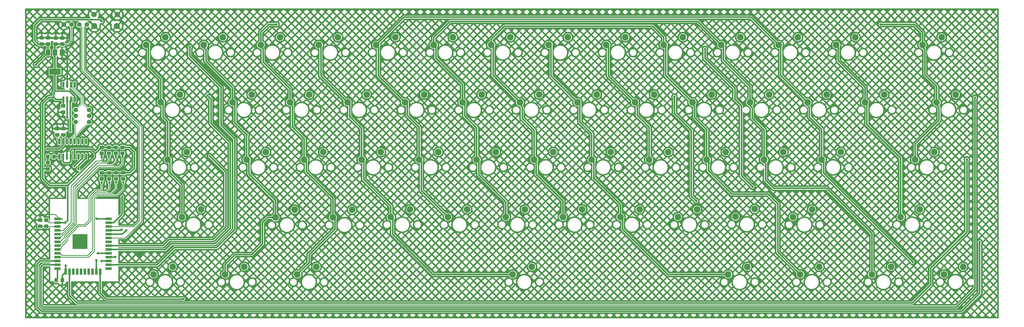
<source format=gbr>
%TF.GenerationSoftware,KiCad,Pcbnew,(6.0.7)*%
%TF.CreationDate,2022-09-03T19:18:47+08:00*%
%TF.ProjectId,Joker60_v2,4a6f6b65-7236-4305-9f76-322e6b696361,1.0*%
%TF.SameCoordinates,Original*%
%TF.FileFunction,Copper,L1,Top*%
%TF.FilePolarity,Positive*%
%FSLAX46Y46*%
G04 Gerber Fmt 4.6, Leading zero omitted, Abs format (unit mm)*
G04 Created by KiCad (PCBNEW (6.0.7)) date 2022-09-03 19:18:47*
%MOMM*%
%LPD*%
G01*
G04 APERTURE LIST*
G04 Aperture macros list*
%AMRoundRect*
0 Rectangle with rounded corners*
0 $1 Rounding radius*
0 $2 $3 $4 $5 $6 $7 $8 $9 X,Y pos of 4 corners*
0 Add a 4 corners polygon primitive as box body*
4,1,4,$2,$3,$4,$5,$6,$7,$8,$9,$2,$3,0*
0 Add four circle primitives for the rounded corners*
1,1,$1+$1,$2,$3*
1,1,$1+$1,$4,$5*
1,1,$1+$1,$6,$7*
1,1,$1+$1,$8,$9*
0 Add four rect primitives between the rounded corners*
20,1,$1+$1,$2,$3,$4,$5,0*
20,1,$1+$1,$4,$5,$6,$7,0*
20,1,$1+$1,$6,$7,$8,$9,0*
20,1,$1+$1,$8,$9,$2,$3,0*%
G04 Aperture macros list end*
%TA.AperFunction,ComponentPad*%
%ADD10C,1.524000*%
%TD*%
%TA.AperFunction,SMDPad,CuDef*%
%ADD11RoundRect,0.250000X-0.350000X-0.450000X0.350000X-0.450000X0.350000X0.450000X-0.350000X0.450000X0*%
%TD*%
%TA.AperFunction,SMDPad,CuDef*%
%ADD12RoundRect,0.250000X-0.450000X0.325000X-0.450000X-0.325000X0.450000X-0.325000X0.450000X0.325000X0*%
%TD*%
%TA.AperFunction,SMDPad,CuDef*%
%ADD13RoundRect,0.150000X0.150000X-0.850000X0.150000X0.850000X-0.150000X0.850000X-0.150000X-0.850000X0*%
%TD*%
%TA.AperFunction,SMDPad,CuDef*%
%ADD14RoundRect,0.250000X0.475000X-0.337500X0.475000X0.337500X-0.475000X0.337500X-0.475000X-0.337500X0*%
%TD*%
%TA.AperFunction,SMDPad,CuDef*%
%ADD15RoundRect,0.250000X-0.450000X0.350000X-0.450000X-0.350000X0.450000X-0.350000X0.450000X0.350000X0*%
%TD*%
%TA.AperFunction,ComponentPad*%
%ADD16C,2.200000*%
%TD*%
%TA.AperFunction,SMDPad,CuDef*%
%ADD17RoundRect,0.250000X-0.475000X0.337500X-0.475000X-0.337500X0.475000X-0.337500X0.475000X0.337500X0*%
%TD*%
%TA.AperFunction,SMDPad,CuDef*%
%ADD18R,2.000000X0.900000*%
%TD*%
%TA.AperFunction,SMDPad,CuDef*%
%ADD19R,0.900000X2.000000*%
%TD*%
%TA.AperFunction,SMDPad,CuDef*%
%ADD20R,5.000000X5.000000*%
%TD*%
%TA.AperFunction,SMDPad,CuDef*%
%ADD21RoundRect,0.150000X-0.150000X0.825000X-0.150000X-0.825000X0.150000X-0.825000X0.150000X0.825000X0*%
%TD*%
%TA.AperFunction,SMDPad,CuDef*%
%ADD22R,1.500000X2.000000*%
%TD*%
%TA.AperFunction,SMDPad,CuDef*%
%ADD23R,3.800000X2.000000*%
%TD*%
%TA.AperFunction,ComponentPad*%
%ADD24C,2.000000*%
%TD*%
%TA.AperFunction,ComponentPad*%
%ADD25C,1.800000*%
%TD*%
%TA.AperFunction,ViaPad*%
%ADD26C,0.800000*%
%TD*%
%TA.AperFunction,ViaPad*%
%ADD27C,0.610000*%
%TD*%
%TA.AperFunction,Conductor*%
%ADD28C,0.254000*%
%TD*%
%TA.AperFunction,Conductor*%
%ADD29C,0.508000*%
%TD*%
%TA.AperFunction,Conductor*%
%ADD30C,0.250000*%
%TD*%
%TA.AperFunction,Conductor*%
%ADD31C,0.200000*%
%TD*%
G04 APERTURE END LIST*
D10*
%TO.P,U5,1,GND*%
%TO.N,GND*%
X46863000Y-146177000D03*
%TO.P,U5,2,VCC*%
%TO.N,+3.3V*%
X49403000Y-146177000D03*
%TO.P,U5,3,SCL*%
%TO.N,/SCL*%
X51943000Y-146177000D03*
%TO.P,U5,4,SDA*%
%TO.N,/SDA*%
X54483000Y-146177000D03*
%TD*%
D11*
%TO.P,R12,1*%
%TO.N,Net-(U1-Pad14)*%
X44339000Y-231013000D03*
%TO.P,R12,2*%
%TO.N,GND*%
X46339000Y-231013000D03*
%TD*%
%TO.P,R10,1*%
%TO.N,Net-(D33-Pad1)*%
X41545000Y-189992000D03*
%TO.P,R10,2*%
%TO.N,Net-(R10-Pad2)*%
X43545000Y-189992000D03*
%TD*%
D12*
%TO.P,D33,1,K*%
%TO.N,Net-(D33-Pad1)*%
X41529000Y-192015000D03*
%TO.P,D33,2,A*%
%TO.N,+3.3V*%
X41529000Y-194065000D03*
%TD*%
D13*
%TO.P,U4,16,V33*%
%TO.N,Net-(C3-Pad1)*%
X45339000Y-184952000D03*
%TO.P,U4,15,VCC*%
%TO.N,+5VA*%
X46609000Y-184952000D03*
%TO.P,U4,14,GND*%
%TO.N,unconnected-(U4-Pad14)*%
X47879000Y-184952000D03*
%TO.P,U4,13,UD-*%
%TO.N,/UD_N_0*%
X49149000Y-184952000D03*
%TO.P,U4,12,UD+*%
%TO.N,/UD_P_0*%
X50419000Y-184952000D03*
%TO.P,U4,11,SET*%
%TO.N,unconnected-(U4-Pad11)*%
X51689000Y-184952000D03*
%TO.P,U4,10,DEF*%
%TO.N,unconnected-(U4-Pad10)*%
X52959000Y-184952000D03*
%TO.P,U4,9,UP*%
%TO.N,unconnected-(U4-Pad9)*%
X54229000Y-184952000D03*
%TO.P,U4,8,RXD*%
%TO.N,/TX2*%
X54229000Y-189952000D03*
%TO.P,U4,7,TXD*%
%TO.N,/RX2*%
X52959000Y-189952000D03*
%TO.P,U4,6,RST*%
%TO.N,unconnected-(U4-Pad6)*%
X51689000Y-189952000D03*
%TO.P,U4,5,CFG1*%
%TO.N,+3.3V*%
X50419000Y-189952000D03*
%TO.P,U4,4,CFG0*%
X49149000Y-189952000D03*
%TO.P,U4,3,MODE1*%
%TO.N,GND*%
X47879000Y-189952000D03*
%TO.P,U4,2,MODE0*%
%TO.N,+3.3V*%
X46609000Y-189952000D03*
%TO.P,U4,1,ACT#*%
%TO.N,Net-(R10-Pad2)*%
X45339000Y-189952000D03*
%TD*%
D14*
%TO.P,C8,2*%
%TO.N,GND*%
X46736000Y-180699500D03*
%TO.P,C8,1*%
%TO.N,+5VA*%
X46736000Y-182774500D03*
%TD*%
%TO.P,C3,1*%
%TO.N,Net-(C3-Pad1)*%
X44704000Y-182774500D03*
%TO.P,C3,2*%
%TO.N,GND*%
X44704000Y-180699500D03*
%TD*%
%TO.P,C2,2*%
%TO.N,+3.3V*%
X46609000Y-173155700D03*
%TO.P,C2,1*%
%TO.N,GND*%
X46609000Y-175230700D03*
%TD*%
D15*
%TO.P,R4,1*%
%TO.N,+3.3V*%
X64058800Y-186909200D03*
%TO.P,R4,2*%
%TO.N,/COL3*%
X64058800Y-188909200D03*
%TD*%
D16*
%TO.P,S62,1*%
%TO.N,/COL6*%
X278892000Y-191008000D03*
%TO.P,S62,2*%
%TO.N,Net-(D62-Pad2)*%
X285242000Y-188468000D03*
%TD*%
%TO.P,S14,1*%
%TO.N,/COL6*%
X178943000Y-171958000D03*
%TO.P,S14,2*%
%TO.N,Net-(D14-Pad2)*%
X185293000Y-169418000D03*
%TD*%
%TO.P,S26,1*%
%TO.N,/COL2*%
X116967000Y-210185000D03*
%TO.P,S26,2*%
%TO.N,Net-(D26-Pad2)*%
X123317000Y-207645000D03*
%TD*%
%TO.P,S30,1*%
%TO.N,/COL6*%
X193294000Y-210058000D03*
%TO.P,S30,2*%
%TO.N,Net-(D30-Pad2)*%
X199644000Y-207518000D03*
%TD*%
%TO.P,S24,1*%
%TO.N,/COL8*%
X221742000Y-191008000D03*
%TO.P,S24,2*%
%TO.N,Net-(D24-Pad2)*%
X228092000Y-188468000D03*
%TD*%
%TO.P,S41,1*%
%TO.N,/COL1*%
X76581000Y-229108000D03*
%TO.P,S41,2*%
%TO.N,Net-(D41-Pad2)*%
X82931000Y-226568000D03*
%TD*%
%TO.P,S25,1*%
%TO.N,/COL1*%
X85979000Y-210058000D03*
%TO.P,S25,2*%
%TO.N,Net-(D25-Pad2)*%
X92329000Y-207518000D03*
%TD*%
%TO.P,S46,1*%
%TO.N,/COL6*%
X314579000Y-229108000D03*
%TO.P,S46,2*%
%TO.N,Net-(D46-Pad2)*%
X320929000Y-226568000D03*
%TD*%
D15*
%TO.P,R1,1*%
%TO.N,+3.3V*%
X41021000Y-211097000D03*
%TO.P,R1,2*%
%TO.N,Net-(C1-Pad2)*%
X41021000Y-213097000D03*
%TD*%
D16*
%TO.P,S3,1*%
%TO.N,/COL3*%
X112141000Y-152908000D03*
%TO.P,S3,2*%
%TO.N,Net-(D3-Pad2)*%
X118491000Y-150368000D03*
%TD*%
%TO.P,S50,1*%
%TO.N,/COL2*%
X250317000Y-210058000D03*
%TO.P,S50,2*%
%TO.N,Net-(D50-Pad2)*%
X256667000Y-207518000D03*
%TD*%
D17*
%TO.P,C1,1*%
%TO.N,GND*%
X38989000Y-211059500D03*
%TO.P,C1,2*%
%TO.N,Net-(C1-Pad2)*%
X38989000Y-213134500D03*
%TD*%
D16*
%TO.P,S32,1*%
%TO.N,/COL8*%
X231267000Y-210058000D03*
%TO.P,S32,2*%
%TO.N,Net-(D32-Pad2)*%
X237617000Y-207518000D03*
%TD*%
D10*
%TO.P,Sw1,1,L1*%
%TO.N,/UD_N_0*%
X50734400Y-178479200D03*
%TO.P,Sw1,2,L2*%
%TO.N,/USB_N*%
X50734400Y-176479200D03*
%TO.P,Sw1,3,L3*%
%TO.N,/UD_N_1*%
X50734400Y-174479200D03*
%TO.P,Sw1,4,R1*%
%TO.N,/UD_P_0*%
X55234400Y-178479200D03*
%TO.P,Sw1,5,R2*%
%TO.N,/USB_P*%
X55234400Y-176479200D03*
%TO.P,Sw1,6,R3*%
%TO.N,/UD_P_1*%
X55234400Y-174479200D03*
%TD*%
D16*
%TO.P,S4,1*%
%TO.N,/COL4*%
X131318000Y-152908000D03*
%TO.P,S4,2*%
%TO.N,Net-(D4-Pad2)*%
X137668000Y-150368000D03*
%TD*%
%TO.P,S54,1*%
%TO.N,/COL6*%
X274193000Y-171958000D03*
%TO.P,S54,2*%
%TO.N,Net-(D54-Pad2)*%
X280543000Y-169418000D03*
%TD*%
%TO.P,S19,1*%
%TO.N,/COL3*%
X126492000Y-191008000D03*
%TO.P,S19,2*%
%TO.N,Net-(D19-Pad2)*%
X132842000Y-188468000D03*
%TD*%
%TO.P,S6,1*%
%TO.N,/COL6*%
X169418000Y-152908000D03*
%TO.P,S6,2*%
%TO.N,Net-(D6-Pad2)*%
X175768000Y-150368000D03*
%TD*%
%TO.P,S63,1*%
%TO.N,/COL7*%
X259842000Y-191008000D03*
%TO.P,S63,2*%
%TO.N,Net-(D63-Pad2)*%
X266192000Y-188468000D03*
%TD*%
D15*
%TO.P,R6,1*%
%TO.N,+3.3V*%
X59385200Y-195376800D03*
%TO.P,R6,2*%
%TO.N,/COL5*%
X59385200Y-197376800D03*
%TD*%
D16*
%TO.P,S47,1*%
%TO.N,/COL7*%
X290830000Y-229108000D03*
%TO.P,S47,2*%
%TO.N,Net-(D47-Pad2)*%
X297180000Y-226568000D03*
%TD*%
%TO.P,S7,1*%
%TO.N,/COL7*%
X188468000Y-152908000D03*
%TO.P,S7,2*%
%TO.N,Net-(D7-Pad2)*%
X194818000Y-150368000D03*
%TD*%
%TO.P,S12,1*%
%TO.N,/COL4*%
X140843000Y-171958000D03*
%TO.P,S12,2*%
%TO.N,Net-(D12-Pad2)*%
X147193000Y-169418000D03*
%TD*%
%TO.P,S1,1*%
%TO.N,/COL1*%
X74168000Y-152908000D03*
%TO.P,S1,2*%
%TO.N,Net-(D1-Pad2)*%
X80518000Y-150368000D03*
%TD*%
D15*
%TO.P,R5,1*%
%TO.N,+3.3V*%
X66294000Y-186909200D03*
%TO.P,R5,2*%
%TO.N,/COL4*%
X66294000Y-188909200D03*
%TD*%
D16*
%TO.P,S61,1*%
%TO.N,/COL5*%
X297942000Y-191008000D03*
%TO.P,S61,2*%
%TO.N,Net-(D61-Pad2)*%
X304292000Y-188468000D03*
%TD*%
%TO.P,S21,1*%
%TO.N,/COL5*%
X164592000Y-191008000D03*
%TO.P,S21,2*%
%TO.N,Net-(D21-Pad2)*%
X170942000Y-188468000D03*
%TD*%
%TO.P,S37,1*%
%TO.N,/COL5*%
X283718000Y-152908000D03*
%TO.P,S37,2*%
%TO.N,Net-(D37-Pad2)*%
X290068000Y-150368000D03*
%TD*%
%TO.P,S59,1*%
%TO.N,/COL3*%
X328930000Y-191008000D03*
%TO.P,S59,2*%
%TO.N,Net-(D59-Pad2)*%
X335280000Y-188468000D03*
%TD*%
D15*
%TO.P,R9,1*%
%TO.N,+3.3V*%
X66548000Y-195360800D03*
%TO.P,R9,2*%
%TO.N,/COL8*%
X66548000Y-197360800D03*
%TD*%
D16*
%TO.P,S43,1*%
%TO.N,/COL3*%
X124206000Y-229108000D03*
%TO.P,S43,2*%
%TO.N,Net-(D43-Pad2)*%
X130556000Y-226568000D03*
%TD*%
D15*
%TO.P,R7,1*%
%TO.N,+3.3V*%
X61874400Y-195376800D03*
%TO.P,R7,2*%
%TO.N,/COL6*%
X61874400Y-197376800D03*
%TD*%
D16*
%TO.P,S48,1*%
%TO.N,/COL8*%
X266954000Y-229108000D03*
%TO.P,S48,2*%
%TO.N,Net-(D48-Pad2)*%
X273304000Y-226568000D03*
%TD*%
%TO.P,S28,1*%
%TO.N,/COL4*%
X155194000Y-210058000D03*
%TO.P,S28,2*%
%TO.N,Net-(D28-Pad2)*%
X161544000Y-207518000D03*
%TD*%
%TO.P,S17,1*%
%TO.N,/COL1*%
X81280000Y-191008000D03*
%TO.P,S17,2*%
%TO.N,Net-(D17-Pad2)*%
X87630000Y-188468000D03*
%TD*%
D15*
%TO.P,R8,1*%
%TO.N,+3.3V*%
X64160400Y-195360800D03*
%TO.P,R8,2*%
%TO.N,/COL7*%
X64160400Y-197360800D03*
%TD*%
D18*
%TO.P,U1,1,GND*%
%TO.N,GND*%
X44713000Y-210693000D03*
%TO.P,U1,2,VDD*%
%TO.N,+3.3V*%
X44713000Y-211963000D03*
%TO.P,U1,3,EN*%
%TO.N,Net-(C1-Pad2)*%
X44713000Y-213233000D03*
%TO.P,U1,4,SENSOR_VP*%
%TO.N,/COL1*%
X44713000Y-214503000D03*
%TO.P,U1,5,SENSOR_VN*%
%TO.N,/COL2*%
X44713000Y-215773000D03*
%TO.P,U1,6,IO34*%
%TO.N,/COL3*%
X44713000Y-217043000D03*
%TO.P,U1,7,IO35*%
%TO.N,/COL4*%
X44713000Y-218313000D03*
%TO.P,U1,8,IO32*%
%TO.N,/COL5*%
X44713000Y-219583000D03*
%TO.P,U1,9,IO33*%
%TO.N,/COL6*%
X44713000Y-220853000D03*
%TO.P,U1,10,IO25*%
%TO.N,/COL7*%
X44713000Y-222123000D03*
%TO.P,U1,11,IO26*%
%TO.N,/COL8*%
X44713000Y-223393000D03*
%TO.P,U1,12,IO27*%
%TO.N,/ROW8*%
X44713000Y-224663000D03*
%TO.P,U1,13,IO14*%
%TO.N,/ROW7*%
X44713000Y-225933000D03*
%TO.P,U1,14,IO12*%
%TO.N,Net-(U1-Pad14)*%
X44713000Y-227203000D03*
D19*
%TO.P,U1,15,GND*%
%TO.N,GND*%
X47498000Y-228203000D03*
%TO.P,U1,16,IO13*%
%TO.N,/ROW5*%
X48768000Y-228203000D03*
%TO.P,U1,17,SHD/SD2*%
%TO.N,unconnected-(U1-Pad17)*%
X50038000Y-228203000D03*
%TO.P,U1,18,SWP/SD3*%
%TO.N,unconnected-(U1-Pad18)*%
X51308000Y-228203000D03*
%TO.P,U1,19,SCS/CMD*%
%TO.N,unconnected-(U1-Pad19)*%
X52578000Y-228203000D03*
%TO.P,U1,20,SCK/CLK*%
%TO.N,unconnected-(U1-Pad20)*%
X53848000Y-228203000D03*
%TO.P,U1,21,SDO/SD0*%
%TO.N,unconnected-(U1-Pad21)*%
X55118000Y-228203000D03*
%TO.P,U1,22,SDI/SD1*%
%TO.N,unconnected-(U1-Pad22)*%
X56388000Y-228203000D03*
%TO.P,U1,23,IO15*%
%TO.N,Net-(U1-Pad23)*%
X57658000Y-228203000D03*
%TO.P,U1,24,IO2*%
%TO.N,/ROW6*%
X58928000Y-228203000D03*
D18*
%TO.P,U1,25,IO0*%
%TO.N,unconnected-(U1-Pad25)*%
X61713000Y-227203000D03*
%TO.P,U1,26,IO4*%
%TO.N,/ROW1*%
X61713000Y-225933000D03*
%TO.P,U1,27,IO16*%
%TO.N,/RX2*%
X61713000Y-224663000D03*
%TO.P,U1,28,IO17*%
%TO.N,/TX2*%
X61713000Y-223393000D03*
%TO.P,U1,29,IO5*%
%TO.N,Net-(U1-Pad29)*%
X61713000Y-222123000D03*
%TO.P,U1,30,IO18*%
%TO.N,/ROW2*%
X61713000Y-220853000D03*
%TO.P,U1,31,IO19*%
%TO.N,/ROW3*%
X61713000Y-219583000D03*
%TO.P,U1,32,NC*%
%TO.N,unconnected-(U1-Pad32)*%
X61713000Y-218313000D03*
%TO.P,U1,33,IO21*%
%TO.N,/SDA*%
X61713000Y-217043000D03*
%TO.P,U1,34,RXD0/IO3*%
%TO.N,/RXD0*%
X61713000Y-215773000D03*
%TO.P,U1,35,TXD0/IO1*%
%TO.N,/TXD0*%
X61713000Y-214503000D03*
%TO.P,U1,36,IO22*%
%TO.N,/SCL*%
X61713000Y-213233000D03*
%TO.P,U1,37,IO23*%
%TO.N,/ROW4*%
X61713000Y-211963000D03*
%TO.P,U1,38,GND*%
%TO.N,GND*%
X61713000Y-210693000D03*
D20*
%TO.P,U1,39,GND*%
X52213000Y-218193000D03*
%TD*%
D16*
%TO.P,S15,1*%
%TO.N,/COL7*%
X197993000Y-171958000D03*
%TO.P,S15,2*%
%TO.N,Net-(D15-Pad2)*%
X204343000Y-169418000D03*
%TD*%
%TO.P,S58,1*%
%TO.N,/COL2*%
X288417000Y-210058000D03*
%TO.P,S58,2*%
%TO.N,Net-(D58-Pad2)*%
X294767000Y-207518000D03*
%TD*%
%TO.P,S16,1*%
%TO.N,/COL8*%
X217043000Y-171958000D03*
%TO.P,S16,2*%
%TO.N,Net-(D16-Pad2)*%
X223393000Y-169418000D03*
%TD*%
D21*
%TO.P,U2,1,UD+*%
%TO.N,/UD_P_1*%
X50520600Y-166079400D03*
%TO.P,U2,2,UD-*%
%TO.N,/UD_N_1*%
X49250600Y-166079400D03*
%TO.P,U2,3,GND*%
%TO.N,GND*%
X47980600Y-166079400D03*
%TO.P,U2,4,~{RTS}*%
%TO.N,unconnected-(U2-Pad4)*%
X46710600Y-166079400D03*
%TO.P,U2,5,VCC*%
%TO.N,+3.3V*%
X46710600Y-171029400D03*
%TO.P,U2,6,TXD*%
%TO.N,/RXD0*%
X47980600Y-171029400D03*
%TO.P,U2,7,RXD*%
%TO.N,/TXD0*%
X49250600Y-171029400D03*
%TO.P,U2,8,V3*%
%TO.N,+3.3V*%
X50520600Y-171029400D03*
%TD*%
D14*
%TO.P,C4,1*%
%TO.N,+5VA*%
X39497000Y-152654000D03*
%TO.P,C4,2*%
%TO.N,GND*%
X39497000Y-150579000D03*
%TD*%
%TO.P,C5,1*%
%TO.N,+5VA*%
X41656000Y-152638000D03*
%TO.P,C5,2*%
%TO.N,GND*%
X41656000Y-150563000D03*
%TD*%
D15*
%TO.P,R3,1*%
%TO.N,+3.3V*%
X61772800Y-186909200D03*
%TO.P,R3,2*%
%TO.N,/COL2*%
X61772800Y-188909200D03*
%TD*%
D16*
%TO.P,S27,1*%
%TO.N,/COL3*%
X136017000Y-210185000D03*
%TO.P,S27,2*%
%TO.N,Net-(D27-Pad2)*%
X142367000Y-207645000D03*
%TD*%
%TO.P,S8,1*%
%TO.N,/COL8*%
X207518000Y-152908000D03*
%TO.P,S8,2*%
%TO.N,Net-(D8-Pad2)*%
X213868000Y-150368000D03*
%TD*%
%TO.P,S5,1*%
%TO.N,/COL5*%
X150368000Y-152908000D03*
%TO.P,S5,2*%
%TO.N,Net-(D5-Pad2)*%
X156718000Y-150368000D03*
%TD*%
%TO.P,S13,1*%
%TO.N,/COL5*%
X159893000Y-171958000D03*
%TO.P,S13,2*%
%TO.N,Net-(D13-Pad2)*%
X166243000Y-169418000D03*
%TD*%
%TO.P,S35,1*%
%TO.N,/COL3*%
X331343000Y-152908000D03*
%TO.P,S35,2*%
%TO.N,Net-(D35-Pad2)*%
X337693000Y-150368000D03*
%TD*%
D14*
%TO.P,C6,1*%
%TO.N,+3.3V*%
X46355000Y-152675500D03*
%TO.P,C6,2*%
%TO.N,GND*%
X46355000Y-150600500D03*
%TD*%
D16*
%TO.P,S20,1*%
%TO.N,/COL4*%
X145542000Y-191008000D03*
%TO.P,S20,2*%
%TO.N,Net-(D20-Pad2)*%
X151892000Y-188468000D03*
%TD*%
%TO.P,S11,1*%
%TO.N,/COL3*%
X121793000Y-171958000D03*
%TO.P,S11,2*%
%TO.N,Net-(D11-Pad2)*%
X128143000Y-169418000D03*
%TD*%
%TO.P,S22,1*%
%TO.N,/COL6*%
X183642000Y-191008000D03*
%TO.P,S22,2*%
%TO.N,Net-(D22-Pad2)*%
X189992000Y-188468000D03*
%TD*%
%TO.P,S60,1*%
%TO.N,/COL4*%
X324104000Y-210058000D03*
%TO.P,S60,2*%
%TO.N,Net-(D60-Pad2)*%
X330454000Y-207518000D03*
%TD*%
%TO.P,S23,1*%
%TO.N,/COL7*%
X202692000Y-191008000D03*
%TO.P,S23,2*%
%TO.N,Net-(D23-Pad2)*%
X209042000Y-188468000D03*
%TD*%
%TO.P,S40,1*%
%TO.N,/COL8*%
X226568000Y-152908000D03*
%TO.P,S40,2*%
%TO.N,Net-(D40-Pad2)*%
X232918000Y-150368000D03*
%TD*%
D14*
%TO.P,C7,1*%
%TO.N,+3.3V*%
X44196000Y-152675500D03*
%TO.P,C7,2*%
%TO.N,GND*%
X44196000Y-150600500D03*
%TD*%
D16*
%TO.P,S38,1*%
%TO.N,/COL6*%
X264668000Y-152908000D03*
%TO.P,S38,2*%
%TO.N,Net-(D38-Pad2)*%
X271018000Y-150368000D03*
%TD*%
D22*
%TO.P,U3,1,GND*%
%TO.N,GND*%
X46242000Y-155473000D03*
%TO.P,U3,2,VO*%
%TO.N,+3.3V*%
X43942000Y-155473000D03*
D23*
X43942000Y-161773000D03*
D22*
%TO.P,U3,3,VI*%
%TO.N,+5VA*%
X41642000Y-155473000D03*
%TD*%
D16*
%TO.P,S44,1*%
%TO.N,/COL4*%
X195580000Y-229108000D03*
%TO.P,S44,2*%
%TO.N,Net-(D44-Pad2)*%
X201930000Y-226568000D03*
%TD*%
%TO.P,S55,1*%
%TO.N,/COL7*%
X255143000Y-171958000D03*
%TO.P,S55,2*%
%TO.N,Net-(D55-Pad2)*%
X261493000Y-169418000D03*
%TD*%
%TO.P,S39,1*%
%TO.N,/COL7*%
X245618000Y-152908000D03*
%TO.P,S39,2*%
%TO.N,Net-(D39-Pad2)*%
X251968000Y-150368000D03*
%TD*%
D15*
%TO.P,R2,1*%
%TO.N,+3.3V*%
X59385200Y-186909200D03*
%TO.P,R2,2*%
%TO.N,/COL1*%
X59385200Y-188909200D03*
%TD*%
D16*
%TO.P,S2,1*%
%TO.N,/COL2*%
X93218000Y-152908000D03*
%TO.P,S2,2*%
%TO.N,Net-(D2-Pad2)*%
X99568000Y-150368000D03*
%TD*%
%TO.P,S34,1*%
%TO.N,/COL2*%
X269367000Y-209931000D03*
%TO.P,S34,2*%
%TO.N,Net-(D34-Pad2)*%
X275717000Y-207391000D03*
%TD*%
%TO.P,S51,1*%
%TO.N,/COL3*%
X336042000Y-171958000D03*
%TO.P,S51,2*%
%TO.N,Net-(D51-Pad2)*%
X342392000Y-169418000D03*
%TD*%
%TO.P,S45,1*%
%TO.N,/COL5*%
X338455000Y-229108000D03*
%TO.P,S45,2*%
%TO.N,Net-(D45-Pad2)*%
X344805000Y-226568000D03*
%TD*%
%TO.P,S64,1*%
%TO.N,/COL8*%
X240792000Y-191008000D03*
%TO.P,S64,2*%
%TO.N,Net-(D64-Pad2)*%
X247142000Y-188468000D03*
%TD*%
%TO.P,S9,1*%
%TO.N,/COL1*%
X78994000Y-171958000D03*
%TO.P,S9,2*%
%TO.N,Net-(D9-Pad2)*%
X85344000Y-169418000D03*
%TD*%
%TO.P,S53,1*%
%TO.N,/COL5*%
X293243000Y-171958000D03*
%TO.P,S53,2*%
%TO.N,Net-(D53-Pad2)*%
X299593000Y-169418000D03*
%TD*%
%TO.P,S18,1*%
%TO.N,/COL2*%
X107442000Y-191008000D03*
%TO.P,S18,2*%
%TO.N,Net-(D18-Pad2)*%
X113792000Y-188468000D03*
%TD*%
%TO.P,S42,1*%
%TO.N,/COL2*%
X100330000Y-229108000D03*
%TO.P,S42,2*%
%TO.N,Net-(D42-Pad2)*%
X106680000Y-226568000D03*
%TD*%
%TO.P,S52,1*%
%TO.N,/COL4*%
X312293000Y-171958000D03*
%TO.P,S52,2*%
%TO.N,Net-(D52-Pad2)*%
X318643000Y-169418000D03*
%TD*%
%TO.P,S10,1*%
%TO.N,/COL2*%
X102743000Y-171958000D03*
%TO.P,S10,2*%
%TO.N,Net-(D10-Pad2)*%
X109093000Y-169418000D03*
%TD*%
%TO.P,S29,1*%
%TO.N,/COL5*%
X174117000Y-210058000D03*
%TO.P,S29,2*%
%TO.N,Net-(D29-Pad2)*%
X180467000Y-207518000D03*
%TD*%
%TO.P,S56,1*%
%TO.N,/COL8*%
X236093000Y-171958000D03*
%TO.P,S56,2*%
%TO.N,Net-(D56-Pad2)*%
X242443000Y-169418000D03*
%TD*%
%TO.P,S36,1*%
%TO.N,/COL4*%
X302768000Y-152908000D03*
%TO.P,S36,2*%
%TO.N,Net-(D36-Pad2)*%
X309118000Y-150368000D03*
%TD*%
%TO.P,S31,1*%
%TO.N,/COL7*%
X212217000Y-210058000D03*
%TO.P,S31,2*%
%TO.N,Net-(D31-Pad2)*%
X218567000Y-207518000D03*
%TD*%
D24*
%TO.P,J1,6,Shield*%
%TO.N,GND*%
X64431000Y-146623000D03*
D25*
X64581000Y-142823000D03*
X56831000Y-142823000D03*
D24*
X56981000Y-146623000D03*
%TD*%
D26*
%TO.N,Net-(U1-Pad23)*%
X57658000Y-224409000D03*
%TO.N,+3.3V*%
X47320200Y-211963000D03*
%TO.N,Net-(U1-Pad29)*%
X58166000Y-222123000D03*
%TO.N,GND*%
X71755000Y-222377000D03*
%TO.N,/TX2*%
X63881000Y-223266000D03*
X51689000Y-194183000D03*
%TO.N,/RX2*%
X59436000Y-224663000D03*
X50328185Y-193167000D03*
%TO.N,GND*%
X47879000Y-188214000D03*
%TO.N,+5VA*%
X37597500Y-159517500D03*
X41402000Y-187452000D03*
%TO.N,/TXD0*%
X49022000Y-181483000D03*
X66040000Y-214249000D03*
%TO.N,/RXD0*%
X67564000Y-214503000D03*
X48006000Y-177038000D03*
%TO.N,GND*%
X43942000Y-180721000D03*
X45698500Y-180699500D03*
X47603500Y-180699500D03*
D27*
X52213000Y-218193000D03*
D26*
X47625000Y-154432000D03*
X47498000Y-226161600D03*
X47625000Y-150622000D03*
X38227000Y-150622000D03*
X57658000Y-210566000D03*
X42926000Y-150622000D03*
X46609000Y-176403000D03*
D27*
X46228000Y-210667600D03*
D26*
%TO.N,/COL1*%
X59385200Y-190246000D03*
X81280000Y-184353200D03*
%TO.N,/COL2*%
X61772800Y-190195200D03*
X107442000Y-182727600D03*
%TO.N,/COL3*%
X64109600Y-190144400D03*
X122631200Y-180187600D03*
X317449200Y-146100800D03*
X117348000Y-146100800D03*
%TO.N,/COL4*%
X66344800Y-190042800D03*
X141579600Y-176733200D03*
%TO.N,/COL6*%
X61925200Y-198628000D03*
X189331600Y-201015600D03*
%TO.N,/COL5*%
X59385200Y-198678800D03*
X166357300Y-202298300D03*
X328015600Y-224942400D03*
%TO.N,/COL8*%
X222453200Y-197104000D03*
X66548000Y-198526400D03*
%TO.N,/COL7*%
X64160400Y-198577200D03*
X207162400Y-199644000D03*
%TO.N,+5VA*%
X59334400Y-145066997D03*
%TO.N,/ROW1*%
X88595200Y-153568400D03*
%TO.N,/ROW2*%
X94996000Y-170230800D03*
%TO.N,/ROW3*%
X95199200Y-189839600D03*
%TO.N,/ROW4*%
X66167000Y-203263500D03*
%TO.N,/ROW5*%
X275031200Y-199999600D03*
X259283200Y-154228800D03*
X346049600Y-190906400D03*
%TO.N,/ROW6*%
X86410800Y-237236000D03*
%TO.N,/ROW7*%
X348699001Y-170441801D03*
X256387600Y-204724000D03*
X249174000Y-170078400D03*
%TO.N,/ROW8*%
X350266000Y-218389200D03*
%TD*%
D28*
%TO.N,/SDA*%
X53594000Y-147066000D02*
X54483000Y-146177000D01*
X72644000Y-180086000D02*
X53594000Y-161036000D01*
X67183000Y-217043000D02*
X72644000Y-211582000D01*
X53594000Y-161036000D02*
X53594000Y-147066000D01*
X61713000Y-217043000D02*
X67183000Y-217043000D01*
X72644000Y-211582000D02*
X72644000Y-180086000D01*
%TO.N,/SCL*%
X71882000Y-211328000D02*
X69977000Y-213233000D01*
X69977000Y-213233000D02*
X61713000Y-213233000D01*
X52832000Y-147066000D02*
X52832000Y-161290000D01*
X52832000Y-161290000D02*
X71882000Y-180340000D01*
X51943000Y-146177000D02*
X52832000Y-147066000D01*
X71882000Y-180340000D02*
X71882000Y-211328000D01*
D29*
%TO.N,/TXD0*%
X65786000Y-214503000D02*
X61713000Y-214503000D01*
X66040000Y-214249000D02*
X65786000Y-214503000D01*
%TO.N,/RXD0*%
X66294000Y-215773000D02*
X61713000Y-215773000D01*
X67564000Y-214503000D02*
X66294000Y-215773000D01*
D28*
%TO.N,+3.3V*%
X49403000Y-151511000D02*
X49403000Y-146177000D01*
X48238500Y-152675500D02*
X49403000Y-151511000D01*
X46355000Y-152675500D02*
X48238500Y-152675500D01*
D29*
%TO.N,Net-(U1-Pad23)*%
X57658000Y-224409000D02*
X57658000Y-228203000D01*
%TO.N,Net-(U1-Pad29)*%
X58166000Y-222123000D02*
X61713000Y-222123000D01*
%TO.N,GND*%
X46339000Y-229362000D02*
X47498000Y-228203000D01*
X46339000Y-231013000D02*
X46339000Y-229362000D01*
%TO.N,Net-(U1-Pad14)*%
X44713000Y-230639000D02*
X44339000Y-231013000D01*
X44713000Y-227203000D02*
X44713000Y-230639000D01*
%TO.N,/ROW1*%
X88595200Y-156667200D02*
X88595200Y-153568400D01*
X98907600Y-179527200D02*
X98907600Y-166979600D01*
X103479600Y-184099200D02*
X98907600Y-179527200D01*
X77698600Y-225933000D02*
X83464400Y-220167200D01*
X103479600Y-214147400D02*
X103479600Y-184099200D01*
X98907600Y-166979600D02*
X88595200Y-156667200D01*
X97459800Y-220167200D02*
X103479600Y-214147400D01*
X61713000Y-225933000D02*
X77698600Y-225933000D01*
X83464400Y-220167200D02*
X97459800Y-220167200D01*
%TO.N,/ROW4*%
X66167000Y-203263500D02*
X66167000Y-209169000D01*
X63373000Y-211963000D02*
X61713000Y-211963000D01*
X66167000Y-209169000D02*
X63373000Y-211963000D01*
%TO.N,/TX2*%
X63754000Y-223393000D02*
X63881000Y-223266000D01*
X61713000Y-223393000D02*
X63754000Y-223393000D01*
X51689000Y-193929000D02*
X51689000Y-194183000D01*
X51689000Y-193076185D02*
X51689000Y-193929000D01*
X54229000Y-190536185D02*
X51689000Y-193076185D01*
X54229000Y-189952000D02*
X54229000Y-190536185D01*
%TO.N,/RX2*%
X59436000Y-224663000D02*
X61713000Y-224663000D01*
X52959000Y-190536185D02*
X50328185Y-193167000D01*
X52959000Y-189952000D02*
X52959000Y-190536185D01*
%TO.N,GND*%
X57785000Y-210693000D02*
X61713000Y-210693000D01*
X57658000Y-210566000D02*
X57785000Y-210693000D01*
%TO.N,Net-(R10-Pad2)*%
X45299000Y-189992000D02*
X45339000Y-189952000D01*
X43545000Y-189992000D02*
X45299000Y-189992000D01*
%TO.N,Net-(D33-Pad1)*%
X41545000Y-191999000D02*
X41529000Y-192015000D01*
X41545000Y-189992000D02*
X41545000Y-191999000D01*
%TO.N,+3.3V*%
X41529000Y-194065000D02*
X39887000Y-194065000D01*
X39887000Y-194065000D02*
X39878000Y-194056000D01*
X39878000Y-194056000D02*
X39878000Y-197358000D01*
X39878000Y-172415200D02*
X39878000Y-194056000D01*
X55880000Y-187579000D02*
X50165000Y-187579000D01*
X57277000Y-188976000D02*
X55880000Y-187579000D01*
X57277000Y-189017400D02*
X57277000Y-188976000D01*
X48107600Y-199542400D02*
X57277000Y-190373000D01*
X49403000Y-187579000D02*
X49149000Y-187833000D01*
X50165000Y-187579000D02*
X49403000Y-187579000D01*
X50419000Y-187833000D02*
X50165000Y-187579000D01*
X50419000Y-189952000D02*
X50419000Y-187833000D01*
X49149000Y-187833000D02*
X49149000Y-189952000D01*
X46863000Y-192024000D02*
X48768000Y-192024000D01*
X49149000Y-191643000D02*
X49149000Y-189952000D01*
X46609000Y-191770000D02*
X46863000Y-192024000D01*
X46609000Y-189952000D02*
X46609000Y-191770000D01*
X48768000Y-192024000D02*
X49149000Y-191643000D01*
%TO.N,GND*%
X47879000Y-189952000D02*
X47879000Y-188214000D01*
%TO.N,+5VA*%
X46609000Y-186182000D02*
X46609000Y-184952000D01*
X41402000Y-187452000D02*
X45339000Y-187452000D01*
X45339000Y-187452000D02*
X46609000Y-186182000D01*
%TO.N,+3.3V*%
X39878000Y-197358000D02*
X42062400Y-199542400D01*
X41960800Y-170332400D02*
X39878000Y-172415200D01*
X43586400Y-170332400D02*
X41960800Y-170332400D01*
X42062400Y-199542400D02*
X48107600Y-199542400D01*
%TO.N,+5VA*%
X37597500Y-159517500D02*
X41642000Y-155473000D01*
%TO.N,GND*%
X46609000Y-175895000D02*
X46609000Y-176403000D01*
X46736000Y-175768000D02*
X46609000Y-175895000D01*
X46736000Y-175230700D02*
X46736000Y-175768000D01*
%TO.N,/TXD0*%
X49022000Y-171258000D02*
X49250600Y-171029400D01*
X49022000Y-181483000D02*
X49022000Y-171258000D01*
%TO.N,/RXD0*%
X47980600Y-177012600D02*
X47980600Y-171029400D01*
X48006000Y-177038000D02*
X47980600Y-177012600D01*
D30*
%TO.N,GND*%
X43963500Y-180699500D02*
X43942000Y-180721000D01*
X44704000Y-180699500D02*
X43963500Y-180699500D01*
X46736000Y-180699500D02*
X45698500Y-180699500D01*
X44704000Y-180699500D02*
X45698500Y-180699500D01*
X46736000Y-180699500D02*
X47603500Y-180699500D01*
%TO.N,+5VA*%
X46736000Y-184825000D02*
X46609000Y-184952000D01*
X46736000Y-182774500D02*
X46736000Y-184825000D01*
%TO.N,Net-(C3-Pad1)*%
X44704000Y-184317000D02*
X45339000Y-184952000D01*
X44704000Y-182774500D02*
X44704000Y-184317000D01*
D31*
%TO.N,/UD_P_0*%
X50419000Y-184952000D02*
X50009001Y-184542001D01*
%TO.N,/UD_N_0*%
X49558999Y-183518204D02*
X50734400Y-182342803D01*
X50734400Y-182342803D02*
X50734400Y-178479200D01*
%TO.N,/UD_P_0*%
X50009001Y-184542001D02*
X50009001Y-183704599D01*
%TO.N,/UD_N_0*%
X49558999Y-184542001D02*
X49558999Y-183518204D01*
X49149000Y-184952000D02*
X49558999Y-184542001D01*
%TO.N,/UD_P_0*%
X50009001Y-183704599D02*
X55234400Y-178479200D01*
D29*
%TO.N,+3.3V*%
X57277000Y-190373000D02*
X57277000Y-189017400D01*
X48107600Y-211175600D02*
X48107600Y-199542400D01*
X57277000Y-189017400D02*
X59385200Y-186909200D01*
X47320200Y-211963000D02*
X48107600Y-211175600D01*
X44713000Y-211963000D02*
X47320200Y-211963000D01*
D28*
%TO.N,/COL1*%
X59385200Y-191109600D02*
X59385200Y-190246000D01*
X57581800Y-191465200D02*
X59029600Y-191465200D01*
X49276000Y-199771000D02*
X57581800Y-191465200D01*
X46609000Y-214503000D02*
X49276000Y-211836000D01*
X49276000Y-211836000D02*
X49276000Y-199771000D01*
X59029600Y-191465200D02*
X59385200Y-191109600D01*
X44713000Y-214503000D02*
X46609000Y-214503000D01*
%TO.N,/COL2*%
X57937400Y-192125600D02*
X49885600Y-200177400D01*
X60909200Y-192125600D02*
X57937400Y-192125600D01*
X61772800Y-191262000D02*
X60909200Y-192125600D01*
X49885600Y-200177400D02*
X49885600Y-211988400D01*
X49885600Y-211988400D02*
X46101000Y-215773000D01*
X61772800Y-190195200D02*
X61772800Y-191262000D01*
X46101000Y-215773000D02*
X44713000Y-215773000D01*
%TO.N,/COL3*%
X62941200Y-192836800D02*
X58242200Y-192836800D01*
X45547000Y-217043000D02*
X44713000Y-217043000D01*
X64109600Y-191668400D02*
X62941200Y-192836800D01*
X58242200Y-192836800D02*
X50495200Y-200583800D01*
X50495200Y-200583800D02*
X50495200Y-212094800D01*
X64109600Y-190144400D02*
X64109600Y-191668400D01*
X50495200Y-212094800D02*
X45547000Y-217043000D01*
%TO.N,/COL4*%
X45547000Y-218313000D02*
X44713000Y-218313000D01*
X47040800Y-216819200D02*
X45547000Y-218313000D01*
X51054000Y-212242400D02*
X47040800Y-216255600D01*
X65278000Y-193446400D02*
X58648600Y-193446400D01*
X47040800Y-216255600D02*
X47040800Y-216819200D01*
X66344800Y-192379600D02*
X65278000Y-193446400D01*
X58648600Y-193446400D02*
X51054000Y-201041000D01*
X51054000Y-201041000D02*
X51054000Y-212242400D01*
X66344800Y-190042800D02*
X66344800Y-192379600D01*
%TO.N,GND*%
X46228000Y-210667600D02*
X44738400Y-210667600D01*
X39827200Y-209092800D02*
X38989000Y-209931000D01*
X44738400Y-210667600D02*
X44713000Y-210693000D01*
X38270000Y-150579000D02*
X39497000Y-150579000D01*
D29*
X47498000Y-226161600D02*
X47498000Y-228203000D01*
D28*
X39497000Y-150579000D02*
X41640000Y-150579000D01*
X46355000Y-150600500D02*
X44196000Y-150600500D01*
X43942000Y-209092800D02*
X39827200Y-209092800D01*
X44713000Y-210693000D02*
X44713000Y-209863800D01*
X44713000Y-209863800D02*
X43942000Y-209092800D01*
X47625000Y-150622000D02*
X47603500Y-150600500D01*
X42867000Y-150563000D02*
X41656000Y-150563000D01*
D29*
X47980600Y-157211600D02*
X46242000Y-155473000D01*
D28*
X44196000Y-150600500D02*
X42947500Y-150600500D01*
X42926000Y-150622000D02*
X42867000Y-150563000D01*
X41640000Y-150579000D02*
X41656000Y-150563000D01*
D29*
X47980600Y-166079400D02*
X47980600Y-157211600D01*
D28*
X42947500Y-150600500D02*
X42926000Y-150622000D01*
X46242000Y-155473000D02*
X46584000Y-155473000D01*
X46584000Y-155473000D02*
X47625000Y-154432000D01*
X38227000Y-150622000D02*
X38270000Y-150579000D01*
X38989000Y-209931000D02*
X38989000Y-211059500D01*
X47603500Y-150600500D02*
X46355000Y-150600500D01*
D30*
%TO.N,Net-(C1-Pad2)*%
X38989000Y-213134500D02*
X40983500Y-213134500D01*
X41021000Y-213097000D02*
X40983500Y-213134500D01*
X41021000Y-213097000D02*
X41157000Y-213233000D01*
X41157000Y-213233000D02*
X44713000Y-213233000D01*
D29*
%TO.N,+3.3V*%
X46710600Y-171029400D02*
X44283400Y-171029400D01*
D30*
X41021000Y-211097000D02*
X41887000Y-211963000D01*
D29*
X50520600Y-171029400D02*
X50520600Y-170103800D01*
X70256400Y-188569600D02*
X68596000Y-186909200D01*
X59436000Y-186960000D02*
X59385200Y-186909200D01*
X70256400Y-193852800D02*
X70256400Y-188569600D01*
X44196000Y-152675500D02*
X46355000Y-152675500D01*
X43586400Y-168616400D02*
X43942000Y-168260800D01*
X43942000Y-168260800D02*
X43942000Y-161773000D01*
X66532000Y-195376800D02*
X66548000Y-195360800D01*
X48677600Y-168260800D02*
X43942000Y-168260800D01*
X43942000Y-155473000D02*
X43942000Y-161773000D01*
X44283400Y-171029400D02*
X43586400Y-170332400D01*
D30*
X64058800Y-186909200D02*
X66294000Y-186909200D01*
D29*
X46710600Y-171029400D02*
X46710600Y-173130300D01*
X68596000Y-186909200D02*
X66294000Y-186909200D01*
X50520600Y-170103800D02*
X48677600Y-168260800D01*
X61925200Y-186960000D02*
X59436000Y-186960000D01*
X68748400Y-195360800D02*
X70256400Y-193852800D01*
D30*
X41887000Y-211963000D02*
X44713000Y-211963000D01*
D29*
X43942000Y-152929500D02*
X43942000Y-155473000D01*
D28*
X44196000Y-152675500D02*
X43942000Y-152929500D01*
D29*
X66548000Y-195360800D02*
X68748400Y-195360800D01*
X59385200Y-195376800D02*
X66532000Y-195376800D01*
X43586400Y-170332400D02*
X43586400Y-168616400D01*
X64160400Y-186960000D02*
X61925200Y-186960000D01*
%TO.N,/COL1*%
X78994000Y-171958000D02*
X79705200Y-172669200D01*
X81280000Y-184353200D02*
X81280000Y-191008000D01*
X74168000Y-152908000D02*
X74930000Y-153670000D01*
X74930000Y-160223200D02*
X78994000Y-164287200D01*
X59385200Y-188909200D02*
X59385200Y-190246000D01*
X79705200Y-176834800D02*
X81280000Y-178409600D01*
X82042000Y-195326000D02*
X85979000Y-199263000D01*
X74930000Y-153670000D02*
X74930000Y-160223200D01*
X78994000Y-164287200D02*
X78994000Y-171958000D01*
X81280000Y-178409600D02*
X81280000Y-184353200D01*
X85979000Y-199263000D02*
X85979000Y-210058000D01*
X79705200Y-172669200D02*
X79705200Y-176834800D01*
X82042000Y-191770000D02*
X82042000Y-195326000D01*
X81280000Y-191008000D02*
X82042000Y-191770000D01*
%TO.N,/COL2*%
X107442000Y-191008000D02*
X108204000Y-191770000D01*
X93218000Y-153822400D02*
X93929200Y-154533600D01*
X109118400Y-222504000D02*
X103581200Y-222504000D01*
X116967000Y-210185000D02*
X114407308Y-210185000D01*
X93218000Y-152908000D02*
X93218000Y-153822400D01*
X112674400Y-211917908D02*
X112674400Y-218948000D01*
X100330000Y-225755200D02*
X100330000Y-229108000D01*
X107442000Y-182727600D02*
X107442000Y-191008000D01*
X114407308Y-210185000D02*
X112674400Y-211917908D01*
X93929200Y-158292800D02*
X102743000Y-167106600D01*
X102743000Y-167106600D02*
X102743000Y-171958000D01*
X102743000Y-171958000D02*
X103530400Y-172745400D01*
X116967000Y-204495400D02*
X116967000Y-210185000D01*
X93929200Y-154533600D02*
X93929200Y-158292800D01*
X108204000Y-191770000D02*
X108204000Y-195732400D01*
X108204000Y-195732400D02*
X116967000Y-204495400D01*
X103530400Y-178816000D02*
X107442000Y-182727600D01*
X112674400Y-218948000D02*
X109118400Y-222504000D01*
X103581200Y-222504000D02*
X100330000Y-225755200D01*
X103530400Y-172745400D02*
X103530400Y-178816000D01*
X61772800Y-188909200D02*
X61772800Y-190195200D01*
%TO.N,/COL3*%
X126492000Y-191008000D02*
X127203200Y-191719200D01*
X136017000Y-203784200D02*
X136017000Y-210185000D01*
X329082400Y-146507200D02*
X328676000Y-146100800D01*
X127203200Y-191719200D02*
X127203200Y-194970400D01*
X112877600Y-158546800D02*
X121793000Y-167462200D01*
X336804000Y-173609000D02*
X336804000Y-177927000D01*
X128117600Y-222605600D02*
X128117600Y-225196400D01*
X64058800Y-190093600D02*
X64109600Y-190144400D01*
X331343000Y-152908000D02*
X331343000Y-153670000D01*
X114757200Y-146100800D02*
X117348000Y-146100800D01*
X64058800Y-188909200D02*
X64058800Y-190093600D01*
X122631200Y-180187600D02*
X126492000Y-184048400D01*
X128117600Y-225196400D02*
X124206000Y-229108000D01*
X122631200Y-173126400D02*
X122631200Y-180187600D01*
X331343000Y-153670000D02*
X332105000Y-154432000D01*
X136702800Y-214020400D02*
X128117600Y-222605600D01*
X331343000Y-152908000D02*
X331343000Y-148767800D01*
X112141000Y-148717000D02*
X114757200Y-146100800D01*
X121793000Y-167462200D02*
X121793000Y-171958000D01*
X328676000Y-146100800D02*
X317449200Y-146100800D01*
X127203200Y-194970400D02*
X136017000Y-203784200D01*
X336804000Y-177927000D02*
X328930000Y-185801000D01*
X336042000Y-171958000D02*
X336042000Y-172847000D01*
X126492000Y-184048400D02*
X126492000Y-191008000D01*
X136702800Y-210870800D02*
X136702800Y-214020400D01*
X136017000Y-210185000D02*
X136702800Y-210870800D01*
X331343000Y-148767800D02*
X329082400Y-146507200D01*
X112141000Y-152908000D02*
X112141000Y-153543000D01*
X336042000Y-172847000D02*
X336804000Y-173609000D01*
X336042000Y-166751000D02*
X336042000Y-171958000D01*
X112141000Y-153543000D02*
X112877600Y-154279600D01*
X332105000Y-154432000D02*
X332105000Y-162814000D01*
X121793000Y-171958000D02*
X121793000Y-172288200D01*
X328930000Y-185801000D02*
X328930000Y-191008000D01*
X332105000Y-162814000D02*
X336042000Y-166751000D01*
X121793000Y-172288200D02*
X122631200Y-173126400D01*
X112877600Y-154279600D02*
X112877600Y-158546800D01*
X112141000Y-152908000D02*
X112141000Y-148717000D01*
%TO.N,/COL4*%
X312293000Y-171958000D02*
X312928000Y-172593000D01*
X169113200Y-229108000D02*
X195580000Y-229108000D01*
X303403000Y-153543000D02*
X303403000Y-158115000D01*
X66294000Y-189992000D02*
X66344800Y-190042800D01*
X132029200Y-163144200D02*
X140843000Y-171958000D01*
X141579600Y-172694600D02*
X141579600Y-176733200D01*
X303403000Y-158115000D02*
X312293000Y-167005000D01*
X145542000Y-191008000D02*
X146253200Y-191719200D01*
X131318000Y-152908000D02*
X132029200Y-153619200D01*
X145542000Y-180695600D02*
X145542000Y-191008000D01*
X132029200Y-153619200D02*
X132029200Y-163144200D01*
X155194000Y-210058000D02*
X155803600Y-210667600D01*
X141579600Y-176733200D02*
X145542000Y-180695600D01*
X146253200Y-191719200D02*
X146253200Y-197561200D01*
X312928000Y-179324000D02*
X324104000Y-190500000D01*
X312928000Y-172593000D02*
X312928000Y-179324000D01*
X155803600Y-215798400D02*
X169113200Y-229108000D01*
X146253200Y-197561200D02*
X155194000Y-206502000D01*
X155194000Y-206502000D02*
X155194000Y-210058000D01*
X302768000Y-152908000D02*
X303403000Y-153543000D01*
X155803600Y-210667600D02*
X155803600Y-215798400D01*
X324104000Y-190500000D02*
X324104000Y-210058000D01*
X312293000Y-167005000D02*
X312293000Y-171958000D01*
X66294000Y-188909200D02*
X66294000Y-189992000D01*
X140843000Y-171958000D02*
X141579600Y-172694600D01*
D28*
%TO.N,/COL6*%
X61874400Y-197376800D02*
X61874400Y-198577200D01*
D29*
X184353200Y-191719200D02*
X183642000Y-191008000D01*
X265430000Y-157937200D02*
X274193000Y-166700200D01*
X184353200Y-196088000D02*
X184353200Y-191719200D01*
D28*
X55727600Y-211277200D02*
X55727600Y-203504800D01*
D29*
X193294000Y-205028800D02*
X193294000Y-210058000D01*
X189331600Y-201066400D02*
X193294000Y-205028800D01*
X179679600Y-172694600D02*
X179679600Y-176530000D01*
X274193000Y-166700200D02*
X274193000Y-171958000D01*
D28*
X55727600Y-203504800D02*
X57454800Y-201777600D01*
D29*
X189331600Y-201015600D02*
X189331600Y-201066400D01*
X279349200Y-197815200D02*
X282041600Y-200507600D01*
X264668000Y-152908000D02*
X265430000Y-153670000D01*
X314579000Y-215519000D02*
X314579000Y-229108000D01*
X278892000Y-191922400D02*
X279349200Y-192379600D01*
D28*
X61925200Y-200761600D02*
X61925200Y-198628000D01*
D29*
X265430000Y-153670000D02*
X265430000Y-157937200D01*
X179679600Y-176530000D02*
X183642000Y-180492400D01*
X274193000Y-173050200D02*
X274929600Y-173786800D01*
X256844800Y-145084800D02*
X264668000Y-152908000D01*
D28*
X45547000Y-220853000D02*
X46040000Y-220360000D01*
D29*
X274929600Y-173786800D02*
X274929600Y-177190400D01*
X170129200Y-157276800D02*
X178943000Y-166090600D01*
X274929600Y-177190400D02*
X278892000Y-181152800D01*
X169418000Y-150469600D02*
X174802800Y-145084800D01*
D28*
X57454800Y-201777600D02*
X60909200Y-201777600D01*
D29*
X189331600Y-201015600D02*
X189280800Y-201015600D01*
D28*
X48107600Y-217779600D02*
X48107600Y-216763600D01*
D29*
X169418000Y-152908000D02*
X169418000Y-150469600D01*
X278892000Y-181152800D02*
X278892000Y-191008000D01*
X183642000Y-180492400D02*
X183642000Y-191008000D01*
X189280800Y-201015600D02*
X184353200Y-196088000D01*
X274193000Y-171958000D02*
X274193000Y-173050200D01*
D28*
X48107600Y-216763600D02*
X51816000Y-213055200D01*
X53949600Y-213055200D02*
X55727600Y-211277200D01*
X51816000Y-213055200D02*
X53949600Y-213055200D01*
D29*
X278892000Y-191008000D02*
X278892000Y-191922400D01*
D28*
X61874400Y-198577200D02*
X61925200Y-198628000D01*
X60909200Y-201777600D02*
X61925200Y-200761600D01*
D29*
X170129200Y-153619200D02*
X170129200Y-157276800D01*
X178943000Y-171958000D02*
X179679600Y-172694600D01*
X178943000Y-166090600D02*
X178943000Y-171958000D01*
X282041600Y-200507600D02*
X299567600Y-200507600D01*
X169418000Y-152908000D02*
X170129200Y-153619200D01*
X279349200Y-192379600D02*
X279349200Y-197815200D01*
D28*
X46040000Y-219847200D02*
X48107600Y-217779600D01*
X46040000Y-220360000D02*
X46040000Y-219847200D01*
D29*
X299567600Y-200507600D02*
X314579000Y-215519000D01*
X174802800Y-145084800D02*
X256844800Y-145084800D01*
D28*
X44713000Y-220853000D02*
X45547000Y-220853000D01*
D29*
%TO.N,/COL5*%
X284378400Y-153568400D02*
X284378400Y-163093400D01*
D28*
X53695600Y-212496400D02*
X55168800Y-211023200D01*
X45440600Y-219583000D02*
X47548800Y-217474800D01*
D29*
X159562800Y-143713200D02*
X274523200Y-143713200D01*
D28*
X57200800Y-201269600D02*
X59029600Y-201269600D01*
D29*
X297942000Y-180898800D02*
X297942000Y-191008000D01*
X165303200Y-201244200D02*
X166357300Y-202298300D01*
X293243000Y-173101000D02*
X293878000Y-173736000D01*
X328015600Y-224942400D02*
X328015600Y-224891600D01*
X151079200Y-153619200D02*
X151079200Y-163144200D01*
X160680400Y-172745400D02*
X160680400Y-176326800D01*
X165303200Y-191719200D02*
X165303200Y-201244200D01*
D28*
X47548800Y-217474800D02*
X47548800Y-216560400D01*
D29*
X293878000Y-176834800D02*
X297942000Y-180898800D01*
D28*
X47548800Y-216560400D02*
X51612800Y-212496400D01*
X51612800Y-212496400D02*
X53695600Y-212496400D01*
D29*
X164592000Y-191008000D02*
X165303200Y-191719200D01*
X274523200Y-143713200D02*
X283718000Y-152908000D01*
X283718000Y-152908000D02*
X284378400Y-153568400D01*
D28*
X59385200Y-197376800D02*
X59385200Y-198678800D01*
D29*
X150368000Y-152908000D02*
X159562800Y-143713200D01*
D28*
X55168800Y-211023200D02*
X55168800Y-203301600D01*
D29*
X150368000Y-152908000D02*
X151079200Y-153619200D01*
X284378400Y-163093400D02*
X293243000Y-171958000D01*
X298551600Y-195427600D02*
X298551600Y-191617600D01*
X151079200Y-163144200D02*
X159893000Y-171958000D01*
D28*
X55168800Y-203301600D02*
X57200800Y-201269600D01*
D29*
X164592000Y-180238400D02*
X164592000Y-191008000D01*
X293878000Y-173736000D02*
X293878000Y-176834800D01*
X293243000Y-171958000D02*
X293243000Y-173101000D01*
X328015600Y-224891600D02*
X298551600Y-195427600D01*
X298551600Y-191617600D02*
X297942000Y-191008000D01*
X159893000Y-171958000D02*
X160680400Y-172745400D01*
D28*
X44713000Y-219583000D02*
X45440600Y-219583000D01*
X59385200Y-200914000D02*
X59385200Y-198678800D01*
D29*
X166357300Y-202298300D02*
X174117000Y-210058000D01*
D28*
X59029600Y-201269600D02*
X59385200Y-200914000D01*
D29*
X160680400Y-176326800D02*
X164592000Y-180238400D01*
%TO.N,/COL8*%
X207518000Y-152908000D02*
X208280000Y-153670000D01*
X246938800Y-229108000D02*
X266954000Y-229108000D01*
X226568000Y-152908000D02*
X227279200Y-153619200D01*
D28*
X57861200Y-202844400D02*
X64465200Y-202844400D01*
D29*
X236829600Y-176276000D02*
X240792000Y-180238400D01*
D28*
X64465200Y-202844400D02*
X66548000Y-200761600D01*
X44713000Y-223393000D02*
X55041800Y-223393000D01*
X55041800Y-223393000D02*
X56896000Y-221538800D01*
D29*
X221742000Y-182422800D02*
X221742000Y-191008000D01*
X227279200Y-163144200D02*
X236093000Y-171958000D01*
X222453200Y-197104000D02*
X231267000Y-205917800D01*
D28*
X66548000Y-197360800D02*
X66548000Y-198323200D01*
D29*
X208280000Y-153670000D02*
X208280000Y-163195000D01*
X231952800Y-210743800D02*
X231952800Y-214122000D01*
D28*
X66548000Y-200761600D02*
X66548000Y-198526400D01*
D29*
X231952800Y-214122000D02*
X246938800Y-229108000D01*
D28*
X66548000Y-198323200D02*
X66548000Y-198526400D01*
D29*
X227279200Y-153619200D02*
X227279200Y-163144200D01*
D28*
X56896000Y-221538800D02*
X56896000Y-203809600D01*
D29*
X208280000Y-163195000D02*
X217043000Y-171958000D01*
X236093000Y-172440600D02*
X236829600Y-173177200D01*
D28*
X56896000Y-203809600D02*
X57861200Y-202844400D01*
D29*
X217830400Y-172745400D02*
X217830400Y-178511200D01*
X236829600Y-173177200D02*
X236829600Y-176276000D01*
X231267000Y-205917800D02*
X231267000Y-210058000D01*
X231267000Y-210058000D02*
X231952800Y-210743800D01*
X222453200Y-191719200D02*
X222453200Y-197104000D01*
X221742000Y-191008000D02*
X222453200Y-191719200D01*
X240792000Y-180238400D02*
X240792000Y-191008000D01*
X236093000Y-171958000D02*
X236093000Y-172440600D01*
X217043000Y-171958000D02*
X217830400Y-172745400D01*
X217830400Y-178511200D02*
X221742000Y-182422800D01*
%TO.N,/COL7*%
X255828800Y-177038000D02*
X259842000Y-181051200D01*
X255828800Y-173431200D02*
X255828800Y-177038000D01*
X259842000Y-191008000D02*
X260451600Y-191617600D01*
X203352400Y-195834000D02*
X207162400Y-199644000D01*
X188468000Y-152908000D02*
X189077600Y-153517600D01*
D28*
X62484000Y-202336400D02*
X64160400Y-200660000D01*
D29*
X268224000Y-202438000D02*
X280212800Y-202438000D01*
X245618000Y-150368000D02*
X245618000Y-152908000D01*
X189077600Y-153517600D02*
X189077600Y-163042600D01*
X192836800Y-146710400D02*
X241960400Y-146710400D01*
X202692000Y-181254400D02*
X202692000Y-191008000D01*
X197993000Y-172745400D02*
X198729600Y-173482000D01*
X283413200Y-221691200D02*
X290830000Y-229108000D01*
D28*
X64160400Y-197360800D02*
X64160400Y-198577200D01*
D29*
X260451600Y-194665600D02*
X268224000Y-202438000D01*
X283413200Y-205638400D02*
X283413200Y-221691200D01*
D28*
X56286400Y-203657200D02*
X57607200Y-202336400D01*
D29*
X280212800Y-202438000D02*
X283413200Y-205638400D01*
X207162400Y-199644000D02*
X212217000Y-204698600D01*
X255143000Y-172745400D02*
X255828800Y-173431200D01*
X198729600Y-173482000D02*
X198729600Y-177292000D01*
D28*
X64160400Y-200660000D02*
X64160400Y-198577200D01*
D29*
X188468000Y-152908000D02*
X188468000Y-151079200D01*
D28*
X57607200Y-202336400D02*
X62484000Y-202336400D01*
X46278800Y-222758000D02*
X54762400Y-222758000D01*
D29*
X260451600Y-191617600D02*
X260451600Y-194665600D01*
X189077600Y-163042600D02*
X197993000Y-171958000D01*
D28*
X56286400Y-221234000D02*
X56286400Y-203657200D01*
X44713000Y-222123000D02*
X45643800Y-222123000D01*
D29*
X259842000Y-181051200D02*
X259842000Y-191008000D01*
X246278400Y-163093400D02*
X255143000Y-171958000D01*
X241960400Y-146710400D02*
X245618000Y-150368000D01*
X197993000Y-171958000D02*
X197993000Y-172745400D01*
X202692000Y-191008000D02*
X203352400Y-191668400D01*
D28*
X45643800Y-222123000D02*
X46278800Y-222758000D01*
D29*
X255143000Y-171958000D02*
X255143000Y-172745400D01*
D28*
X54762400Y-222758000D02*
X56286400Y-221234000D01*
D29*
X246278400Y-153568400D02*
X246278400Y-163093400D01*
X212217000Y-204698600D02*
X212217000Y-210058000D01*
X203352400Y-191668400D02*
X203352400Y-195834000D01*
X245618000Y-152908000D02*
X246278400Y-153568400D01*
X198729600Y-177292000D02*
X202692000Y-181254400D01*
X188468000Y-151079200D02*
X192836800Y-146710400D01*
%TO.N,+5VA*%
X37211000Y-151511000D02*
X38354000Y-152654000D01*
X59334400Y-145066997D02*
X58793403Y-144526000D01*
X58793403Y-144526000D02*
X39116000Y-144526000D01*
X37211000Y-146431000D02*
X37211000Y-151511000D01*
X39497000Y-152654000D02*
X41640000Y-152654000D01*
X39116000Y-144526000D02*
X37211000Y-146431000D01*
D28*
X41656000Y-152638000D02*
X41642000Y-152652000D01*
X41640000Y-152654000D02*
X41656000Y-152638000D01*
D29*
X41642000Y-152652000D02*
X41642000Y-155473000D01*
X38354000Y-152654000D02*
X39497000Y-152654000D01*
D31*
%TO.N,/UD_P_1*%
X53209401Y-170340801D02*
X53209401Y-172454201D01*
X50110601Y-166489399D02*
X50110601Y-167242001D01*
X50520600Y-166079400D02*
X50110601Y-166489399D01*
X53209401Y-172454201D02*
X55234400Y-174479200D01*
X50110601Y-167242001D02*
X53209401Y-170340801D01*
%TO.N,/UD_N_1*%
X52759399Y-172454201D02*
X50734400Y-174479200D01*
X49660599Y-166489399D02*
X49660599Y-167428399D01*
X49660599Y-167428399D02*
X52759399Y-170527199D01*
X49250600Y-166079400D02*
X49660599Y-166489399D01*
X52759399Y-170527199D02*
X52759399Y-172454201D01*
D29*
%TO.N,/ROW2*%
X80492600Y-220853000D02*
X82448400Y-218897200D01*
X102006400Y-213766400D02*
X102006400Y-185369200D01*
X96875600Y-218897200D02*
X102006400Y-213766400D01*
X61713000Y-220853000D02*
X80492600Y-220853000D01*
X102006400Y-185369200D02*
X95605600Y-178968400D01*
X95605600Y-178968400D02*
X95605600Y-170840400D01*
X82448400Y-218897200D02*
X96875600Y-218897200D01*
X95605600Y-170840400D02*
X94996000Y-170230800D01*
%TO.N,/ROW3*%
X81686400Y-217525600D02*
X96266000Y-217525600D01*
X61713000Y-219583000D02*
X79629000Y-219583000D01*
X96266000Y-217525600D02*
X100533200Y-213258400D01*
X79629000Y-219583000D02*
X81686400Y-217525600D01*
X100533200Y-213258400D02*
X100533200Y-195173600D01*
X100533200Y-195173600D02*
X95199200Y-189839600D01*
%TO.N,/ROW5*%
X346049600Y-215036400D02*
X346049600Y-190906400D01*
X48768000Y-236118400D02*
X51257200Y-238607600D01*
X269189200Y-167335200D02*
X269189200Y-170942000D01*
X48768000Y-228203000D02*
X48768000Y-236118400D01*
X259283200Y-154228800D02*
X259283200Y-157429200D01*
X334060800Y-227025200D02*
X346049600Y-215036400D01*
X259283200Y-157429200D02*
X269189200Y-167335200D01*
X51257200Y-238607600D02*
X327964800Y-238607600D01*
X271373600Y-196342000D02*
X275031200Y-199999600D01*
X271373600Y-173126400D02*
X271373600Y-196342000D01*
X269189200Y-170942000D02*
X271373600Y-173126400D01*
X327964800Y-238607600D02*
X334060800Y-232511600D01*
X334060800Y-232511600D02*
X334060800Y-227025200D01*
%TO.N,/ROW6*%
X86360000Y-237286800D02*
X60960000Y-237286800D01*
X86410800Y-237236000D02*
X86360000Y-237286800D01*
X60960000Y-237286800D02*
X58928000Y-235254800D01*
X58928000Y-235254800D02*
X58928000Y-228203000D01*
%TO.N,/ROW7*%
X348699001Y-233824599D02*
X348699001Y-170441801D01*
X39268400Y-239369600D02*
X39827200Y-239928400D01*
X39903400Y-225933000D02*
X39268400Y-226568000D01*
X254762000Y-203098400D02*
X256387600Y-204724000D01*
X249174000Y-175717200D02*
X254762000Y-181305200D01*
X249174000Y-170078400D02*
X249174000Y-175717200D01*
X342595200Y-239928400D02*
X348699001Y-233824599D01*
X39827200Y-239928400D02*
X342595200Y-239928400D01*
X44713000Y-225933000D02*
X39903400Y-225933000D01*
X39268400Y-226568000D02*
X39268400Y-239369600D01*
X254762000Y-181305200D02*
X254762000Y-203098400D01*
%TO.N,/ROW8*%
X350266000Y-235407200D02*
X350266000Y-218389200D01*
X39420800Y-241300000D02*
X344373200Y-241300000D01*
X37998400Y-225704400D02*
X37998400Y-239877600D01*
X37998400Y-239877600D02*
X39420800Y-241300000D01*
X39039800Y-224663000D02*
X37998400Y-225704400D01*
X344373200Y-241300000D02*
X350266000Y-235407200D01*
X44713000Y-224663000D02*
X39039800Y-224663000D01*
%TD*%
%TA.AperFunction,Conductor*%
%TO.N,GND*%
G36*
X356557121Y-140864002D02*
G01*
X356603614Y-140917658D01*
X356615000Y-140970000D01*
X356615000Y-243586000D01*
X356594998Y-243654121D01*
X356541342Y-243700614D01*
X356489000Y-243712000D01*
X34163000Y-243712000D01*
X34094879Y-243691998D01*
X34048386Y-243638342D01*
X34037000Y-243586000D01*
X34037000Y-241988928D01*
X34543000Y-241988928D01*
X34543000Y-243145940D01*
X35121506Y-242567434D01*
X35837096Y-242567434D01*
X36475662Y-243206000D01*
X36997412Y-243206000D01*
X37635978Y-242567434D01*
X38351568Y-242567434D01*
X38990134Y-243206000D01*
X39511884Y-243206000D01*
X40150450Y-242567434D01*
X40866040Y-242567434D01*
X41504606Y-243206000D01*
X42026355Y-243206000D01*
X42664921Y-242567434D01*
X43380512Y-242567434D01*
X44019078Y-243206000D01*
X44540827Y-243206000D01*
X45179393Y-242567434D01*
X45894983Y-242567434D01*
X46533549Y-243206000D01*
X47055299Y-243206000D01*
X47693865Y-242567434D01*
X48409455Y-242567434D01*
X49048021Y-243206000D01*
X49569770Y-243206000D01*
X50208336Y-242567434D01*
X50923927Y-242567434D01*
X51562493Y-243206000D01*
X52084242Y-243206000D01*
X52722808Y-242567434D01*
X53438398Y-242567434D01*
X54076964Y-243206000D01*
X54598714Y-243206000D01*
X55237280Y-242567434D01*
X55952870Y-242567434D01*
X56591436Y-243206000D01*
X57113186Y-243206000D01*
X57751752Y-242567434D01*
X58467342Y-242567434D01*
X59105908Y-243206000D01*
X59627657Y-243206000D01*
X60266223Y-242567434D01*
X60981814Y-242567434D01*
X61620380Y-243206000D01*
X62142129Y-243206000D01*
X62780695Y-242567434D01*
X63496285Y-242567434D01*
X64134851Y-243206000D01*
X64656601Y-243206000D01*
X65295167Y-242567434D01*
X66010757Y-242567434D01*
X66649323Y-243206000D01*
X67171072Y-243206000D01*
X67809638Y-242567434D01*
X68525229Y-242567434D01*
X69163795Y-243206000D01*
X69685544Y-243206000D01*
X70324110Y-242567434D01*
X71039700Y-242567434D01*
X71678266Y-243206000D01*
X72200016Y-243206000D01*
X72838582Y-242567434D01*
X73554172Y-242567434D01*
X74192738Y-243206000D01*
X74714488Y-243206000D01*
X75353054Y-242567434D01*
X76068644Y-242567434D01*
X76707210Y-243206000D01*
X77228959Y-243206000D01*
X77867525Y-242567434D01*
X78583116Y-242567434D01*
X79221682Y-243206000D01*
X79743431Y-243206000D01*
X80381997Y-242567434D01*
X81097587Y-242567434D01*
X81736153Y-243206000D01*
X82257903Y-243206000D01*
X82896469Y-242567434D01*
X83612059Y-242567434D01*
X84250625Y-243206000D01*
X84772374Y-243206000D01*
X85410940Y-242567434D01*
X86126531Y-242567434D01*
X86765097Y-243206000D01*
X87286846Y-243206000D01*
X87925412Y-242567434D01*
X88641002Y-242567434D01*
X89279568Y-243206000D01*
X89801318Y-243206000D01*
X90439884Y-242567434D01*
X91155474Y-242567434D01*
X91794040Y-243206000D01*
X92315790Y-243206000D01*
X92954356Y-242567434D01*
X93669946Y-242567434D01*
X94308512Y-243206000D01*
X94830261Y-243206000D01*
X95468827Y-242567434D01*
X96184417Y-242567434D01*
X96822983Y-243206000D01*
X97344733Y-243206000D01*
X97983299Y-242567434D01*
X98698889Y-242567434D01*
X99337455Y-243206000D01*
X99859205Y-243206000D01*
X100497771Y-242567434D01*
X101213361Y-242567434D01*
X101851927Y-243206000D01*
X102373676Y-243206000D01*
X103012242Y-242567434D01*
X103727833Y-242567434D01*
X104366399Y-243206000D01*
X104888148Y-243206000D01*
X105526714Y-242567434D01*
X106242304Y-242567434D01*
X106880870Y-243206000D01*
X107402620Y-243206000D01*
X108041186Y-242567434D01*
X108756776Y-242567434D01*
X109395342Y-243206000D01*
X109917092Y-243206000D01*
X110555658Y-242567434D01*
X111271248Y-242567434D01*
X111909814Y-243206000D01*
X112431563Y-243206000D01*
X113070129Y-242567434D01*
X113785719Y-242567434D01*
X114424285Y-243206000D01*
X114946035Y-243206000D01*
X115584601Y-242567434D01*
X116300191Y-242567434D01*
X116938757Y-243206000D01*
X117460507Y-243206000D01*
X118099073Y-242567434D01*
X118814663Y-242567434D01*
X119453229Y-243206000D01*
X119974978Y-243206000D01*
X120613544Y-242567434D01*
X121329135Y-242567434D01*
X121967701Y-243206000D01*
X122489450Y-243206000D01*
X123128016Y-242567434D01*
X123843606Y-242567434D01*
X124482172Y-243206000D01*
X125003922Y-243206000D01*
X125642488Y-242567434D01*
X126358078Y-242567434D01*
X126996644Y-243206000D01*
X127518394Y-243206000D01*
X128156960Y-242567434D01*
X128872550Y-242567434D01*
X129511116Y-243206000D01*
X130032865Y-243206000D01*
X130671431Y-242567434D01*
X131387021Y-242567434D01*
X132025587Y-243206000D01*
X132547337Y-243206000D01*
X133185903Y-242567434D01*
X133901493Y-242567434D01*
X134540059Y-243206000D01*
X135061809Y-243206000D01*
X135700375Y-242567434D01*
X136415965Y-242567434D01*
X137054531Y-243206000D01*
X137576280Y-243206000D01*
X138214846Y-242567434D01*
X138930437Y-242567434D01*
X139569003Y-243206000D01*
X140090752Y-243206000D01*
X140729318Y-242567434D01*
X141444908Y-242567434D01*
X142083474Y-243206000D01*
X142605224Y-243206000D01*
X143243790Y-242567434D01*
X143959380Y-242567434D01*
X144597946Y-243206000D01*
X145119696Y-243206000D01*
X145758262Y-242567434D01*
X146473852Y-242567434D01*
X147112418Y-243206000D01*
X147634167Y-243206000D01*
X148272733Y-242567434D01*
X148988323Y-242567434D01*
X149626889Y-243206000D01*
X150148639Y-243206000D01*
X150787205Y-242567434D01*
X151502795Y-242567434D01*
X152141361Y-243206000D01*
X152663111Y-243206000D01*
X153301677Y-242567434D01*
X154017267Y-242567434D01*
X154655833Y-243206000D01*
X155177582Y-243206000D01*
X155816148Y-242567434D01*
X156531739Y-242567434D01*
X157170305Y-243206000D01*
X157692054Y-243206000D01*
X158330620Y-242567434D01*
X159046210Y-242567434D01*
X159684776Y-243206000D01*
X160206526Y-243206000D01*
X160845092Y-242567434D01*
X161560682Y-242567434D01*
X162199248Y-243206000D01*
X162720998Y-243206000D01*
X163359564Y-242567434D01*
X164075154Y-242567434D01*
X164713720Y-243206000D01*
X165235469Y-243206000D01*
X165874035Y-242567434D01*
X166589625Y-242567434D01*
X167228191Y-243206000D01*
X167749941Y-243206000D01*
X168388507Y-242567434D01*
X169104097Y-242567434D01*
X169742663Y-243206000D01*
X170264413Y-243206000D01*
X170902979Y-242567434D01*
X171618569Y-242567434D01*
X172257135Y-243206000D01*
X172778884Y-243206000D01*
X173417450Y-242567434D01*
X174133041Y-242567434D01*
X174771607Y-243206000D01*
X175293356Y-243206000D01*
X175931922Y-242567434D01*
X176647512Y-242567434D01*
X177286078Y-243206000D01*
X177807828Y-243206000D01*
X178446394Y-242567434D01*
X179161984Y-242567434D01*
X179800550Y-243206000D01*
X180322300Y-243206000D01*
X180960866Y-242567434D01*
X181676456Y-242567434D01*
X182315022Y-243206000D01*
X182836771Y-243206000D01*
X183475337Y-242567434D01*
X184190927Y-242567434D01*
X184829493Y-243206000D01*
X185351243Y-243206000D01*
X185989809Y-242567434D01*
X186705399Y-242567434D01*
X187343965Y-243206000D01*
X187865715Y-243206000D01*
X188504281Y-242567434D01*
X189219871Y-242567434D01*
X189858437Y-243206000D01*
X190380186Y-243206000D01*
X191018752Y-242567434D01*
X191734343Y-242567434D01*
X192372909Y-243206000D01*
X192894658Y-243206000D01*
X193533224Y-242567434D01*
X194248814Y-242567434D01*
X194887380Y-243206000D01*
X195409130Y-243206000D01*
X196047696Y-242567434D01*
X196763286Y-242567434D01*
X197401852Y-243206000D01*
X197923602Y-243206000D01*
X198562168Y-242567434D01*
X199277758Y-242567434D01*
X199916324Y-243206000D01*
X200438073Y-243206000D01*
X201076639Y-242567434D01*
X201792229Y-242567434D01*
X202430795Y-243206000D01*
X202952545Y-243206000D01*
X203591111Y-242567434D01*
X204306701Y-242567434D01*
X204945267Y-243206000D01*
X205467017Y-243206000D01*
X206105583Y-242567434D01*
X206821173Y-242567434D01*
X207459739Y-243206000D01*
X207981488Y-243206000D01*
X208620054Y-242567434D01*
X209335645Y-242567434D01*
X209974211Y-243206000D01*
X210495960Y-243206000D01*
X211134526Y-242567434D01*
X211850116Y-242567434D01*
X212488682Y-243206000D01*
X213010432Y-243206000D01*
X213648998Y-242567434D01*
X214364588Y-242567434D01*
X215003154Y-243206000D01*
X215524904Y-243206000D01*
X216163470Y-242567434D01*
X216879060Y-242567434D01*
X217517626Y-243206000D01*
X218039375Y-243206000D01*
X218677941Y-242567434D01*
X219393531Y-242567434D01*
X220032097Y-243206000D01*
X220553847Y-243206000D01*
X221192413Y-242567434D01*
X221908003Y-242567434D01*
X222546569Y-243206000D01*
X223068319Y-243206000D01*
X223706885Y-242567434D01*
X224422475Y-242567434D01*
X225061041Y-243206000D01*
X225582790Y-243206000D01*
X226221356Y-242567434D01*
X226936947Y-242567434D01*
X227575513Y-243206000D01*
X228097262Y-243206000D01*
X228735828Y-242567434D01*
X229451418Y-242567434D01*
X230089984Y-243206000D01*
X230611734Y-243206000D01*
X231250300Y-242567434D01*
X231965890Y-242567434D01*
X232604456Y-243206000D01*
X233126206Y-243206000D01*
X233764772Y-242567434D01*
X234480362Y-242567434D01*
X235118928Y-243206000D01*
X235640677Y-243206000D01*
X236279243Y-242567434D01*
X236994833Y-242567434D01*
X237633399Y-243206000D01*
X238155149Y-243206000D01*
X238793715Y-242567434D01*
X239509305Y-242567434D01*
X240147871Y-243206000D01*
X240669621Y-243206000D01*
X241308187Y-242567434D01*
X242023777Y-242567434D01*
X242662343Y-243206000D01*
X243184092Y-243206000D01*
X243822658Y-242567434D01*
X244538249Y-242567434D01*
X245176815Y-243206000D01*
X245698564Y-243206000D01*
X246337130Y-242567434D01*
X247052720Y-242567434D01*
X247691286Y-243206000D01*
X248213036Y-243206000D01*
X248851602Y-242567434D01*
X249567192Y-242567434D01*
X250205758Y-243206000D01*
X250727508Y-243206000D01*
X251366074Y-242567434D01*
X252081664Y-242567434D01*
X252720230Y-243206000D01*
X253241979Y-243206000D01*
X253880545Y-242567434D01*
X254596135Y-242567434D01*
X255234701Y-243206000D01*
X255756451Y-243206000D01*
X256395017Y-242567434D01*
X257110607Y-242567434D01*
X257749173Y-243206000D01*
X258270923Y-243206000D01*
X258909489Y-242567434D01*
X259625079Y-242567434D01*
X260263645Y-243206000D01*
X260785394Y-243206000D01*
X261423960Y-242567434D01*
X262139551Y-242567434D01*
X262778117Y-243206000D01*
X263299866Y-243206000D01*
X263938432Y-242567434D01*
X264654022Y-242567434D01*
X265292588Y-243206000D01*
X265814338Y-243206000D01*
X266452904Y-242567434D01*
X267168494Y-242567434D01*
X267807060Y-243206000D01*
X268328810Y-243206000D01*
X268967376Y-242567434D01*
X269682966Y-242567434D01*
X270321532Y-243206000D01*
X270843281Y-243206000D01*
X271481847Y-242567434D01*
X272197437Y-242567434D01*
X272836003Y-243206000D01*
X273357753Y-243206000D01*
X273996319Y-242567434D01*
X274711909Y-242567434D01*
X275350475Y-243206000D01*
X275872225Y-243206000D01*
X276510791Y-242567434D01*
X277226381Y-242567434D01*
X277864947Y-243206000D01*
X278386696Y-243206000D01*
X279025262Y-242567434D01*
X279740853Y-242567434D01*
X280379419Y-243206000D01*
X280901168Y-243206000D01*
X281539734Y-242567434D01*
X282255324Y-242567434D01*
X282893890Y-243206000D01*
X283415640Y-243206000D01*
X284054206Y-242567434D01*
X284769796Y-242567434D01*
X285408362Y-243206000D01*
X285930112Y-243206000D01*
X286568678Y-242567434D01*
X287284268Y-242567434D01*
X287922834Y-243206000D01*
X288444583Y-243206000D01*
X289083149Y-242567434D01*
X289798739Y-242567434D01*
X290437305Y-243206000D01*
X290959055Y-243206000D01*
X291597621Y-242567434D01*
X292313211Y-242567434D01*
X292951777Y-243206000D01*
X293473527Y-243206000D01*
X294112093Y-242567434D01*
X294827683Y-242567434D01*
X295466249Y-243206000D01*
X295987998Y-243206000D01*
X296626564Y-242567434D01*
X297342155Y-242567434D01*
X297980721Y-243206000D01*
X298502470Y-243206000D01*
X299141036Y-242567434D01*
X299856626Y-242567434D01*
X300495192Y-243206000D01*
X301016942Y-243206000D01*
X301655508Y-242567434D01*
X302371098Y-242567434D01*
X303009664Y-243206000D01*
X303531414Y-243206000D01*
X304169980Y-242567434D01*
X304885570Y-242567434D01*
X305524136Y-243206000D01*
X306045885Y-243206000D01*
X306684451Y-242567434D01*
X307400041Y-242567434D01*
X308038607Y-243206000D01*
X308560357Y-243206000D01*
X309198923Y-242567434D01*
X309914513Y-242567434D01*
X310553079Y-243206000D01*
X311074829Y-243206000D01*
X311713395Y-242567434D01*
X312428985Y-242567434D01*
X313067551Y-243206000D01*
X313589300Y-243206000D01*
X314227866Y-242567434D01*
X314943457Y-242567434D01*
X315582023Y-243206000D01*
X316103772Y-243206000D01*
X316742338Y-242567434D01*
X317457928Y-242567434D01*
X318096494Y-243206000D01*
X318618244Y-243206000D01*
X319256810Y-242567434D01*
X319972400Y-242567434D01*
X320610966Y-243206000D01*
X321132716Y-243206000D01*
X321771282Y-242567434D01*
X322486872Y-242567434D01*
X323125438Y-243206000D01*
X323647187Y-243206000D01*
X324285753Y-242567434D01*
X325001343Y-242567434D01*
X325639909Y-243206000D01*
X326161659Y-243206000D01*
X326800225Y-242567434D01*
X327515815Y-242567434D01*
X328154381Y-243206000D01*
X328676131Y-243206000D01*
X329314697Y-242567434D01*
X330030287Y-242567434D01*
X330668853Y-243206000D01*
X331190602Y-243206000D01*
X331829168Y-242567434D01*
X332544759Y-242567434D01*
X333183325Y-243206000D01*
X333705074Y-243206000D01*
X334343640Y-242567434D01*
X335059230Y-242567434D01*
X335697796Y-243206000D01*
X336219546Y-243206000D01*
X336858112Y-242567434D01*
X337573702Y-242567434D01*
X338212268Y-243206000D01*
X338734018Y-243206000D01*
X339372584Y-242567434D01*
X340088174Y-242567434D01*
X340726740Y-243206000D01*
X341248489Y-243206000D01*
X341887055Y-242567434D01*
X342602645Y-242567434D01*
X343241211Y-243206000D01*
X343762961Y-243206000D01*
X344401527Y-242567434D01*
X345117117Y-242567434D01*
X345755683Y-243206000D01*
X346277433Y-243206000D01*
X346915999Y-242567434D01*
X347631589Y-242567434D01*
X348270155Y-243206000D01*
X348791904Y-243206000D01*
X349430470Y-242567434D01*
X350146061Y-242567434D01*
X350784627Y-243206000D01*
X351306376Y-243206000D01*
X351944942Y-242567434D01*
X352660532Y-242567434D01*
X353299098Y-243206000D01*
X353820848Y-243206000D01*
X354459414Y-242567434D01*
X355175004Y-242567434D01*
X355813570Y-243206000D01*
X356109000Y-243206000D01*
X356109000Y-241702548D01*
X356074445Y-241667993D01*
X355175004Y-242567434D01*
X354459414Y-242567434D01*
X353559973Y-241667993D01*
X352660532Y-242567434D01*
X351944942Y-242567434D01*
X351045501Y-241667993D01*
X350146061Y-242567434D01*
X349430470Y-242567434D01*
X348531030Y-241667993D01*
X347631589Y-242567434D01*
X346915999Y-242567434D01*
X346016558Y-241667993D01*
X345117117Y-242567434D01*
X344401527Y-242567434D01*
X344094593Y-242260500D01*
X342909579Y-242260500D01*
X342602645Y-242567434D01*
X341887055Y-242567434D01*
X341580121Y-242260500D01*
X340395108Y-242260500D01*
X340088174Y-242567434D01*
X339372584Y-242567434D01*
X339065650Y-242260500D01*
X337880636Y-242260500D01*
X337573702Y-242567434D01*
X336858112Y-242567434D01*
X336551178Y-242260500D01*
X335366164Y-242260500D01*
X335059230Y-242567434D01*
X334343640Y-242567434D01*
X334036706Y-242260500D01*
X332851693Y-242260500D01*
X332544759Y-242567434D01*
X331829168Y-242567434D01*
X331522234Y-242260500D01*
X330337221Y-242260500D01*
X330030287Y-242567434D01*
X329314697Y-242567434D01*
X329007763Y-242260500D01*
X327822749Y-242260500D01*
X327515815Y-242567434D01*
X326800225Y-242567434D01*
X326493291Y-242260500D01*
X325308277Y-242260500D01*
X325001343Y-242567434D01*
X324285753Y-242567434D01*
X323978819Y-242260500D01*
X322793806Y-242260500D01*
X322486872Y-242567434D01*
X321771282Y-242567434D01*
X321464348Y-242260500D01*
X320279334Y-242260500D01*
X319972400Y-242567434D01*
X319256810Y-242567434D01*
X318949876Y-242260500D01*
X317764862Y-242260500D01*
X317457928Y-242567434D01*
X316742338Y-242567434D01*
X316435404Y-242260500D01*
X315250391Y-242260500D01*
X314943457Y-242567434D01*
X314227866Y-242567434D01*
X313920932Y-242260500D01*
X312735919Y-242260500D01*
X312428985Y-242567434D01*
X311713395Y-242567434D01*
X311406461Y-242260500D01*
X310221447Y-242260500D01*
X309914513Y-242567434D01*
X309198923Y-242567434D01*
X308891989Y-242260500D01*
X307706975Y-242260500D01*
X307400041Y-242567434D01*
X306684451Y-242567434D01*
X306377517Y-242260500D01*
X305192504Y-242260500D01*
X304885570Y-242567434D01*
X304169980Y-242567434D01*
X303863046Y-242260500D01*
X302678032Y-242260500D01*
X302371098Y-242567434D01*
X301655508Y-242567434D01*
X301348574Y-242260500D01*
X300163560Y-242260500D01*
X299856626Y-242567434D01*
X299141036Y-242567434D01*
X298834102Y-242260500D01*
X297649089Y-242260500D01*
X297342155Y-242567434D01*
X296626564Y-242567434D01*
X296319630Y-242260500D01*
X295134617Y-242260500D01*
X294827683Y-242567434D01*
X294112093Y-242567434D01*
X293805159Y-242260500D01*
X292620145Y-242260500D01*
X292313211Y-242567434D01*
X291597621Y-242567434D01*
X291290687Y-242260500D01*
X290105673Y-242260500D01*
X289798739Y-242567434D01*
X289083149Y-242567434D01*
X288776215Y-242260500D01*
X287591202Y-242260500D01*
X287284268Y-242567434D01*
X286568678Y-242567434D01*
X286261744Y-242260500D01*
X285076730Y-242260500D01*
X284769796Y-242567434D01*
X284054206Y-242567434D01*
X283747272Y-242260500D01*
X282562258Y-242260500D01*
X282255324Y-242567434D01*
X281539734Y-242567434D01*
X281232800Y-242260500D01*
X280047787Y-242260500D01*
X279740853Y-242567434D01*
X279025262Y-242567434D01*
X278718328Y-242260500D01*
X277533315Y-242260500D01*
X277226381Y-242567434D01*
X276510791Y-242567434D01*
X276203857Y-242260500D01*
X275018843Y-242260500D01*
X274711909Y-242567434D01*
X273996319Y-242567434D01*
X273689385Y-242260500D01*
X272504371Y-242260500D01*
X272197437Y-242567434D01*
X271481847Y-242567434D01*
X271174913Y-242260500D01*
X269989900Y-242260500D01*
X269682966Y-242567434D01*
X268967376Y-242567434D01*
X268660442Y-242260500D01*
X267475428Y-242260500D01*
X267168494Y-242567434D01*
X266452904Y-242567434D01*
X266145970Y-242260500D01*
X264960956Y-242260500D01*
X264654022Y-242567434D01*
X263938432Y-242567434D01*
X263631498Y-242260500D01*
X262446485Y-242260500D01*
X262139551Y-242567434D01*
X261423960Y-242567434D01*
X261117026Y-242260500D01*
X259932013Y-242260500D01*
X259625079Y-242567434D01*
X258909489Y-242567434D01*
X258602555Y-242260500D01*
X257417541Y-242260500D01*
X257110607Y-242567434D01*
X256395017Y-242567434D01*
X256088083Y-242260500D01*
X254903069Y-242260500D01*
X254596135Y-242567434D01*
X253880545Y-242567434D01*
X253573611Y-242260500D01*
X252388598Y-242260500D01*
X252081664Y-242567434D01*
X251366074Y-242567434D01*
X251059140Y-242260500D01*
X249874126Y-242260500D01*
X249567192Y-242567434D01*
X248851602Y-242567434D01*
X248544668Y-242260500D01*
X247359654Y-242260500D01*
X247052720Y-242567434D01*
X246337130Y-242567434D01*
X246030196Y-242260500D01*
X244845183Y-242260500D01*
X244538249Y-242567434D01*
X243822658Y-242567434D01*
X243515724Y-242260500D01*
X242330711Y-242260500D01*
X242023777Y-242567434D01*
X241308187Y-242567434D01*
X241001253Y-242260500D01*
X239816239Y-242260500D01*
X239509305Y-242567434D01*
X238793715Y-242567434D01*
X238486781Y-242260500D01*
X237301767Y-242260500D01*
X236994833Y-242567434D01*
X236279243Y-242567434D01*
X235972309Y-242260500D01*
X234787296Y-242260500D01*
X234480362Y-242567434D01*
X233764772Y-242567434D01*
X233457838Y-242260500D01*
X232272824Y-242260500D01*
X231965890Y-242567434D01*
X231250300Y-242567434D01*
X230943366Y-242260500D01*
X229758352Y-242260500D01*
X229451418Y-242567434D01*
X228735828Y-242567434D01*
X228428894Y-242260500D01*
X227243881Y-242260500D01*
X226936947Y-242567434D01*
X226221356Y-242567434D01*
X225914422Y-242260500D01*
X224729409Y-242260500D01*
X224422475Y-242567434D01*
X223706885Y-242567434D01*
X223399951Y-242260500D01*
X222214937Y-242260500D01*
X221908003Y-242567434D01*
X221192413Y-242567434D01*
X220885479Y-242260500D01*
X219700465Y-242260500D01*
X219393531Y-242567434D01*
X218677941Y-242567434D01*
X218371007Y-242260500D01*
X217185994Y-242260500D01*
X216879060Y-242567434D01*
X216163470Y-242567434D01*
X215856536Y-242260500D01*
X214671522Y-242260500D01*
X214364588Y-242567434D01*
X213648998Y-242567434D01*
X213342064Y-242260500D01*
X212157050Y-242260500D01*
X211850116Y-242567434D01*
X211134526Y-242567434D01*
X210827592Y-242260500D01*
X209642579Y-242260500D01*
X209335645Y-242567434D01*
X208620054Y-242567434D01*
X208313120Y-242260500D01*
X207128107Y-242260500D01*
X206821173Y-242567434D01*
X206105583Y-242567434D01*
X205798649Y-242260500D01*
X204613635Y-242260500D01*
X204306701Y-242567434D01*
X203591111Y-242567434D01*
X203284177Y-242260500D01*
X202099163Y-242260500D01*
X201792229Y-242567434D01*
X201076639Y-242567434D01*
X200769705Y-242260500D01*
X199584692Y-242260500D01*
X199277758Y-242567434D01*
X198562168Y-242567434D01*
X198255234Y-242260500D01*
X197070220Y-242260500D01*
X196763286Y-242567434D01*
X196047696Y-242567434D01*
X195740762Y-242260500D01*
X194555748Y-242260500D01*
X194248814Y-242567434D01*
X193533224Y-242567434D01*
X193226290Y-242260500D01*
X192041277Y-242260500D01*
X191734343Y-242567434D01*
X191018752Y-242567434D01*
X190711818Y-242260500D01*
X189526805Y-242260500D01*
X189219871Y-242567434D01*
X188504281Y-242567434D01*
X188197347Y-242260500D01*
X187012333Y-242260500D01*
X186705399Y-242567434D01*
X185989809Y-242567434D01*
X185682875Y-242260500D01*
X184497861Y-242260500D01*
X184190927Y-242567434D01*
X183475337Y-242567434D01*
X183168403Y-242260500D01*
X181983390Y-242260500D01*
X181676456Y-242567434D01*
X180960866Y-242567434D01*
X180653932Y-242260500D01*
X179468918Y-242260500D01*
X179161984Y-242567434D01*
X178446394Y-242567434D01*
X178139460Y-242260500D01*
X176954446Y-242260500D01*
X176647512Y-242567434D01*
X175931922Y-242567434D01*
X175624988Y-242260500D01*
X174439975Y-242260500D01*
X174133041Y-242567434D01*
X173417450Y-242567434D01*
X173110516Y-242260500D01*
X171925503Y-242260500D01*
X171618569Y-242567434D01*
X170902979Y-242567434D01*
X170596045Y-242260500D01*
X169411031Y-242260500D01*
X169104097Y-242567434D01*
X168388507Y-242567434D01*
X168081573Y-242260500D01*
X166896559Y-242260500D01*
X166589625Y-242567434D01*
X165874035Y-242567434D01*
X165567101Y-242260500D01*
X164382088Y-242260500D01*
X164075154Y-242567434D01*
X163359564Y-242567434D01*
X163052630Y-242260500D01*
X161867616Y-242260500D01*
X161560682Y-242567434D01*
X160845092Y-242567434D01*
X160538158Y-242260500D01*
X159353144Y-242260500D01*
X159046210Y-242567434D01*
X158330620Y-242567434D01*
X158023686Y-242260500D01*
X156838673Y-242260500D01*
X156531739Y-242567434D01*
X155816148Y-242567434D01*
X155509214Y-242260500D01*
X154324201Y-242260500D01*
X154017267Y-242567434D01*
X153301677Y-242567434D01*
X152994743Y-242260500D01*
X151809729Y-242260500D01*
X151502795Y-242567434D01*
X150787205Y-242567434D01*
X150480271Y-242260500D01*
X149295257Y-242260500D01*
X148988323Y-242567434D01*
X148272733Y-242567434D01*
X147965799Y-242260500D01*
X146780786Y-242260500D01*
X146473852Y-242567434D01*
X145758262Y-242567434D01*
X145451328Y-242260500D01*
X144266314Y-242260500D01*
X143959380Y-242567434D01*
X143243790Y-242567434D01*
X142936856Y-242260500D01*
X141751842Y-242260500D01*
X141444908Y-242567434D01*
X140729318Y-242567434D01*
X140422384Y-242260500D01*
X139237371Y-242260500D01*
X138930437Y-242567434D01*
X138214846Y-242567434D01*
X137907912Y-242260500D01*
X136722899Y-242260500D01*
X136415965Y-242567434D01*
X135700375Y-242567434D01*
X135393441Y-242260500D01*
X134208427Y-242260500D01*
X133901493Y-242567434D01*
X133185903Y-242567434D01*
X132878969Y-242260500D01*
X131693955Y-242260500D01*
X131387021Y-242567434D01*
X130671431Y-242567434D01*
X130364497Y-242260500D01*
X129179484Y-242260500D01*
X128872550Y-242567434D01*
X128156960Y-242567434D01*
X127850026Y-242260500D01*
X126665012Y-242260500D01*
X126358078Y-242567434D01*
X125642488Y-242567434D01*
X125335554Y-242260500D01*
X124150540Y-242260500D01*
X123843606Y-242567434D01*
X123128016Y-242567434D01*
X122821082Y-242260500D01*
X121636069Y-242260500D01*
X121329135Y-242567434D01*
X120613544Y-242567434D01*
X120306610Y-242260500D01*
X119121597Y-242260500D01*
X118814663Y-242567434D01*
X118099073Y-242567434D01*
X117792139Y-242260500D01*
X116607125Y-242260500D01*
X116300191Y-242567434D01*
X115584601Y-242567434D01*
X115277667Y-242260500D01*
X114092653Y-242260500D01*
X113785719Y-242567434D01*
X113070129Y-242567434D01*
X112763195Y-242260500D01*
X111578182Y-242260500D01*
X111271248Y-242567434D01*
X110555658Y-242567434D01*
X110248724Y-242260500D01*
X109063710Y-242260500D01*
X108756776Y-242567434D01*
X108041186Y-242567434D01*
X107734252Y-242260500D01*
X106549238Y-242260500D01*
X106242304Y-242567434D01*
X105526714Y-242567434D01*
X105219780Y-242260500D01*
X104034767Y-242260500D01*
X103727833Y-242567434D01*
X103012242Y-242567434D01*
X102705308Y-242260500D01*
X101520295Y-242260500D01*
X101213361Y-242567434D01*
X100497771Y-242567434D01*
X100190837Y-242260500D01*
X99005823Y-242260500D01*
X98698889Y-242567434D01*
X97983299Y-242567434D01*
X97676365Y-242260500D01*
X96491351Y-242260500D01*
X96184417Y-242567434D01*
X95468827Y-242567434D01*
X95161893Y-242260500D01*
X93976880Y-242260500D01*
X93669946Y-242567434D01*
X92954356Y-242567434D01*
X92647422Y-242260500D01*
X91462408Y-242260500D01*
X91155474Y-242567434D01*
X90439884Y-242567434D01*
X90132950Y-242260500D01*
X88947936Y-242260500D01*
X88641002Y-242567434D01*
X87925412Y-242567434D01*
X87618478Y-242260500D01*
X86433465Y-242260500D01*
X86126531Y-242567434D01*
X85410940Y-242567434D01*
X85104006Y-242260500D01*
X83918993Y-242260500D01*
X83612059Y-242567434D01*
X82896469Y-242567434D01*
X82589535Y-242260500D01*
X81404521Y-242260500D01*
X81097587Y-242567434D01*
X80381997Y-242567434D01*
X80075063Y-242260500D01*
X78890050Y-242260500D01*
X78583116Y-242567434D01*
X77867525Y-242567434D01*
X77560591Y-242260500D01*
X76375578Y-242260500D01*
X76068644Y-242567434D01*
X75353054Y-242567434D01*
X75046120Y-242260500D01*
X73861106Y-242260500D01*
X73554172Y-242567434D01*
X72838582Y-242567434D01*
X72531648Y-242260500D01*
X71346634Y-242260500D01*
X71039700Y-242567434D01*
X70324110Y-242567434D01*
X70017176Y-242260500D01*
X68832163Y-242260500D01*
X68525229Y-242567434D01*
X67809638Y-242567434D01*
X67502704Y-242260500D01*
X66317691Y-242260500D01*
X66010757Y-242567434D01*
X65295167Y-242567434D01*
X64988233Y-242260500D01*
X63803219Y-242260500D01*
X63496285Y-242567434D01*
X62780695Y-242567434D01*
X62473761Y-242260500D01*
X61288748Y-242260500D01*
X60981814Y-242567434D01*
X60266223Y-242567434D01*
X59959289Y-242260500D01*
X58774276Y-242260500D01*
X58467342Y-242567434D01*
X57751752Y-242567434D01*
X57444818Y-242260500D01*
X56259804Y-242260500D01*
X55952870Y-242567434D01*
X55237280Y-242567434D01*
X54930346Y-242260500D01*
X53745332Y-242260500D01*
X53438398Y-242567434D01*
X52722808Y-242567434D01*
X52415874Y-242260500D01*
X51230861Y-242260500D01*
X50923927Y-242567434D01*
X50208336Y-242567434D01*
X49901402Y-242260500D01*
X48716389Y-242260500D01*
X48409455Y-242567434D01*
X47693865Y-242567434D01*
X47386931Y-242260500D01*
X46201917Y-242260500D01*
X45894983Y-242567434D01*
X45179393Y-242567434D01*
X44872459Y-242260500D01*
X43687446Y-242260500D01*
X43380512Y-242567434D01*
X42664921Y-242567434D01*
X42357987Y-242260500D01*
X41172974Y-242260500D01*
X40866040Y-242567434D01*
X40150450Y-242567434D01*
X39843516Y-242260500D01*
X39507527Y-242260500D01*
X39498617Y-242261148D01*
X39460768Y-242262486D01*
X39451370Y-242262468D01*
X39401285Y-242260500D01*
X39355568Y-242260500D01*
X39353102Y-242260476D01*
X39343140Y-242260281D01*
X39340664Y-242260208D01*
X39330779Y-242259820D01*
X39328300Y-242259698D01*
X39318334Y-242259110D01*
X39315870Y-242258941D01*
X39309199Y-242258416D01*
X39302064Y-242257649D01*
X39273412Y-242253743D01*
X39266333Y-242252572D01*
X39238225Y-242247095D01*
X39231225Y-242245523D01*
X39230197Y-242245261D01*
X39221714Y-242243643D01*
X39212550Y-242241538D01*
X39175991Y-242231690D01*
X39167016Y-242228910D01*
X39116725Y-242211249D01*
X39066015Y-242195212D01*
X39057168Y-242192047D01*
X39022017Y-242177971D01*
X39013428Y-242174154D01*
X38999222Y-242167195D01*
X38998852Y-242166856D01*
X38994616Y-242165003D01*
X38986162Y-242160922D01*
X38982976Y-242159235D01*
X38979781Y-242157670D01*
X38971510Y-242153229D01*
X38967651Y-242150968D01*
X38967032Y-242150795D01*
X38953045Y-242143389D01*
X38944911Y-242138685D01*
X38912861Y-242118522D01*
X38905098Y-242113224D01*
X38862264Y-242081587D01*
X38847571Y-242071431D01*
X38351568Y-242567434D01*
X37635978Y-242567434D01*
X36736537Y-241667993D01*
X35837096Y-242567434D01*
X35121506Y-242567434D01*
X34543000Y-241988928D01*
X34037000Y-241988928D01*
X34037000Y-241310198D01*
X34579861Y-241310198D01*
X35479301Y-242209639D01*
X36378742Y-241310198D01*
X37094332Y-241310198D01*
X37993773Y-242209639D01*
X38482931Y-241720481D01*
X37583490Y-240821040D01*
X37094332Y-241310198D01*
X36378742Y-241310198D01*
X35479301Y-240410757D01*
X34579861Y-241310198D01*
X34037000Y-241310198D01*
X34037000Y-239474458D01*
X34543000Y-239474458D01*
X34543000Y-240631468D01*
X35121505Y-240052963D01*
X35121504Y-240052962D01*
X35837096Y-240052962D01*
X36736537Y-240952403D01*
X37229015Y-240459925D01*
X37219796Y-240447797D01*
X37215616Y-240441961D01*
X37199607Y-240418205D01*
X37195769Y-240412144D01*
X37195222Y-240411223D01*
X37190373Y-240404088D01*
X37185383Y-240396122D01*
X37166491Y-240363300D01*
X37162110Y-240354986D01*
X37139066Y-240306997D01*
X37114516Y-240259736D01*
X37110498Y-240251242D01*
X37095598Y-240216438D01*
X37092225Y-240207667D01*
X37087099Y-240192697D01*
X37087077Y-240192193D01*
X37085391Y-240187886D01*
X37082292Y-240179005D01*
X37081239Y-240175582D01*
X37080095Y-240172241D01*
X37077381Y-240163231D01*
X37076252Y-240158907D01*
X37075938Y-240158347D01*
X37071283Y-240143215D01*
X37068857Y-240134138D01*
X37060452Y-240097221D01*
X37058709Y-240087985D01*
X37050791Y-240035322D01*
X37041225Y-239982941D01*
X37039883Y-239973640D01*
X37035876Y-239935989D01*
X37035230Y-239926613D01*
X37034053Y-239889167D01*
X37034108Y-239879769D01*
X37035743Y-239841936D01*
X37036499Y-239832567D01*
X37037900Y-239820729D01*
X37037900Y-239454885D01*
X36736537Y-239153522D01*
X35837096Y-240052962D01*
X35121504Y-240052962D01*
X34543000Y-239474458D01*
X34037000Y-239474458D01*
X34037000Y-238795726D01*
X34579861Y-238795726D01*
X35479301Y-239695167D01*
X36378742Y-238795726D01*
X35479301Y-237896286D01*
X34579861Y-238795726D01*
X34037000Y-238795726D01*
X34037000Y-236959985D01*
X34543000Y-236959985D01*
X34543000Y-238116995D01*
X35121504Y-237538491D01*
X35837096Y-237538491D01*
X36736537Y-238437931D01*
X37037900Y-238136568D01*
X37037900Y-236940413D01*
X36736537Y-236639050D01*
X35837096Y-237538491D01*
X35121504Y-237538491D01*
X35121505Y-237538490D01*
X34543000Y-236959985D01*
X34037000Y-236959985D01*
X34037000Y-236281255D01*
X34579861Y-236281255D01*
X35479301Y-237180695D01*
X36378742Y-236281255D01*
X35479301Y-235381814D01*
X34579861Y-236281255D01*
X34037000Y-236281255D01*
X34037000Y-234445513D01*
X34543000Y-234445513D01*
X34543000Y-235602525D01*
X35121506Y-235024019D01*
X35837096Y-235024019D01*
X36736537Y-235923460D01*
X37037900Y-235622097D01*
X37037900Y-234425941D01*
X36736537Y-234124578D01*
X35837096Y-235024019D01*
X35121506Y-235024019D01*
X34543000Y-234445513D01*
X34037000Y-234445513D01*
X34037000Y-233766783D01*
X34579861Y-233766783D01*
X35479301Y-234666224D01*
X36378742Y-233766783D01*
X35479301Y-232867342D01*
X34579861Y-233766783D01*
X34037000Y-233766783D01*
X34037000Y-231931041D01*
X34543000Y-231931041D01*
X34543000Y-233088053D01*
X35121506Y-232509547D01*
X35837096Y-232509547D01*
X36736537Y-233408988D01*
X37037900Y-233107625D01*
X37037900Y-231911469D01*
X36736537Y-231610106D01*
X35837096Y-232509547D01*
X35121506Y-232509547D01*
X34543000Y-231931041D01*
X34037000Y-231931041D01*
X34037000Y-231252311D01*
X34579861Y-231252311D01*
X35479301Y-232151752D01*
X36378742Y-231252311D01*
X35479301Y-230352871D01*
X34579861Y-231252311D01*
X34037000Y-231252311D01*
X34037000Y-229416571D01*
X34543000Y-229416571D01*
X34543000Y-230573581D01*
X35121505Y-229995076D01*
X35121504Y-229995075D01*
X35837096Y-229995075D01*
X36736537Y-230894516D01*
X37037900Y-230593153D01*
X37037900Y-229396998D01*
X36736537Y-229095635D01*
X35837096Y-229995075D01*
X35121504Y-229995075D01*
X34543000Y-229416571D01*
X34037000Y-229416571D01*
X34037000Y-228737840D01*
X34579861Y-228737840D01*
X35479301Y-229637280D01*
X36378742Y-228737840D01*
X35479301Y-227838399D01*
X34579861Y-228737840D01*
X34037000Y-228737840D01*
X34037000Y-226902098D01*
X34543000Y-226902098D01*
X34543000Y-228059108D01*
X35121504Y-227480604D01*
X35837096Y-227480604D01*
X36736537Y-228380044D01*
X37037900Y-228078681D01*
X37037900Y-226882526D01*
X36736537Y-226581163D01*
X35837096Y-227480604D01*
X35121504Y-227480604D01*
X35121505Y-227480603D01*
X34543000Y-226902098D01*
X34037000Y-226902098D01*
X34037000Y-226223368D01*
X34579861Y-226223368D01*
X35479301Y-227122809D01*
X36378742Y-226223368D01*
X35479301Y-225323927D01*
X34579861Y-226223368D01*
X34037000Y-226223368D01*
X34037000Y-224387626D01*
X34543000Y-224387626D01*
X34543000Y-225544638D01*
X35121506Y-224966132D01*
X35837096Y-224966132D01*
X36736537Y-225865573D01*
X37044587Y-225557523D01*
X37044656Y-225557020D01*
X37045826Y-225549944D01*
X37051302Y-225521837D01*
X37052873Y-225514840D01*
X37053140Y-225513793D01*
X37054757Y-225505316D01*
X37056861Y-225496158D01*
X37066711Y-225459591D01*
X37069492Y-225450613D01*
X37087122Y-225400412D01*
X37103186Y-225349616D01*
X37106354Y-225340763D01*
X37120437Y-225305599D01*
X37124255Y-225297008D01*
X37131217Y-225282798D01*
X37131552Y-225282432D01*
X37133387Y-225278236D01*
X37137478Y-225269758D01*
X37139170Y-225266563D01*
X37140738Y-225263362D01*
X37145183Y-225255086D01*
X37147437Y-225251240D01*
X37147609Y-225250626D01*
X37155016Y-225236638D01*
X37159720Y-225228504D01*
X37179880Y-225196461D01*
X37185176Y-225188700D01*
X37216804Y-225145879D01*
X37247085Y-225102066D01*
X37252713Y-225094539D01*
X37276506Y-225065078D01*
X37282681Y-225057991D01*
X37308328Y-225030680D01*
X37315012Y-225024074D01*
X37342918Y-224998480D01*
X37350078Y-224992389D01*
X37359447Y-224985003D01*
X37507148Y-224837302D01*
X36736537Y-224066691D01*
X35837096Y-224966132D01*
X35121506Y-224966132D01*
X34543000Y-224387626D01*
X34037000Y-224387626D01*
X34037000Y-223708896D01*
X34579861Y-223708896D01*
X35479301Y-224608337D01*
X36378742Y-223708896D01*
X37094332Y-223708896D01*
X37864943Y-224479507D01*
X38299288Y-224045162D01*
X38305145Y-224038385D01*
X38330956Y-224010682D01*
X38337615Y-224004049D01*
X38374462Y-223969988D01*
X38406751Y-223937699D01*
X38408514Y-223935969D01*
X38415691Y-223929068D01*
X38417488Y-223927374D01*
X38424748Y-223920662D01*
X38426582Y-223919000D01*
X38434041Y-223912371D01*
X38435907Y-223910745D01*
X38440995Y-223906399D01*
X38446580Y-223901897D01*
X38469603Y-223884396D01*
X38475439Y-223880216D01*
X38499195Y-223864207D01*
X38505256Y-223860369D01*
X38506177Y-223859822D01*
X38513312Y-223854973D01*
X38521278Y-223849983D01*
X38554100Y-223831091D01*
X38562414Y-223826710D01*
X38610403Y-223803666D01*
X38657664Y-223779116D01*
X38666158Y-223775098D01*
X38700962Y-223760198D01*
X38709733Y-223756825D01*
X38724703Y-223751699D01*
X38725207Y-223751677D01*
X38729514Y-223749991D01*
X38738395Y-223746892D01*
X38741818Y-223745839D01*
X38745159Y-223744695D01*
X38754169Y-223741981D01*
X38758493Y-223740852D01*
X38759053Y-223740538D01*
X38774185Y-223735883D01*
X38783262Y-223733457D01*
X38820179Y-223725052D01*
X38829415Y-223723309D01*
X38882084Y-223715390D01*
X38887756Y-223714354D01*
X38893214Y-223708896D01*
X38886818Y-223702500D01*
X39615200Y-223702500D01*
X41401289Y-223702500D01*
X40508245Y-222809455D01*
X39615200Y-223702500D01*
X38886818Y-223702500D01*
X37993773Y-222809455D01*
X37094332Y-223708896D01*
X36378742Y-223708896D01*
X35479301Y-222809455D01*
X34579861Y-223708896D01*
X34037000Y-223708896D01*
X34037000Y-221873156D01*
X34543000Y-221873156D01*
X34543000Y-223030166D01*
X35121505Y-222451661D01*
X35121504Y-222451660D01*
X35837096Y-222451660D01*
X36736537Y-223351101D01*
X37635978Y-222451660D01*
X38351568Y-222451660D01*
X39251009Y-223351101D01*
X40150450Y-222451660D01*
X40866040Y-222451660D01*
X41765481Y-223351101D01*
X41874080Y-223242502D01*
X41866688Y-221653427D01*
X41765481Y-221552220D01*
X40866040Y-222451660D01*
X40150450Y-222451660D01*
X39251009Y-221552220D01*
X38351568Y-222451660D01*
X37635978Y-222451660D01*
X36736537Y-221552220D01*
X35837096Y-222451660D01*
X35121504Y-222451660D01*
X34543000Y-221873156D01*
X34037000Y-221873156D01*
X34037000Y-221194424D01*
X34579861Y-221194424D01*
X35479301Y-222093865D01*
X36378742Y-221194424D01*
X37094332Y-221194424D01*
X37993773Y-222093865D01*
X38893214Y-221194424D01*
X39608804Y-221194424D01*
X40508245Y-222093865D01*
X41407685Y-221194424D01*
X40508245Y-220294984D01*
X39608804Y-221194424D01*
X38893214Y-221194424D01*
X37993773Y-220294984D01*
X37094332Y-221194424D01*
X36378742Y-221194424D01*
X35479301Y-220294984D01*
X34579861Y-221194424D01*
X34037000Y-221194424D01*
X34037000Y-219358683D01*
X34543000Y-219358683D01*
X34543000Y-220515693D01*
X35121504Y-219937189D01*
X35837096Y-219937189D01*
X36736537Y-220836629D01*
X37635978Y-219937189D01*
X38351568Y-219937189D01*
X39251009Y-220836629D01*
X40150450Y-219937189D01*
X40866040Y-219937189D01*
X41765481Y-220836629D01*
X41862439Y-220739671D01*
X41854938Y-219127207D01*
X41765480Y-219037749D01*
X40866040Y-219937189D01*
X40150450Y-219937189D01*
X39251009Y-219037748D01*
X38351568Y-219937189D01*
X37635978Y-219937189D01*
X36736537Y-219037748D01*
X35837096Y-219937189D01*
X35121504Y-219937189D01*
X35121505Y-219937188D01*
X34543000Y-219358683D01*
X34037000Y-219358683D01*
X34037000Y-218679953D01*
X34579861Y-218679953D01*
X35479301Y-219579393D01*
X36378742Y-218679953D01*
X37094332Y-218679953D01*
X37993773Y-219579393D01*
X38893214Y-218679953D01*
X39608804Y-218679953D01*
X40508245Y-219579393D01*
X41407685Y-218679953D01*
X40508245Y-217780512D01*
X39608804Y-218679953D01*
X38893214Y-218679953D01*
X37993773Y-217780512D01*
X37094332Y-218679953D01*
X36378742Y-218679953D01*
X35479301Y-217780512D01*
X34579861Y-218679953D01*
X34037000Y-218679953D01*
X34037000Y-216844211D01*
X34543000Y-216844211D01*
X34543000Y-218001223D01*
X35121506Y-217422717D01*
X35837096Y-217422717D01*
X36736537Y-218322158D01*
X37635978Y-217422717D01*
X38351568Y-217422717D01*
X39251009Y-218322158D01*
X40150450Y-217422717D01*
X40866040Y-217422717D01*
X41765481Y-218322158D01*
X41850798Y-218236841D01*
X41843188Y-216600985D01*
X41765480Y-216523277D01*
X40866040Y-217422717D01*
X40150450Y-217422717D01*
X39251009Y-216523276D01*
X38351568Y-217422717D01*
X37635978Y-217422717D01*
X36736537Y-216523276D01*
X35837096Y-217422717D01*
X35121506Y-217422717D01*
X34543000Y-216844211D01*
X34037000Y-216844211D01*
X34037000Y-216165481D01*
X34579861Y-216165481D01*
X35479301Y-217064922D01*
X36378742Y-216165481D01*
X37094332Y-216165481D01*
X37993773Y-217064922D01*
X38893214Y-216165481D01*
X39608804Y-216165481D01*
X40508245Y-217064922D01*
X41407685Y-216165481D01*
X40508245Y-215266040D01*
X39608804Y-216165481D01*
X38893214Y-216165481D01*
X37993773Y-215266040D01*
X37094332Y-216165481D01*
X36378742Y-216165481D01*
X35479301Y-215266040D01*
X34579861Y-216165481D01*
X34037000Y-216165481D01*
X34037000Y-214329739D01*
X34543000Y-214329739D01*
X34543000Y-215486751D01*
X35121506Y-214908245D01*
X35837096Y-214908245D01*
X36736537Y-215807686D01*
X37635978Y-214908245D01*
X38351568Y-214908245D01*
X39251009Y-215807686D01*
X40150450Y-214908245D01*
X40866040Y-214908245D01*
X41765480Y-215807685D01*
X41839156Y-215734010D01*
X41832643Y-214333793D01*
X41724024Y-214371937D01*
X41716718Y-214374255D01*
X41686993Y-214382702D01*
X41679554Y-214384574D01*
X41649664Y-214391132D01*
X41642127Y-214392546D01*
X41611597Y-214397320D01*
X41603989Y-214398274D01*
X41572454Y-214401255D01*
X41569489Y-214401500D01*
X41557546Y-214402345D01*
X41554586Y-214402519D01*
X41542728Y-214403078D01*
X41539765Y-214403183D01*
X41527804Y-214403465D01*
X41524834Y-214403500D01*
X41370785Y-214403500D01*
X40866040Y-214908245D01*
X40150450Y-214908245D01*
X39655517Y-214413312D01*
X39642664Y-214416132D01*
X39635127Y-214417546D01*
X39604597Y-214422320D01*
X39596989Y-214423274D01*
X39565454Y-214426255D01*
X39562489Y-214426500D01*
X39550546Y-214427345D01*
X39547586Y-214427519D01*
X39535728Y-214428078D01*
X39532765Y-214428183D01*
X39520804Y-214428465D01*
X39517834Y-214428500D01*
X38831313Y-214428500D01*
X38351568Y-214908245D01*
X37635978Y-214908245D01*
X36736537Y-214008804D01*
X35837096Y-214908245D01*
X35121506Y-214908245D01*
X34543000Y-214329739D01*
X34037000Y-214329739D01*
X34037000Y-213651009D01*
X34579861Y-213651009D01*
X35479301Y-214550450D01*
X36378741Y-213651010D01*
X37094333Y-213651010D01*
X37993773Y-214550450D01*
X38176834Y-214367389D01*
X38133161Y-214352052D01*
X38124416Y-214348609D01*
X38089720Y-214333433D01*
X38081254Y-214329347D01*
X38048142Y-214311815D01*
X38040004Y-214307110D01*
X38007952Y-214286945D01*
X38000189Y-214281647D01*
X37891223Y-214201163D01*
X37883877Y-214195301D01*
X37855179Y-214170595D01*
X37848290Y-214164201D01*
X37821799Y-214137710D01*
X37815405Y-214130821D01*
X37790699Y-214102123D01*
X37784837Y-214094777D01*
X37704353Y-213985811D01*
X37699055Y-213978048D01*
X37678890Y-213945996D01*
X37674185Y-213937858D01*
X37656653Y-213904746D01*
X37652567Y-213896280D01*
X37637391Y-213861584D01*
X37633948Y-213852839D01*
X37589063Y-213725024D01*
X37586745Y-213717718D01*
X37578298Y-213687993D01*
X37576426Y-213680554D01*
X37569868Y-213650664D01*
X37568454Y-213643127D01*
X37563680Y-213612597D01*
X37562726Y-213604989D01*
X37559745Y-213573454D01*
X37559500Y-213570489D01*
X37558655Y-213558546D01*
X37558481Y-213555586D01*
X37557922Y-213543728D01*
X37557817Y-213540765D01*
X37557535Y-213528804D01*
X37557500Y-213525834D01*
X37557500Y-213187843D01*
X37094333Y-213651010D01*
X36378741Y-213651010D01*
X36378742Y-213651009D01*
X35479301Y-212751569D01*
X34579861Y-213651009D01*
X34037000Y-213651009D01*
X34037000Y-211815269D01*
X34543000Y-211815269D01*
X34543000Y-212972279D01*
X35121505Y-212393774D01*
X35121504Y-212393773D01*
X35837096Y-212393773D01*
X36736537Y-213293214D01*
X37544554Y-212485197D01*
X37518978Y-212464338D01*
X37514140Y-212460184D01*
X37495070Y-212442953D01*
X37490449Y-212438559D01*
X37472441Y-212420551D01*
X37468047Y-212415930D01*
X37450816Y-212396860D01*
X37446662Y-212392021D01*
X37324683Y-212242459D01*
X37320781Y-212237420D01*
X37305568Y-212216711D01*
X37301924Y-212211478D01*
X37287905Y-212190218D01*
X37284529Y-212184806D01*
X37271482Y-212162657D01*
X37268385Y-212157081D01*
X37178970Y-211986046D01*
X37176160Y-211980323D01*
X37165419Y-211956971D01*
X37162901Y-211951110D01*
X37153444Y-211927465D01*
X37151227Y-211921487D01*
X37144738Y-211902534D01*
X36736537Y-211494333D01*
X35837096Y-212393773D01*
X35121504Y-212393773D01*
X34543000Y-211815269D01*
X34037000Y-211815269D01*
X34037000Y-211136538D01*
X34579861Y-211136538D01*
X35479301Y-212035978D01*
X36378742Y-211136538D01*
X36029589Y-210787385D01*
X37564000Y-210787385D01*
X37568475Y-210802624D01*
X37569865Y-210803829D01*
X37577548Y-210805500D01*
X38716885Y-210805500D01*
X38732124Y-210801025D01*
X38733329Y-210799635D01*
X38735000Y-210791952D01*
X38735000Y-209790116D01*
X38730525Y-209774877D01*
X38729135Y-209773672D01*
X38721452Y-209772001D01*
X38461912Y-209772001D01*
X38456316Y-209772250D01*
X38350874Y-209781660D01*
X38339140Y-209783845D01*
X38165519Y-209833630D01*
X38153724Y-209838348D01*
X37994001Y-209921849D01*
X37983399Y-209928840D01*
X37843729Y-210042751D01*
X37834751Y-210051729D01*
X37720840Y-210191399D01*
X37713849Y-210202001D01*
X37630348Y-210361724D01*
X37625630Y-210373519D01*
X37575846Y-210547138D01*
X37573660Y-210558875D01*
X37564249Y-210664316D01*
X37564000Y-210669911D01*
X37564000Y-210787385D01*
X36029589Y-210787385D01*
X35479301Y-210237097D01*
X34579861Y-211136538D01*
X34037000Y-211136538D01*
X34037000Y-209300796D01*
X34543000Y-209300796D01*
X34543000Y-210457806D01*
X35121504Y-209879302D01*
X35837096Y-209879302D01*
X36736537Y-210778742D01*
X37083264Y-210432015D01*
X37086279Y-210419232D01*
X37087794Y-210413430D01*
X37140991Y-210227909D01*
X37142903Y-210221826D01*
X37151227Y-210197513D01*
X37153444Y-210191535D01*
X37162901Y-210167890D01*
X37165419Y-210162029D01*
X37176160Y-210138677D01*
X37178970Y-210132954D01*
X37268385Y-209961919D01*
X37271482Y-209956343D01*
X37284529Y-209934194D01*
X37287905Y-209928782D01*
X37301924Y-209907522D01*
X37305568Y-209902289D01*
X37320781Y-209881580D01*
X37324683Y-209876541D01*
X37446662Y-209726979D01*
X37450816Y-209722140D01*
X37464107Y-209707431D01*
X36736537Y-208979861D01*
X35837096Y-209879302D01*
X35121504Y-209879302D01*
X35121505Y-209879301D01*
X34543000Y-209300796D01*
X34037000Y-209300796D01*
X34037000Y-208622066D01*
X34579861Y-208622066D01*
X35479301Y-209521507D01*
X36378742Y-208622066D01*
X37094332Y-208622066D01*
X37881798Y-209409532D01*
X37924954Y-209386970D01*
X37930677Y-209384160D01*
X37954029Y-209373419D01*
X37959890Y-209370901D01*
X37983535Y-209361444D01*
X37989513Y-209359227D01*
X38013826Y-209350903D01*
X38019909Y-209348991D01*
X38205430Y-209295794D01*
X38211230Y-209294279D01*
X38224018Y-209291262D01*
X38893214Y-208622066D01*
X39608804Y-208622066D01*
X40508245Y-209521507D01*
X41407685Y-208622066D01*
X40508245Y-207722625D01*
X39608804Y-208622066D01*
X38893214Y-208622066D01*
X37993773Y-207722625D01*
X37094332Y-208622066D01*
X36378742Y-208622066D01*
X35479301Y-207722625D01*
X34579861Y-208622066D01*
X34037000Y-208622066D01*
X34037000Y-206786324D01*
X34543000Y-206786324D01*
X34543000Y-207943336D01*
X35121506Y-207364830D01*
X35837096Y-207364830D01*
X36736537Y-208264271D01*
X37635978Y-207364830D01*
X38351568Y-207364830D01*
X39251009Y-208264271D01*
X40150450Y-207364830D01*
X40866040Y-207364830D01*
X41765480Y-208264270D01*
X41804233Y-208225518D01*
X41796189Y-206496099D01*
X41765480Y-206465390D01*
X40866040Y-207364830D01*
X40150450Y-207364830D01*
X39251009Y-206465389D01*
X38351568Y-207364830D01*
X37635978Y-207364830D01*
X36736537Y-206465389D01*
X35837096Y-207364830D01*
X35121506Y-207364830D01*
X34543000Y-206786324D01*
X34037000Y-206786324D01*
X34037000Y-206107594D01*
X34579861Y-206107594D01*
X35479301Y-207007035D01*
X36378742Y-206107594D01*
X37094332Y-206107594D01*
X37993773Y-207007035D01*
X38893214Y-206107594D01*
X39608804Y-206107594D01*
X40508245Y-207007035D01*
X41407685Y-206107594D01*
X40508245Y-205208153D01*
X39608804Y-206107594D01*
X38893214Y-206107594D01*
X37993773Y-205208153D01*
X37094332Y-206107594D01*
X36378742Y-206107594D01*
X35479301Y-205208153D01*
X34579861Y-206107594D01*
X34037000Y-206107594D01*
X34037000Y-204271854D01*
X34543000Y-204271854D01*
X34543000Y-205428864D01*
X35121505Y-204850359D01*
X35121504Y-204850358D01*
X35837096Y-204850358D01*
X36736537Y-205749799D01*
X37635978Y-204850358D01*
X38351568Y-204850358D01*
X39251009Y-205749799D01*
X40150450Y-204850358D01*
X40866040Y-204850358D01*
X41765481Y-205749799D01*
X41792593Y-205722687D01*
X41785005Y-204091353D01*
X41785680Y-204077736D01*
X41791357Y-204023140D01*
X41793499Y-204009674D01*
X41798940Y-203984377D01*
X41765481Y-203950918D01*
X40866040Y-204850358D01*
X40150450Y-204850358D01*
X39251009Y-203950918D01*
X38351568Y-204850358D01*
X37635978Y-204850358D01*
X36736537Y-203950918D01*
X35837096Y-204850358D01*
X35121504Y-204850358D01*
X34543000Y-204271854D01*
X34037000Y-204271854D01*
X34037000Y-203593122D01*
X34579861Y-203593122D01*
X35479301Y-204492563D01*
X36378742Y-203593122D01*
X37094332Y-203593122D01*
X37993773Y-204492563D01*
X38893214Y-203593122D01*
X39608804Y-203593122D01*
X40508245Y-204492563D01*
X41407685Y-203593122D01*
X42123276Y-203593122D01*
X42141120Y-203610966D01*
X42183942Y-203598393D01*
X42201508Y-203594572D01*
X42273068Y-203584283D01*
X42291000Y-203583000D01*
X43912035Y-203583000D01*
X44647869Y-203583000D01*
X46426507Y-203583000D01*
X45537188Y-202693682D01*
X44647869Y-203583000D01*
X43912035Y-203583000D01*
X43022716Y-202693682D01*
X42123276Y-203593122D01*
X41407685Y-203593122D01*
X40508245Y-202693682D01*
X39608804Y-203593122D01*
X38893214Y-203593122D01*
X37993773Y-202693682D01*
X37094332Y-203593122D01*
X36378742Y-203593122D01*
X35479301Y-202693682D01*
X34579861Y-203593122D01*
X34037000Y-203593122D01*
X34037000Y-201757381D01*
X34543000Y-201757381D01*
X34543000Y-202914391D01*
X35121504Y-202335887D01*
X35837096Y-202335887D01*
X36736537Y-203235327D01*
X37635978Y-202335887D01*
X38351568Y-202335887D01*
X39251009Y-203235327D01*
X40150450Y-202335887D01*
X40866040Y-202335887D01*
X41765481Y-203235327D01*
X42664921Y-202335887D01*
X43380512Y-202335887D01*
X44279952Y-203235327D01*
X45179393Y-202335887D01*
X45894983Y-202335887D01*
X46794424Y-203235327D01*
X47147100Y-202882651D01*
X47147100Y-201789122D01*
X46794424Y-201436446D01*
X45894983Y-202335887D01*
X45179393Y-202335887D01*
X44279952Y-201436446D01*
X43380512Y-202335887D01*
X42664921Y-202335887D01*
X41765481Y-201436446D01*
X40866040Y-202335887D01*
X40150450Y-202335887D01*
X39251009Y-201436446D01*
X38351568Y-202335887D01*
X37635978Y-202335887D01*
X36736537Y-201436446D01*
X35837096Y-202335887D01*
X35121504Y-202335887D01*
X35121505Y-202335886D01*
X34543000Y-201757381D01*
X34037000Y-201757381D01*
X34037000Y-201078651D01*
X34579861Y-201078651D01*
X35479301Y-201978091D01*
X36378742Y-201078651D01*
X37094332Y-201078651D01*
X37993773Y-201978091D01*
X38893214Y-201078651D01*
X39608804Y-201078651D01*
X40508245Y-201978091D01*
X41407685Y-201078651D01*
X42123276Y-201078651D01*
X43022716Y-201978091D01*
X43922157Y-201078651D01*
X44637747Y-201078651D01*
X45537188Y-201978091D01*
X46436629Y-201078651D01*
X45860878Y-200502900D01*
X45213498Y-200502900D01*
X44637747Y-201078651D01*
X43922157Y-201078651D01*
X43346406Y-200502900D01*
X42699027Y-200502900D01*
X42123276Y-201078651D01*
X41407685Y-201078651D01*
X40508245Y-200179210D01*
X39608804Y-201078651D01*
X38893214Y-201078651D01*
X37993773Y-200179210D01*
X37094332Y-201078651D01*
X36378742Y-201078651D01*
X35479301Y-200179210D01*
X34579861Y-201078651D01*
X34037000Y-201078651D01*
X34037000Y-199242909D01*
X34543000Y-199242909D01*
X34543000Y-200399921D01*
X35121506Y-199821415D01*
X35837096Y-199821415D01*
X36736537Y-200720856D01*
X37635978Y-199821415D01*
X38351568Y-199821415D01*
X39251009Y-200720856D01*
X40150450Y-199821415D01*
X39251009Y-198921974D01*
X38351568Y-199821415D01*
X37635978Y-199821415D01*
X36736537Y-198921974D01*
X35837096Y-199821415D01*
X35121506Y-199821415D01*
X34543000Y-199242909D01*
X34037000Y-199242909D01*
X34037000Y-198564179D01*
X34579861Y-198564179D01*
X35479301Y-199463620D01*
X36378742Y-198564179D01*
X37094332Y-198564179D01*
X37993773Y-199463620D01*
X38893214Y-198564179D01*
X37993773Y-197664738D01*
X37094332Y-198564179D01*
X36378742Y-198564179D01*
X35479301Y-197664738D01*
X34579861Y-198564179D01*
X34037000Y-198564179D01*
X34037000Y-196728437D01*
X34543000Y-196728437D01*
X34543000Y-197885449D01*
X35121506Y-197306943D01*
X35837096Y-197306943D01*
X36736537Y-198206384D01*
X37635978Y-197306943D01*
X38351568Y-197306943D01*
X39251009Y-198206384D01*
X39309521Y-198147871D01*
X39260162Y-198098512D01*
X39253385Y-198092655D01*
X39225682Y-198066844D01*
X39219049Y-198060185D01*
X39184988Y-198023338D01*
X39152699Y-197991049D01*
X39150969Y-197989286D01*
X39144068Y-197982109D01*
X39142374Y-197980312D01*
X39135662Y-197973052D01*
X39134000Y-197971218D01*
X39127371Y-197963759D01*
X39125745Y-197961893D01*
X39121399Y-197956805D01*
X39116897Y-197951220D01*
X39099396Y-197928197D01*
X39095216Y-197922361D01*
X39079207Y-197898605D01*
X39075369Y-197892544D01*
X39074822Y-197891623D01*
X39069973Y-197884488D01*
X39064983Y-197876522D01*
X39046091Y-197843700D01*
X39041710Y-197835386D01*
X39018666Y-197787397D01*
X38994116Y-197740136D01*
X38990098Y-197731642D01*
X38975198Y-197696838D01*
X38971825Y-197688067D01*
X38966699Y-197673097D01*
X38966677Y-197672593D01*
X38964991Y-197668286D01*
X38961892Y-197659405D01*
X38960839Y-197655982D01*
X38959695Y-197652641D01*
X38956981Y-197643631D01*
X38955852Y-197639307D01*
X38955538Y-197638747D01*
X38950883Y-197623615D01*
X38948457Y-197614538D01*
X38940052Y-197577621D01*
X38938309Y-197568385D01*
X38930391Y-197515722D01*
X38920825Y-197463341D01*
X38919483Y-197454040D01*
X38915476Y-197416389D01*
X38914830Y-197407013D01*
X38913653Y-197369567D01*
X38913708Y-197360169D01*
X38915343Y-197322336D01*
X38916099Y-197312967D01*
X38917500Y-197301129D01*
X38917500Y-196741011D01*
X38351568Y-197306943D01*
X37635978Y-197306943D01*
X36736537Y-196407502D01*
X35837096Y-197306943D01*
X35121506Y-197306943D01*
X34543000Y-196728437D01*
X34037000Y-196728437D01*
X34037000Y-196049707D01*
X34579861Y-196049707D01*
X35479301Y-196949148D01*
X36378742Y-196049707D01*
X37094332Y-196049707D01*
X37993773Y-196949148D01*
X38893214Y-196049707D01*
X37993773Y-195150267D01*
X37094332Y-196049707D01*
X36378742Y-196049707D01*
X35479301Y-195150267D01*
X34579861Y-196049707D01*
X34037000Y-196049707D01*
X34037000Y-194213967D01*
X34543000Y-194213967D01*
X34543000Y-195370977D01*
X35121505Y-194792472D01*
X35121504Y-194792471D01*
X35837096Y-194792471D01*
X36736537Y-195691912D01*
X37635977Y-194792472D01*
X38351569Y-194792472D01*
X38917500Y-195358403D01*
X38917500Y-194226541D01*
X38351569Y-194792472D01*
X37635977Y-194792472D01*
X37635978Y-194792471D01*
X36736537Y-193893031D01*
X35837096Y-194792471D01*
X35121504Y-194792471D01*
X34543000Y-194213967D01*
X34037000Y-194213967D01*
X34037000Y-193535236D01*
X34579861Y-193535236D01*
X35479301Y-194434676D01*
X36378742Y-193535236D01*
X37094332Y-193535236D01*
X37993773Y-194434676D01*
X38893214Y-193535236D01*
X37993773Y-192635795D01*
X37094332Y-193535236D01*
X36378742Y-193535236D01*
X35479301Y-192635795D01*
X34579861Y-193535236D01*
X34037000Y-193535236D01*
X34037000Y-191699494D01*
X34543000Y-191699494D01*
X34543000Y-192856504D01*
X35121504Y-192278000D01*
X35837096Y-192278000D01*
X36736537Y-193177440D01*
X37635978Y-192278000D01*
X37635977Y-192277999D01*
X38351569Y-192277999D01*
X38917500Y-192843930D01*
X38917500Y-191712068D01*
X38351569Y-192277999D01*
X37635977Y-192277999D01*
X36736537Y-191378559D01*
X35837096Y-192278000D01*
X35121504Y-192278000D01*
X35121505Y-192277999D01*
X34543000Y-191699494D01*
X34037000Y-191699494D01*
X34037000Y-191020764D01*
X34579861Y-191020764D01*
X35479301Y-191920205D01*
X36378742Y-191020764D01*
X37094332Y-191020764D01*
X37993773Y-191920205D01*
X38893214Y-191020764D01*
X37993773Y-190121323D01*
X37094332Y-191020764D01*
X36378742Y-191020764D01*
X35479301Y-190121323D01*
X34579861Y-191020764D01*
X34037000Y-191020764D01*
X34037000Y-189185022D01*
X34543000Y-189185022D01*
X34543000Y-190342034D01*
X35121506Y-189763528D01*
X35837096Y-189763528D01*
X36736537Y-190662969D01*
X37635978Y-189763528D01*
X38351568Y-189763528D01*
X38917500Y-190329460D01*
X38917500Y-189197596D01*
X38351568Y-189763528D01*
X37635978Y-189763528D01*
X36736537Y-188864087D01*
X35837096Y-189763528D01*
X35121506Y-189763528D01*
X34543000Y-189185022D01*
X34037000Y-189185022D01*
X34037000Y-188506292D01*
X34579861Y-188506292D01*
X35479301Y-189405733D01*
X36378742Y-188506292D01*
X37094332Y-188506292D01*
X37993773Y-189405733D01*
X38893214Y-188506292D01*
X37993773Y-187606851D01*
X37094332Y-188506292D01*
X36378742Y-188506292D01*
X35479301Y-187606851D01*
X34579861Y-188506292D01*
X34037000Y-188506292D01*
X34037000Y-186670552D01*
X34543000Y-186670552D01*
X34543000Y-187827562D01*
X35121505Y-187249057D01*
X35121504Y-187249056D01*
X35837096Y-187249056D01*
X36736537Y-188148497D01*
X37635977Y-187249057D01*
X38351569Y-187249057D01*
X38917500Y-187814988D01*
X38917500Y-186683126D01*
X38351569Y-187249057D01*
X37635977Y-187249057D01*
X37635978Y-187249056D01*
X36736537Y-186349616D01*
X35837096Y-187249056D01*
X35121504Y-187249056D01*
X34543000Y-186670552D01*
X34037000Y-186670552D01*
X34037000Y-185991820D01*
X34579861Y-185991820D01*
X35479301Y-186891261D01*
X36378742Y-185991820D01*
X37094332Y-185991820D01*
X37993773Y-186891261D01*
X38893214Y-185991820D01*
X37993773Y-185092380D01*
X37094332Y-185991820D01*
X36378742Y-185991820D01*
X35479301Y-185092380D01*
X34579861Y-185991820D01*
X34037000Y-185991820D01*
X34037000Y-184156079D01*
X34543000Y-184156079D01*
X34543000Y-185313089D01*
X35121504Y-184734585D01*
X35837096Y-184734585D01*
X36736537Y-185634025D01*
X37635978Y-184734585D01*
X37635977Y-184734584D01*
X38351569Y-184734584D01*
X38917500Y-185300515D01*
X38917500Y-184168653D01*
X38351569Y-184734584D01*
X37635977Y-184734584D01*
X36736537Y-183835144D01*
X35837096Y-184734585D01*
X35121504Y-184734585D01*
X35121505Y-184734584D01*
X34543000Y-184156079D01*
X34037000Y-184156079D01*
X34037000Y-183477349D01*
X34579861Y-183477349D01*
X35479301Y-184376789D01*
X36378742Y-183477349D01*
X37094332Y-183477349D01*
X37993773Y-184376789D01*
X38893214Y-183477349D01*
X37993773Y-182577908D01*
X37094332Y-183477349D01*
X36378742Y-183477349D01*
X35479301Y-182577908D01*
X34579861Y-183477349D01*
X34037000Y-183477349D01*
X34037000Y-181641607D01*
X34543000Y-181641607D01*
X34543000Y-182798619D01*
X35121506Y-182220113D01*
X35837096Y-182220113D01*
X36736537Y-183119554D01*
X37635978Y-182220113D01*
X38351568Y-182220113D01*
X38917500Y-182786045D01*
X38917500Y-181654181D01*
X38351568Y-182220113D01*
X37635978Y-182220113D01*
X36736537Y-181320672D01*
X35837096Y-182220113D01*
X35121506Y-182220113D01*
X34543000Y-181641607D01*
X34037000Y-181641607D01*
X34037000Y-180962877D01*
X34579861Y-180962877D01*
X35479301Y-181862318D01*
X36378742Y-180962877D01*
X37094332Y-180962877D01*
X37993773Y-181862318D01*
X38893214Y-180962877D01*
X37993773Y-180063436D01*
X37094332Y-180962877D01*
X36378742Y-180962877D01*
X35479301Y-180063436D01*
X34579861Y-180962877D01*
X34037000Y-180962877D01*
X34037000Y-179127135D01*
X34543000Y-179127135D01*
X34543000Y-180284147D01*
X35121506Y-179705641D01*
X35837096Y-179705641D01*
X36736537Y-180605082D01*
X37635978Y-179705641D01*
X38351568Y-179705641D01*
X38917500Y-180271573D01*
X38917500Y-179139709D01*
X38351568Y-179705641D01*
X37635978Y-179705641D01*
X36736537Y-178806200D01*
X35837096Y-179705641D01*
X35121506Y-179705641D01*
X34543000Y-179127135D01*
X34037000Y-179127135D01*
X34037000Y-178448405D01*
X34579861Y-178448405D01*
X35479301Y-179347846D01*
X36378742Y-178448405D01*
X37094332Y-178448405D01*
X37993773Y-179347846D01*
X38893214Y-178448405D01*
X37993773Y-177548965D01*
X37094332Y-178448405D01*
X36378742Y-178448405D01*
X35479301Y-177548965D01*
X34579861Y-178448405D01*
X34037000Y-178448405D01*
X34037000Y-176612665D01*
X34543000Y-176612665D01*
X34543000Y-177769675D01*
X35121505Y-177191170D01*
X35121504Y-177191169D01*
X35837096Y-177191169D01*
X36736537Y-178090610D01*
X37635977Y-177191170D01*
X38351569Y-177191170D01*
X38917500Y-177757101D01*
X38917500Y-176625239D01*
X38351569Y-177191170D01*
X37635977Y-177191170D01*
X37635978Y-177191169D01*
X36736537Y-176291729D01*
X35837096Y-177191169D01*
X35121504Y-177191169D01*
X34543000Y-176612665D01*
X34037000Y-176612665D01*
X34037000Y-175933934D01*
X34579861Y-175933934D01*
X35479301Y-176833374D01*
X36378742Y-175933934D01*
X37094332Y-175933934D01*
X37993773Y-176833374D01*
X38893214Y-175933934D01*
X37993773Y-175034493D01*
X37094332Y-175933934D01*
X36378742Y-175933934D01*
X35479301Y-175034493D01*
X34579861Y-175933934D01*
X34037000Y-175933934D01*
X34037000Y-174098192D01*
X34543000Y-174098192D01*
X34543000Y-175255202D01*
X35121504Y-174676698D01*
X35837096Y-174676698D01*
X36736537Y-175576138D01*
X37635978Y-174676698D01*
X37635977Y-174676697D01*
X38351569Y-174676697D01*
X38917500Y-175242628D01*
X38917500Y-174110766D01*
X38351569Y-174676697D01*
X37635977Y-174676697D01*
X36736537Y-173777257D01*
X35837096Y-174676698D01*
X35121504Y-174676698D01*
X35121505Y-174676697D01*
X34543000Y-174098192D01*
X34037000Y-174098192D01*
X34037000Y-173419462D01*
X34579861Y-173419462D01*
X35479301Y-174318903D01*
X36378742Y-173419462D01*
X37094332Y-173419462D01*
X37993773Y-174318903D01*
X38893214Y-173419462D01*
X37993773Y-172520021D01*
X37094332Y-173419462D01*
X36378742Y-173419462D01*
X35479301Y-172520021D01*
X34579861Y-173419462D01*
X34037000Y-173419462D01*
X34037000Y-171583720D01*
X34543000Y-171583720D01*
X34543000Y-172740732D01*
X35121506Y-172162226D01*
X35837096Y-172162226D01*
X36736537Y-173061667D01*
X37635978Y-172162226D01*
X38351568Y-172162226D01*
X38917500Y-172728158D01*
X38917500Y-172501930D01*
X38916852Y-172493020D01*
X38915514Y-172455171D01*
X38915532Y-172445774D01*
X38917500Y-172395679D01*
X38917500Y-172349968D01*
X38917524Y-172347502D01*
X38917719Y-172337540D01*
X38917792Y-172335064D01*
X38918180Y-172325179D01*
X38918302Y-172322700D01*
X38918890Y-172312734D01*
X38919059Y-172310270D01*
X38919584Y-172303599D01*
X38920351Y-172296465D01*
X38924256Y-172267820D01*
X38925426Y-172260744D01*
X38930902Y-172232637D01*
X38932473Y-172225640D01*
X38932740Y-172224593D01*
X38934357Y-172216116D01*
X38936461Y-172206958D01*
X38946311Y-172170391D01*
X38949092Y-172161413D01*
X38966722Y-172111212D01*
X38982786Y-172060416D01*
X38985954Y-172051563D01*
X39000037Y-172016399D01*
X39003855Y-172007808D01*
X39010817Y-171993598D01*
X39011152Y-171993232D01*
X39012987Y-171989036D01*
X39017078Y-171980558D01*
X39018770Y-171977363D01*
X39020338Y-171974162D01*
X39024783Y-171965886D01*
X39027037Y-171962040D01*
X39027209Y-171961426D01*
X39034616Y-171947438D01*
X39039320Y-171939304D01*
X39059480Y-171907261D01*
X39064776Y-171899500D01*
X39096404Y-171856679D01*
X39126685Y-171812866D01*
X39132313Y-171805339D01*
X39156106Y-171775878D01*
X39162281Y-171768791D01*
X39187928Y-171741480D01*
X39194612Y-171734874D01*
X39222518Y-171709280D01*
X39229678Y-171703189D01*
X39239047Y-171695803D01*
X39461537Y-171473313D01*
X39251009Y-171262785D01*
X38351568Y-172162226D01*
X37635978Y-172162226D01*
X36736537Y-171262785D01*
X35837096Y-172162226D01*
X35121506Y-172162226D01*
X34543000Y-171583720D01*
X34037000Y-171583720D01*
X34037000Y-170904990D01*
X34579861Y-170904990D01*
X35479301Y-171804431D01*
X36378742Y-170904990D01*
X37094332Y-170904990D01*
X37993773Y-171804431D01*
X38893214Y-170904990D01*
X39608804Y-170904990D01*
X39819332Y-171115518D01*
X40718773Y-170216077D01*
X40508245Y-170005549D01*
X39608804Y-170904990D01*
X38893214Y-170904990D01*
X37993773Y-170005549D01*
X37094332Y-170904990D01*
X36378742Y-170904990D01*
X35479301Y-170005549D01*
X34579861Y-170904990D01*
X34037000Y-170904990D01*
X34037000Y-169069250D01*
X34543000Y-169069250D01*
X34543000Y-170226260D01*
X35121505Y-169647755D01*
X35121504Y-169647754D01*
X35837096Y-169647754D01*
X36736537Y-170547195D01*
X37635978Y-169647754D01*
X38351568Y-169647754D01*
X39251009Y-170547195D01*
X40150450Y-169647754D01*
X40866040Y-169647754D01*
X41076568Y-169858282D01*
X41220288Y-169714562D01*
X41226145Y-169707785D01*
X41251956Y-169680082D01*
X41258615Y-169673449D01*
X41295462Y-169639388D01*
X41327751Y-169607099D01*
X41329514Y-169605369D01*
X41336691Y-169598468D01*
X41338488Y-169596774D01*
X41345748Y-169590062D01*
X41347582Y-169588400D01*
X41355041Y-169581771D01*
X41356907Y-169580145D01*
X41361995Y-169575799D01*
X41367580Y-169571297D01*
X41390603Y-169553796D01*
X41396439Y-169549616D01*
X41420195Y-169533607D01*
X41426256Y-169529769D01*
X41427177Y-169529222D01*
X41434312Y-169524373D01*
X41442278Y-169519383D01*
X41475100Y-169500491D01*
X41483414Y-169496110D01*
X41531403Y-169473066D01*
X41578664Y-169448516D01*
X41587158Y-169444498D01*
X41621962Y-169429598D01*
X41630733Y-169426225D01*
X41645703Y-169421099D01*
X41646207Y-169421077D01*
X41650514Y-169419391D01*
X41659395Y-169416292D01*
X41662818Y-169415239D01*
X41666159Y-169414095D01*
X41675169Y-169411381D01*
X41679493Y-169410252D01*
X41680053Y-169409938D01*
X41695185Y-169405283D01*
X41704262Y-169402857D01*
X41741179Y-169394452D01*
X41750415Y-169392709D01*
X41803078Y-169384791D01*
X41855459Y-169375225D01*
X41864760Y-169373883D01*
X41902411Y-169369876D01*
X41911787Y-169369230D01*
X41949233Y-169368053D01*
X41958631Y-169368108D01*
X41996464Y-169369743D01*
X42005833Y-169370499D01*
X42017671Y-169371900D01*
X42389067Y-169371900D01*
X41765481Y-168748314D01*
X40866040Y-169647754D01*
X40150450Y-169647754D01*
X39251009Y-168748314D01*
X38351568Y-169647754D01*
X37635978Y-169647754D01*
X36736537Y-168748314D01*
X35837096Y-169647754D01*
X35121504Y-169647754D01*
X34543000Y-169069250D01*
X34037000Y-169069250D01*
X34037000Y-168390518D01*
X34579861Y-168390518D01*
X35479301Y-169289959D01*
X36378742Y-168390518D01*
X37094332Y-168390518D01*
X37993773Y-169289959D01*
X38893214Y-168390518D01*
X39608804Y-168390518D01*
X40508245Y-169289959D01*
X41407685Y-168390518D01*
X42123276Y-168390518D01*
X42625900Y-168893142D01*
X42625900Y-168703130D01*
X42625252Y-168694220D01*
X42623914Y-168656371D01*
X42623932Y-168646974D01*
X42625900Y-168596879D01*
X42625900Y-168551168D01*
X42625924Y-168548702D01*
X42626119Y-168538740D01*
X42626192Y-168536264D01*
X42626580Y-168526379D01*
X42626702Y-168523900D01*
X42627290Y-168513934D01*
X42627459Y-168511470D01*
X42627984Y-168504799D01*
X42628751Y-168497665D01*
X42632656Y-168469020D01*
X42633826Y-168461944D01*
X42639302Y-168433837D01*
X42640873Y-168426840D01*
X42641140Y-168425793D01*
X42642757Y-168417316D01*
X42644861Y-168408158D01*
X42654711Y-168371591D01*
X42657492Y-168362613D01*
X42675122Y-168312412D01*
X42691186Y-168261616D01*
X42694354Y-168252763D01*
X42708437Y-168217599D01*
X42712255Y-168209008D01*
X42719217Y-168194798D01*
X42719552Y-168194432D01*
X42721387Y-168190236D01*
X42725478Y-168181758D01*
X42727170Y-168178563D01*
X42728738Y-168175362D01*
X42733183Y-168167086D01*
X42735437Y-168163240D01*
X42735609Y-168162626D01*
X42743016Y-168148638D01*
X42747720Y-168140504D01*
X42767880Y-168108461D01*
X42773176Y-168100700D01*
X42804804Y-168057879D01*
X42835085Y-168014066D01*
X42840713Y-168006539D01*
X42864506Y-167977078D01*
X42870681Y-167969991D01*
X42896328Y-167942680D01*
X42903012Y-167936074D01*
X42930918Y-167910480D01*
X42938078Y-167904389D01*
X42947447Y-167897003D01*
X42981500Y-167862950D01*
X42981500Y-167532294D01*
X42123276Y-168390518D01*
X41407685Y-168390518D01*
X40508245Y-167491078D01*
X39608804Y-168390518D01*
X38893214Y-168390518D01*
X37993773Y-167491078D01*
X37094332Y-168390518D01*
X36378742Y-168390518D01*
X35479301Y-167491078D01*
X34579861Y-168390518D01*
X34037000Y-168390518D01*
X34037000Y-166554777D01*
X34543000Y-166554777D01*
X34543000Y-167711787D01*
X35121504Y-167133283D01*
X35837096Y-167133283D01*
X36736537Y-168032723D01*
X37635978Y-167133283D01*
X38351568Y-167133283D01*
X39251009Y-168032723D01*
X40150450Y-167133283D01*
X40866040Y-167133283D01*
X41765481Y-168032723D01*
X42664921Y-167133283D01*
X41765481Y-166233842D01*
X40866040Y-167133283D01*
X40150450Y-167133283D01*
X39251009Y-166233842D01*
X38351568Y-167133283D01*
X37635978Y-167133283D01*
X36736537Y-166233842D01*
X35837096Y-167133283D01*
X35121504Y-167133283D01*
X35121505Y-167133282D01*
X34543000Y-166554777D01*
X34037000Y-166554777D01*
X34037000Y-165876047D01*
X34579861Y-165876047D01*
X35479301Y-166775487D01*
X36378742Y-165876047D01*
X37094332Y-165876047D01*
X37993773Y-166775487D01*
X38893214Y-165876047D01*
X39608804Y-165876047D01*
X40508245Y-166775487D01*
X41407685Y-165876047D01*
X42123276Y-165876047D01*
X42981500Y-166734271D01*
X42981500Y-165017822D01*
X42123276Y-165876047D01*
X41407685Y-165876047D01*
X40508245Y-164976606D01*
X39608804Y-165876047D01*
X38893214Y-165876047D01*
X37993773Y-164976606D01*
X37094332Y-165876047D01*
X36378742Y-165876047D01*
X35479301Y-164976606D01*
X34579861Y-165876047D01*
X34037000Y-165876047D01*
X34037000Y-164040305D01*
X34543000Y-164040305D01*
X34543000Y-165197317D01*
X35121506Y-164618811D01*
X35837096Y-164618811D01*
X36736537Y-165518252D01*
X37635978Y-164618811D01*
X38351568Y-164618811D01*
X39251009Y-165518252D01*
X40150450Y-164618811D01*
X40866040Y-164618811D01*
X41765481Y-165518252D01*
X42664921Y-164618811D01*
X41765481Y-163719370D01*
X40866040Y-164618811D01*
X40150450Y-164618811D01*
X39251009Y-163719370D01*
X38351568Y-164618811D01*
X37635978Y-164618811D01*
X36736537Y-163719370D01*
X35837096Y-164618811D01*
X35121506Y-164618811D01*
X34543000Y-164040305D01*
X34037000Y-164040305D01*
X34037000Y-163361575D01*
X34579861Y-163361575D01*
X35479301Y-164261016D01*
X36378742Y-163361575D01*
X37094332Y-163361575D01*
X37993773Y-164261016D01*
X38893214Y-163361575D01*
X39608804Y-163361575D01*
X40508245Y-164261016D01*
X41407685Y-163361575D01*
X40508245Y-162462134D01*
X39608804Y-163361575D01*
X38893214Y-163361575D01*
X37993773Y-162462134D01*
X37094332Y-163361575D01*
X36378742Y-163361575D01*
X35479301Y-162462134D01*
X34579861Y-163361575D01*
X34037000Y-163361575D01*
X34037000Y-161525833D01*
X34543000Y-161525833D01*
X34543000Y-162682845D01*
X35121506Y-162104339D01*
X35837096Y-162104339D01*
X36736537Y-163003780D01*
X37635978Y-162104339D01*
X38351568Y-162104339D01*
X39251009Y-163003780D01*
X40150450Y-162104339D01*
X39251009Y-161204898D01*
X38351568Y-162104339D01*
X37635978Y-162104339D01*
X36736537Y-161204898D01*
X35837096Y-162104339D01*
X35121506Y-162104339D01*
X34543000Y-161525833D01*
X34037000Y-161525833D01*
X34037000Y-160847103D01*
X34579861Y-160847103D01*
X35479301Y-161746544D01*
X36378742Y-160847103D01*
X37094332Y-160847103D01*
X37993773Y-161746544D01*
X38893214Y-160847103D01*
X39608804Y-160847103D01*
X40508244Y-161746543D01*
X41335500Y-160919287D01*
X41335500Y-160774918D01*
X40508245Y-159947663D01*
X39608804Y-160847103D01*
X38893214Y-160847103D01*
X38365698Y-160319587D01*
X38365169Y-160320082D01*
X38340189Y-160341989D01*
X38333815Y-160347220D01*
X38208374Y-160443474D01*
X38201672Y-160448276D01*
X38174045Y-160466736D01*
X38167042Y-160471091D01*
X38138556Y-160487537D01*
X38131283Y-160491424D01*
X38101487Y-160506117D01*
X38093979Y-160509519D01*
X37947900Y-160570027D01*
X37940185Y-160572931D01*
X37908721Y-160583612D01*
X37900828Y-160586006D01*
X37869056Y-160594519D01*
X37861025Y-160596391D01*
X37828440Y-160602872D01*
X37820307Y-160604215D01*
X37663545Y-160624853D01*
X37655340Y-160625661D01*
X37622187Y-160627834D01*
X37613946Y-160628104D01*
X37581054Y-160628104D01*
X37572813Y-160627834D01*
X37539660Y-160625661D01*
X37531455Y-160624853D01*
X37374693Y-160604215D01*
X37366560Y-160602872D01*
X37343208Y-160598227D01*
X37094332Y-160847103D01*
X36378742Y-160847103D01*
X35479301Y-159947663D01*
X34579861Y-160847103D01*
X34037000Y-160847103D01*
X34037000Y-159011363D01*
X34543000Y-159011363D01*
X34543000Y-160168373D01*
X35121505Y-159589868D01*
X35121504Y-159589867D01*
X35837096Y-159589867D01*
X36736537Y-160489308D01*
X36871054Y-160354791D01*
X36861185Y-160347219D01*
X36854811Y-160341989D01*
X36829831Y-160320082D01*
X36823814Y-160314445D01*
X36800555Y-160291186D01*
X36794918Y-160285169D01*
X36773011Y-160260189D01*
X36767780Y-160253815D01*
X36671526Y-160128374D01*
X36666724Y-160121672D01*
X36648264Y-160094045D01*
X36643909Y-160087042D01*
X36627463Y-160058556D01*
X36623576Y-160051283D01*
X36608883Y-160021487D01*
X36605481Y-160013979D01*
X36544973Y-159867900D01*
X36542069Y-159860185D01*
X36531388Y-159828721D01*
X36528994Y-159820828D01*
X36520481Y-159789056D01*
X36518609Y-159781025D01*
X36512128Y-159748440D01*
X36510785Y-159740307D01*
X36490147Y-159583545D01*
X36489339Y-159575340D01*
X36487166Y-159542187D01*
X36486896Y-159533946D01*
X36486896Y-159501054D01*
X36487166Y-159492813D01*
X36489339Y-159459660D01*
X36490147Y-159451455D01*
X36510785Y-159294693D01*
X36512128Y-159286560D01*
X36518609Y-159253975D01*
X36520481Y-159245944D01*
X36528994Y-159214172D01*
X36531388Y-159206279D01*
X36542069Y-159174815D01*
X36544973Y-159167100D01*
X36605481Y-159021021D01*
X36608883Y-159013513D01*
X36623576Y-158983717D01*
X36627463Y-158976444D01*
X36643909Y-158947958D01*
X36648264Y-158940955D01*
X36666724Y-158913328D01*
X36671526Y-158906626D01*
X36767780Y-158781185D01*
X36773011Y-158774811D01*
X36794918Y-158749831D01*
X36795413Y-158749303D01*
X36736537Y-158690427D01*
X35837096Y-159589867D01*
X35121504Y-159589867D01*
X34543000Y-159011363D01*
X34037000Y-159011363D01*
X34037000Y-158332632D01*
X34579861Y-158332632D01*
X35479301Y-159232072D01*
X36378742Y-158332632D01*
X37094332Y-158332632D01*
X37232656Y-158470956D01*
X37247100Y-158464973D01*
X37254816Y-158462069D01*
X37286278Y-158451389D01*
X37294169Y-158448995D01*
X37312591Y-158444059D01*
X38158616Y-157598034D01*
X37993773Y-157433191D01*
X37094332Y-158332632D01*
X36378742Y-158332632D01*
X35479301Y-157433191D01*
X34579861Y-158332632D01*
X34037000Y-158332632D01*
X34037000Y-156496890D01*
X34543000Y-156496890D01*
X34543000Y-157653900D01*
X35121504Y-157075396D01*
X35837096Y-157075396D01*
X36736537Y-157974836D01*
X37635978Y-157075396D01*
X38351568Y-157075396D01*
X38516411Y-157240239D01*
X39415852Y-156340798D01*
X39251009Y-156175955D01*
X38351568Y-157075396D01*
X37635978Y-157075396D01*
X36736537Y-156175955D01*
X35837096Y-157075396D01*
X35121504Y-157075396D01*
X35121505Y-157075395D01*
X34543000Y-156496890D01*
X34037000Y-156496890D01*
X34037000Y-155818160D01*
X34579861Y-155818160D01*
X35479301Y-156717601D01*
X36378742Y-155818160D01*
X37094332Y-155818160D01*
X37993773Y-156717601D01*
X38893214Y-155818160D01*
X37993773Y-154918719D01*
X37094332Y-155818160D01*
X36378742Y-155818160D01*
X35479301Y-154918719D01*
X34579861Y-155818160D01*
X34037000Y-155818160D01*
X34037000Y-153982418D01*
X34543000Y-153982418D01*
X34543000Y-155139430D01*
X35121506Y-154560924D01*
X35837096Y-154560924D01*
X36736537Y-155460365D01*
X37635978Y-154560924D01*
X38351568Y-154560924D01*
X39251009Y-155460365D01*
X40150450Y-154560924D01*
X39537526Y-153948000D01*
X38968166Y-153948000D01*
X38965196Y-153947965D01*
X38964542Y-153947950D01*
X38351568Y-154560924D01*
X37635978Y-154560924D01*
X36736537Y-153661483D01*
X35837096Y-154560924D01*
X35121506Y-154560924D01*
X34543000Y-153982418D01*
X34037000Y-153982418D01*
X34037000Y-153303688D01*
X34579861Y-153303688D01*
X35479301Y-154203129D01*
X36378742Y-153303688D01*
X37094332Y-153303688D01*
X37993773Y-154203129D01*
X38443520Y-153753382D01*
X38399223Y-153720663D01*
X38391877Y-153714801D01*
X38363179Y-153690095D01*
X38356290Y-153683701D01*
X38329799Y-153657210D01*
X38323405Y-153650321D01*
X38298699Y-153621623D01*
X38293015Y-153614500D01*
X38288768Y-153614500D01*
X38286302Y-153614476D01*
X38276340Y-153614281D01*
X38273864Y-153614208D01*
X38263979Y-153613820D01*
X38261500Y-153613698D01*
X38251534Y-153613110D01*
X38249070Y-153612941D01*
X38242399Y-153612416D01*
X38235265Y-153611649D01*
X38206620Y-153607744D01*
X38199544Y-153606574D01*
X38171437Y-153601098D01*
X38164440Y-153599527D01*
X38163393Y-153599260D01*
X38154916Y-153597643D01*
X38145758Y-153595539D01*
X38109191Y-153585689D01*
X38100213Y-153582908D01*
X38050012Y-153565278D01*
X37999216Y-153549214D01*
X37990363Y-153546046D01*
X37955199Y-153531963D01*
X37946608Y-153528145D01*
X37932398Y-153521183D01*
X37932032Y-153520848D01*
X37927836Y-153519013D01*
X37919358Y-153514922D01*
X37916163Y-153513230D01*
X37912962Y-153511662D01*
X37904686Y-153507217D01*
X37900840Y-153504963D01*
X37900226Y-153504791D01*
X37886238Y-153497384D01*
X37878104Y-153492680D01*
X37846061Y-153472520D01*
X37838300Y-153467224D01*
X37795479Y-153435596D01*
X37751666Y-153405315D01*
X37744139Y-153399687D01*
X37714678Y-153375894D01*
X37707591Y-153369719D01*
X37680280Y-153344072D01*
X37673674Y-153337388D01*
X37648080Y-153309482D01*
X37641989Y-153302322D01*
X37634603Y-153292953D01*
X37369835Y-153028185D01*
X37094332Y-153303688D01*
X36378742Y-153303688D01*
X35479301Y-152404247D01*
X34579861Y-153303688D01*
X34037000Y-153303688D01*
X34037000Y-151467948D01*
X34543000Y-151467948D01*
X34543000Y-152624958D01*
X35121505Y-152046453D01*
X35837097Y-152046453D01*
X36736537Y-152945893D01*
X37012040Y-152670390D01*
X36593162Y-152251512D01*
X36586385Y-152245655D01*
X36558682Y-152219844D01*
X36552049Y-152213185D01*
X36517988Y-152176338D01*
X36485699Y-152144049D01*
X36483969Y-152142286D01*
X36477068Y-152135109D01*
X36475374Y-152133312D01*
X36468662Y-152126052D01*
X36467000Y-152124218D01*
X36460371Y-152116759D01*
X36458745Y-152114893D01*
X36454399Y-152109805D01*
X36449897Y-152104220D01*
X36432396Y-152081197D01*
X36428216Y-152075361D01*
X36412207Y-152051605D01*
X36408369Y-152045544D01*
X36407822Y-152044623D01*
X36402973Y-152037488D01*
X36397983Y-152029522D01*
X36379091Y-151996700D01*
X36374710Y-151988386D01*
X36351666Y-151940397D01*
X36327116Y-151893136D01*
X36323098Y-151884642D01*
X36308198Y-151849838D01*
X36304825Y-151841067D01*
X36299699Y-151826097D01*
X36299677Y-151825593D01*
X36297991Y-151821286D01*
X36294892Y-151812405D01*
X36293839Y-151808982D01*
X36292695Y-151805641D01*
X36289981Y-151796631D01*
X36288852Y-151792307D01*
X36288538Y-151791747D01*
X36283883Y-151776615D01*
X36281457Y-151767538D01*
X36273052Y-151730621D01*
X36271309Y-151721385D01*
X36263391Y-151668722D01*
X36255892Y-151627658D01*
X35837097Y-152046453D01*
X35121505Y-152046453D01*
X34543000Y-151467948D01*
X34037000Y-151467948D01*
X34037000Y-150789216D01*
X34579861Y-150789216D01*
X35479301Y-151688657D01*
X35642520Y-151525438D01*
X36751593Y-151525438D01*
X36753285Y-151534702D01*
X36753285Y-151534705D01*
X36762229Y-151583680D01*
X36762878Y-151587582D01*
X36769965Y-151634714D01*
X36771685Y-151646151D01*
X36774838Y-151652718D01*
X36776147Y-151659883D01*
X36803462Y-151712467D01*
X36805205Y-151715957D01*
X36830846Y-151769353D01*
X36835741Y-151774648D01*
X36835834Y-151774787D01*
X36839148Y-151781166D01*
X36843494Y-151786254D01*
X36881076Y-151823836D01*
X36884506Y-151827401D01*
X36923617Y-151869712D01*
X36930017Y-151873430D01*
X36936277Y-151879037D01*
X38008251Y-152951011D01*
X38018106Y-152962100D01*
X38039359Y-152989059D01*
X38061164Y-153004129D01*
X38088094Y-153022742D01*
X38091287Y-153025024D01*
X38138924Y-153060209D01*
X38145797Y-153062623D01*
X38151789Y-153066764D01*
X38199261Y-153081777D01*
X38208270Y-153084626D01*
X38211999Y-153085871D01*
X38267874Y-153105493D01*
X38275078Y-153105776D01*
X38275249Y-153105809D01*
X38282097Y-153107975D01*
X38288768Y-153108500D01*
X38341938Y-153108500D01*
X38346884Y-153108597D01*
X38404437Y-153110858D01*
X38411592Y-153108961D01*
X38419967Y-153108500D01*
X38496293Y-153108500D01*
X38564414Y-153128502D01*
X38610907Y-153182158D01*
X38615176Y-153192753D01*
X38619366Y-153204684D01*
X38624958Y-153212254D01*
X38624959Y-153212257D01*
X38674897Y-153279867D01*
X38699850Y-153313650D01*
X38707421Y-153319242D01*
X38801243Y-153388541D01*
X38801246Y-153388542D01*
X38808816Y-153394134D01*
X38936631Y-153439019D01*
X38944277Y-153439742D01*
X38944278Y-153439742D01*
X38950248Y-153440306D01*
X38968166Y-153442000D01*
X40025834Y-153442000D01*
X40043752Y-153440306D01*
X40049722Y-153439742D01*
X40049723Y-153439742D01*
X40057369Y-153439019D01*
X40185184Y-153394134D01*
X40192754Y-153388542D01*
X40192757Y-153388541D01*
X40286579Y-153319242D01*
X40294150Y-153313650D01*
X40319103Y-153279867D01*
X40369041Y-153212257D01*
X40369042Y-153212254D01*
X40374634Y-153204684D01*
X40378824Y-153192753D01*
X40380886Y-153189885D01*
X40382163Y-153187473D01*
X40382494Y-153187648D01*
X40420266Y-153135107D01*
X40486295Y-153109018D01*
X40497707Y-153108500D01*
X40661637Y-153108500D01*
X40729758Y-153128502D01*
X40772991Y-153175541D01*
X40775246Y-153179801D01*
X40778366Y-153188684D01*
X40858850Y-153297650D01*
X40866421Y-153303242D01*
X40960243Y-153372541D01*
X40960246Y-153372542D01*
X40967816Y-153378134D01*
X41088576Y-153420541D01*
X41088575Y-153420541D01*
X41095631Y-153423019D01*
X41095221Y-153424185D01*
X41150752Y-153454634D01*
X41184667Y-153517006D01*
X41187500Y-153543573D01*
X41187500Y-154146500D01*
X41167498Y-154214621D01*
X41113842Y-154261114D01*
X41061500Y-154272500D01*
X40872252Y-154272500D01*
X40866184Y-154273707D01*
X40825939Y-154281712D01*
X40825938Y-154281712D01*
X40813769Y-154284133D01*
X40747448Y-154328448D01*
X40703133Y-154394769D01*
X40700712Y-154406938D01*
X40700712Y-154406939D01*
X40696739Y-154426915D01*
X40691500Y-154453252D01*
X40691500Y-155728550D01*
X40671498Y-155796671D01*
X40654595Y-155817645D01*
X37585045Y-158887195D01*
X37522733Y-158921221D01*
X37512400Y-158923021D01*
X37440738Y-158932456D01*
X37294659Y-158992964D01*
X37169218Y-159089218D01*
X37072964Y-159214659D01*
X37012456Y-159360738D01*
X36991818Y-159517500D01*
X37012456Y-159674262D01*
X37072964Y-159820341D01*
X37169218Y-159945782D01*
X37294659Y-160042036D01*
X37440738Y-160102544D01*
X37597500Y-160123182D01*
X37605688Y-160122104D01*
X37608970Y-160121672D01*
X37754262Y-160102544D01*
X37900341Y-160042036D01*
X38025782Y-159945782D01*
X38074460Y-159882344D01*
X38644045Y-159882344D01*
X39251009Y-160489308D01*
X40150449Y-159589868D01*
X40150448Y-159589867D01*
X40866040Y-159589867D01*
X41544951Y-160268778D01*
X41558745Y-160254983D01*
X41567907Y-160246679D01*
X41606396Y-160215092D01*
X41616326Y-160207726D01*
X41682647Y-160163411D01*
X41693253Y-160157054D01*
X41737169Y-160133580D01*
X41748349Y-160128293D01*
X41793771Y-160109479D01*
X41805413Y-160105313D01*
X41853060Y-160090860D01*
X41865054Y-160087856D01*
X41923537Y-160076223D01*
X41929628Y-160075166D01*
X41954285Y-160071508D01*
X41960425Y-160070751D01*
X41985006Y-160068330D01*
X41991174Y-160067875D01*
X42016070Y-160066652D01*
X42022252Y-160066500D01*
X42188288Y-160066500D01*
X42664921Y-159589867D01*
X41765481Y-158690427D01*
X40866040Y-159589867D01*
X40150448Y-159589867D01*
X39516966Y-158956384D01*
X38670941Y-159802409D01*
X38666005Y-159820831D01*
X38663611Y-159828722D01*
X38652931Y-159860184D01*
X38650027Y-159867901D01*
X38644045Y-159882344D01*
X38074460Y-159882344D01*
X38122036Y-159820341D01*
X38182544Y-159674262D01*
X38191978Y-159602603D01*
X38220700Y-159537677D01*
X38227805Y-159529955D01*
X39159172Y-158598588D01*
X39874762Y-158598588D01*
X40508245Y-159232072D01*
X41407685Y-158332632D01*
X42123276Y-158332632D01*
X42981500Y-159190856D01*
X42981500Y-157474407D01*
X42123276Y-158332632D01*
X41407685Y-158332632D01*
X40774201Y-157699149D01*
X39874762Y-158598588D01*
X39159172Y-158598588D01*
X40416408Y-157341352D01*
X41131998Y-157341352D01*
X41765481Y-157974836D01*
X42587022Y-157153295D01*
X42580940Y-157155140D01*
X42568946Y-157158144D01*
X42510463Y-157169777D01*
X42504372Y-157170834D01*
X42479715Y-157174492D01*
X42473575Y-157175249D01*
X42448994Y-157177670D01*
X42442826Y-157178125D01*
X42417930Y-157179348D01*
X42411748Y-157179500D01*
X41293850Y-157179500D01*
X41131998Y-157341352D01*
X40416408Y-157341352D01*
X41047355Y-156710405D01*
X41109667Y-156676379D01*
X41136450Y-156673500D01*
X42411748Y-156673500D01*
X42433607Y-156669152D01*
X42458061Y-156664288D01*
X42458062Y-156664288D01*
X42470231Y-156661867D01*
X42536552Y-156617552D01*
X42580867Y-156551231D01*
X42584269Y-156534131D01*
X42591293Y-156498816D01*
X42592500Y-156492748D01*
X42592500Y-154453252D01*
X42587261Y-154426915D01*
X42583288Y-154406939D01*
X42583288Y-154406938D01*
X42580867Y-154394769D01*
X42536552Y-154328448D01*
X42470231Y-154284133D01*
X42458062Y-154281712D01*
X42458061Y-154281712D01*
X42417816Y-154273707D01*
X42411748Y-154272500D01*
X42222500Y-154272500D01*
X42154379Y-154252498D01*
X42107886Y-154198842D01*
X42096500Y-154146500D01*
X42096500Y-153549001D01*
X42116502Y-153480880D01*
X42170158Y-153434387D01*
X42201368Y-153426041D01*
X42201224Y-153425387D01*
X42208722Y-153423742D01*
X42216369Y-153423019D01*
X42344184Y-153378134D01*
X42351754Y-153372542D01*
X42351757Y-153372541D01*
X42445579Y-153303242D01*
X42453150Y-153297650D01*
X42481873Y-153258763D01*
X42528041Y-153196257D01*
X42528042Y-153196254D01*
X42533634Y-153188684D01*
X42578519Y-153060869D01*
X42581500Y-153029334D01*
X42581500Y-152246666D01*
X42578519Y-152215131D01*
X42533634Y-152087316D01*
X42528042Y-152079746D01*
X42528041Y-152079743D01*
X42458742Y-151985921D01*
X42453150Y-151978350D01*
X42454176Y-151977593D01*
X42424675Y-151923568D01*
X42429740Y-151852753D01*
X42472287Y-151795917D01*
X42489420Y-151785124D01*
X42650995Y-151700654D01*
X42661601Y-151693660D01*
X42801271Y-151579749D01*
X42810247Y-151570773D01*
X42813064Y-151567319D01*
X42871618Y-151527170D01*
X42942583Y-151525051D01*
X43003428Y-151561636D01*
X43008352Y-151567318D01*
X43041756Y-151608276D01*
X43050729Y-151617249D01*
X43190399Y-151731160D01*
X43201005Y-151738154D01*
X43362580Y-151822624D01*
X43413681Y-151871910D01*
X43430025Y-151941000D01*
X43406421Y-152007958D01*
X43401154Y-152014148D01*
X43398850Y-152015850D01*
X43393258Y-152023421D01*
X43323959Y-152117243D01*
X43323958Y-152117246D01*
X43318366Y-152124816D01*
X43273481Y-152252631D01*
X43270500Y-152284166D01*
X43270500Y-153066834D01*
X43273481Y-153098369D01*
X43318366Y-153226184D01*
X43323958Y-153233754D01*
X43323959Y-153233757D01*
X43387100Y-153319242D01*
X43398850Y-153335150D01*
X43435957Y-153362557D01*
X43436360Y-153362855D01*
X43479271Y-153419417D01*
X43487500Y-153464206D01*
X43487500Y-154146500D01*
X43467498Y-154214621D01*
X43413842Y-154261114D01*
X43361500Y-154272500D01*
X43172252Y-154272500D01*
X43166184Y-154273707D01*
X43125939Y-154281712D01*
X43125938Y-154281712D01*
X43113769Y-154284133D01*
X43047448Y-154328448D01*
X43003133Y-154394769D01*
X43000712Y-154406938D01*
X43000712Y-154406939D01*
X42996739Y-154426915D01*
X42991500Y-154453252D01*
X42991500Y-156492748D01*
X42992707Y-156498816D01*
X42999732Y-156534131D01*
X43003133Y-156551231D01*
X43047448Y-156617552D01*
X43113769Y-156661867D01*
X43125938Y-156664288D01*
X43125939Y-156664288D01*
X43150393Y-156669152D01*
X43172252Y-156673500D01*
X43361500Y-156673500D01*
X43429621Y-156693502D01*
X43476114Y-156747158D01*
X43487500Y-156799500D01*
X43487500Y-160446500D01*
X43467498Y-160514621D01*
X43413842Y-160561114D01*
X43361500Y-160572500D01*
X42022252Y-160572500D01*
X42016184Y-160573707D01*
X41975939Y-160581712D01*
X41975938Y-160581712D01*
X41963769Y-160584133D01*
X41953453Y-160591026D01*
X41945424Y-160596391D01*
X41897448Y-160628448D01*
X41853133Y-160694769D01*
X41841500Y-160753252D01*
X41841500Y-162792748D01*
X41842707Y-162798816D01*
X41850443Y-162837705D01*
X41853133Y-162851231D01*
X41897448Y-162917552D01*
X41907761Y-162924443D01*
X41952819Y-162954550D01*
X41963769Y-162961867D01*
X41975938Y-162964288D01*
X41975939Y-162964288D01*
X42000760Y-162969225D01*
X42022252Y-162973500D01*
X43361500Y-162973500D01*
X43429621Y-162993502D01*
X43476114Y-163047158D01*
X43487500Y-163099500D01*
X43487500Y-168020350D01*
X43467498Y-168088471D01*
X43450595Y-168109445D01*
X43289389Y-168270651D01*
X43278300Y-168280506D01*
X43251341Y-168301759D01*
X43234146Y-168326638D01*
X43217658Y-168350494D01*
X43215376Y-168353687D01*
X43180191Y-168401324D01*
X43177777Y-168408197D01*
X43173636Y-168414189D01*
X43156296Y-168469020D01*
X43155774Y-168470670D01*
X43154529Y-168474399D01*
X43134907Y-168530274D01*
X43134624Y-168537478D01*
X43134591Y-168537649D01*
X43132425Y-168544497D01*
X43131900Y-168551168D01*
X43131900Y-168604338D01*
X43131803Y-168609284D01*
X43129542Y-168666837D01*
X43131439Y-168673992D01*
X43131900Y-168682367D01*
X43131900Y-169751900D01*
X43111898Y-169820021D01*
X43058242Y-169866514D01*
X43005900Y-169877900D01*
X41995256Y-169877900D01*
X41980447Y-169877027D01*
X41955715Y-169874100D01*
X41946362Y-169872993D01*
X41937098Y-169874685D01*
X41937095Y-169874685D01*
X41888120Y-169883629D01*
X41884218Y-169884278D01*
X41834964Y-169891684D01*
X41834961Y-169891685D01*
X41825649Y-169893085D01*
X41819082Y-169896238D01*
X41811917Y-169897547D01*
X41759333Y-169924862D01*
X41755843Y-169926605D01*
X41702447Y-169952246D01*
X41697152Y-169957141D01*
X41697013Y-169957234D01*
X41690634Y-169960548D01*
X41685546Y-169964894D01*
X41647964Y-170002476D01*
X41644399Y-170005906D01*
X41602088Y-170045017D01*
X41598370Y-170051417D01*
X41592763Y-170057677D01*
X39580989Y-172069451D01*
X39569900Y-172079306D01*
X39542941Y-172100559D01*
X39534932Y-172112147D01*
X39509258Y-172149294D01*
X39506976Y-172152487D01*
X39471791Y-172200124D01*
X39469377Y-172206997D01*
X39465236Y-172212989D01*
X39449843Y-172261664D01*
X39447374Y-172269470D01*
X39446129Y-172273199D01*
X39426507Y-172329074D01*
X39426224Y-172336278D01*
X39426191Y-172336449D01*
X39424025Y-172343297D01*
X39423500Y-172349968D01*
X39423500Y-172403138D01*
X39423403Y-172408084D01*
X39421142Y-172465637D01*
X39423039Y-172472792D01*
X39423500Y-172481167D01*
X39423500Y-194021544D01*
X39422627Y-194036353D01*
X39418593Y-194070438D01*
X39420285Y-194079702D01*
X39421450Y-194086080D01*
X39423500Y-194108718D01*
X39423500Y-197323544D01*
X39422627Y-197338353D01*
X39418593Y-197372438D01*
X39420285Y-197381702D01*
X39420285Y-197381705D01*
X39429229Y-197430680D01*
X39429878Y-197434582D01*
X39437284Y-197483836D01*
X39438685Y-197493151D01*
X39441838Y-197499718D01*
X39443147Y-197506883D01*
X39470462Y-197559467D01*
X39472205Y-197562957D01*
X39497846Y-197616353D01*
X39502741Y-197621648D01*
X39502834Y-197621787D01*
X39506148Y-197628166D01*
X39510494Y-197633254D01*
X39548076Y-197670836D01*
X39551506Y-197674401D01*
X39590617Y-197716712D01*
X39597017Y-197720430D01*
X39603277Y-197726037D01*
X41716651Y-199839411D01*
X41726506Y-199850500D01*
X41747759Y-199877459D01*
X41755506Y-199882813D01*
X41755510Y-199882817D01*
X41796472Y-199911128D01*
X41799692Y-199913429D01*
X41839742Y-199943010D01*
X41839744Y-199943011D01*
X41847323Y-199948609D01*
X41854198Y-199951023D01*
X41860189Y-199955164D01*
X41916609Y-199973007D01*
X41920365Y-199974260D01*
X41967384Y-199990772D01*
X41967390Y-199990773D01*
X41976274Y-199993893D01*
X41983478Y-199994176D01*
X41983649Y-199994209D01*
X41990497Y-199996375D01*
X41997168Y-199996900D01*
X42050338Y-199996900D01*
X42055284Y-199996997D01*
X42112837Y-199999258D01*
X42119992Y-199997361D01*
X42128367Y-199996900D01*
X47527100Y-199996900D01*
X47595221Y-200016902D01*
X47641714Y-200070558D01*
X47653100Y-200122900D01*
X47653100Y-203963000D01*
X47633098Y-204031121D01*
X47579442Y-204077614D01*
X47527100Y-204089000D01*
X42291000Y-204089000D01*
X42310302Y-208238884D01*
X42325520Y-211510914D01*
X42305835Y-211579127D01*
X42252396Y-211625869D01*
X42199521Y-211637500D01*
X42074016Y-211637500D01*
X42005895Y-211617498D01*
X41984921Y-211600595D01*
X41958405Y-211574079D01*
X41924379Y-211511767D01*
X41921500Y-211484984D01*
X41921500Y-210693166D01*
X41918519Y-210661631D01*
X41873634Y-210533816D01*
X41868042Y-210526246D01*
X41868041Y-210526243D01*
X41798742Y-210432421D01*
X41793150Y-210424850D01*
X41759109Y-210399707D01*
X41691757Y-210349959D01*
X41691754Y-210349958D01*
X41684184Y-210344366D01*
X41556369Y-210299481D01*
X41548723Y-210298758D01*
X41548722Y-210298758D01*
X41542752Y-210298194D01*
X41524834Y-210296500D01*
X40517166Y-210296500D01*
X40499248Y-210298194D01*
X40493278Y-210298758D01*
X40493277Y-210298758D01*
X40485631Y-210299481D01*
X40478383Y-210302026D01*
X40478380Y-210302027D01*
X40444451Y-210313942D01*
X40373551Y-210317641D01*
X40311906Y-210282422D01*
X40291040Y-210253435D01*
X40264151Y-210202001D01*
X40257160Y-210191399D01*
X40143249Y-210051729D01*
X40134271Y-210042751D01*
X39994601Y-209928840D01*
X39983999Y-209921849D01*
X39824276Y-209838348D01*
X39812481Y-209833630D01*
X39662067Y-209790500D01*
X40954842Y-209790500D01*
X41524834Y-209790500D01*
X41527804Y-209790535D01*
X41539765Y-209790817D01*
X41542728Y-209790922D01*
X41554586Y-209791481D01*
X41557546Y-209791655D01*
X41569489Y-209792500D01*
X41572454Y-209792745D01*
X41603989Y-209795726D01*
X41611597Y-209796680D01*
X41642127Y-209801454D01*
X41649664Y-209802868D01*
X41679554Y-209809426D01*
X41686993Y-209811298D01*
X41716718Y-209819745D01*
X41724024Y-209822063D01*
X41811802Y-209852888D01*
X41807939Y-209022319D01*
X41765481Y-208979861D01*
X40954842Y-209790500D01*
X39662067Y-209790500D01*
X39638862Y-209783846D01*
X39627125Y-209781660D01*
X39521684Y-209772249D01*
X39516089Y-209772000D01*
X39261115Y-209772000D01*
X39245876Y-209776475D01*
X39244671Y-209777865D01*
X39243000Y-209785548D01*
X39243000Y-211187500D01*
X39222998Y-211255621D01*
X39169342Y-211302114D01*
X39117000Y-211313500D01*
X37582116Y-211313500D01*
X37566877Y-211317975D01*
X37565672Y-211319365D01*
X37564001Y-211327048D01*
X37564001Y-211449088D01*
X37564250Y-211454684D01*
X37573660Y-211560126D01*
X37575845Y-211571860D01*
X37625630Y-211745481D01*
X37630348Y-211757276D01*
X37713849Y-211916999D01*
X37720840Y-211927601D01*
X37834751Y-212067271D01*
X37843729Y-212076249D01*
X37983399Y-212190160D01*
X37994005Y-212197154D01*
X38155580Y-212281624D01*
X38206681Y-212330910D01*
X38223025Y-212400000D01*
X38199421Y-212466958D01*
X38194154Y-212473148D01*
X38191850Y-212474850D01*
X38186258Y-212482421D01*
X38116959Y-212576243D01*
X38116958Y-212576246D01*
X38111366Y-212583816D01*
X38066481Y-212711631D01*
X38063500Y-212743166D01*
X38063500Y-213525834D01*
X38066481Y-213557369D01*
X38111366Y-213685184D01*
X38116958Y-213692754D01*
X38116959Y-213692757D01*
X38169332Y-213763663D01*
X38191850Y-213794150D01*
X38199421Y-213799742D01*
X38293243Y-213869041D01*
X38293246Y-213869042D01*
X38300816Y-213874634D01*
X38428631Y-213919519D01*
X38436277Y-213920242D01*
X38436278Y-213920242D01*
X38442248Y-213920806D01*
X38460166Y-213922500D01*
X39517834Y-213922500D01*
X39535752Y-213920806D01*
X39541722Y-213920242D01*
X39541723Y-213920242D01*
X39549369Y-213919519D01*
X39677184Y-213874634D01*
X39684754Y-213869042D01*
X39684757Y-213869041D01*
X39778579Y-213799742D01*
X39786150Y-213794150D01*
X39808668Y-213763663D01*
X39861041Y-213692757D01*
X39861042Y-213692754D01*
X39866634Y-213685184D01*
X39903007Y-213581608D01*
X39944451Y-213523963D01*
X40010480Y-213497875D01*
X40080132Y-213511626D01*
X40131293Y-213560851D01*
X40140772Y-213581606D01*
X40168366Y-213660184D01*
X40173958Y-213667754D01*
X40173959Y-213667757D01*
X40223360Y-213734640D01*
X40248850Y-213769150D01*
X40256421Y-213774742D01*
X40350243Y-213844041D01*
X40350246Y-213844042D01*
X40357816Y-213849634D01*
X40485631Y-213894519D01*
X40493277Y-213895242D01*
X40493278Y-213895242D01*
X40498230Y-213895710D01*
X40517166Y-213897500D01*
X41524834Y-213897500D01*
X41543770Y-213895710D01*
X41548722Y-213895242D01*
X41548723Y-213895242D01*
X41556369Y-213894519D01*
X41684184Y-213849634D01*
X41691754Y-213844042D01*
X41691757Y-213844041D01*
X41785579Y-213774742D01*
X41793150Y-213769150D01*
X41873634Y-213660184D01*
X41879756Y-213642750D01*
X41921198Y-213585106D01*
X41987228Y-213559018D01*
X41998638Y-213558500D01*
X42209628Y-213558500D01*
X42277749Y-213578502D01*
X42324242Y-213632158D01*
X42335627Y-213683914D01*
X42383990Y-224081914D01*
X42364305Y-224150127D01*
X42310866Y-224196869D01*
X42257991Y-224208500D01*
X39074256Y-224208500D01*
X39059447Y-224207627D01*
X39034715Y-224204700D01*
X39025362Y-224203593D01*
X39016098Y-224205285D01*
X39016095Y-224205285D01*
X38967120Y-224214229D01*
X38963218Y-224214878D01*
X38913964Y-224222284D01*
X38913961Y-224222285D01*
X38904649Y-224223685D01*
X38898082Y-224226838D01*
X38890917Y-224228147D01*
X38838333Y-224255462D01*
X38834843Y-224257205D01*
X38781447Y-224282846D01*
X38776152Y-224287741D01*
X38776013Y-224287834D01*
X38769634Y-224291148D01*
X38764546Y-224295494D01*
X38726964Y-224333076D01*
X38723399Y-224336506D01*
X38681088Y-224375617D01*
X38677370Y-224382017D01*
X38671763Y-224388277D01*
X37701389Y-225358651D01*
X37690300Y-225368506D01*
X37663341Y-225389759D01*
X37653082Y-225404603D01*
X37629658Y-225438494D01*
X37627376Y-225441687D01*
X37592191Y-225489324D01*
X37589777Y-225496197D01*
X37585636Y-225502189D01*
X37569480Y-225553274D01*
X37567774Y-225558670D01*
X37566529Y-225562399D01*
X37546907Y-225618274D01*
X37546624Y-225625478D01*
X37546591Y-225625649D01*
X37544425Y-225632497D01*
X37543900Y-225639168D01*
X37543900Y-225692338D01*
X37543803Y-225697284D01*
X37541542Y-225754837D01*
X37543439Y-225761992D01*
X37543900Y-225770367D01*
X37543900Y-239843144D01*
X37543027Y-239857953D01*
X37538993Y-239892038D01*
X37540685Y-239901302D01*
X37540685Y-239901305D01*
X37549629Y-239950280D01*
X37550278Y-239954182D01*
X37557684Y-240003436D01*
X37559085Y-240012751D01*
X37562238Y-240019318D01*
X37563547Y-240026483D01*
X37590862Y-240079067D01*
X37592605Y-240082557D01*
X37618246Y-240135953D01*
X37623141Y-240141248D01*
X37623234Y-240141387D01*
X37626548Y-240147766D01*
X37630894Y-240152854D01*
X37668476Y-240190436D01*
X37671906Y-240194001D01*
X37711017Y-240236312D01*
X37717417Y-240240030D01*
X37723677Y-240245637D01*
X39075051Y-241597011D01*
X39084906Y-241608100D01*
X39106159Y-241635059D01*
X39113906Y-241640413D01*
X39113910Y-241640417D01*
X39154872Y-241668728D01*
X39158092Y-241671029D01*
X39198142Y-241700610D01*
X39198144Y-241700611D01*
X39205723Y-241706209D01*
X39212598Y-241708623D01*
X39218589Y-241712764D01*
X39275101Y-241730636D01*
X39278785Y-241731866D01*
X39325784Y-241748371D01*
X39325788Y-241748372D01*
X39334673Y-241751492D01*
X39341873Y-241751775D01*
X39342049Y-241751809D01*
X39348897Y-241753975D01*
X39355568Y-241754500D01*
X39408748Y-241754500D01*
X39413694Y-241754597D01*
X39471237Y-241756858D01*
X39478392Y-241754961D01*
X39486767Y-241754500D01*
X344338744Y-241754500D01*
X344353554Y-241755373D01*
X344387638Y-241759407D01*
X344396902Y-241757715D01*
X344396905Y-241757715D01*
X344445880Y-241748771D01*
X344449782Y-241748122D01*
X344499036Y-241740716D01*
X344499039Y-241740715D01*
X344508351Y-241739315D01*
X344514918Y-241736162D01*
X344522083Y-241734853D01*
X344574667Y-241707538D01*
X344578157Y-241705795D01*
X344631553Y-241680154D01*
X344636848Y-241675259D01*
X344636987Y-241675166D01*
X344643366Y-241671852D01*
X344648454Y-241667506D01*
X344686036Y-241629924D01*
X344689602Y-241626494D01*
X344731912Y-241587383D01*
X344735630Y-241580983D01*
X344741237Y-241574723D01*
X345005762Y-241310198D01*
X346374353Y-241310198D01*
X347273794Y-242209639D01*
X348173235Y-241310198D01*
X348888825Y-241310198D01*
X349788265Y-242209639D01*
X350687706Y-241310198D01*
X351403296Y-241310198D01*
X352302737Y-242209639D01*
X353202178Y-241310198D01*
X353917768Y-241310198D01*
X354817209Y-242209639D01*
X355716650Y-241310198D01*
X354817209Y-240410757D01*
X353917768Y-241310198D01*
X353202178Y-241310198D01*
X352302737Y-240410757D01*
X351403296Y-241310198D01*
X350687706Y-241310198D01*
X349788265Y-240410757D01*
X348888825Y-241310198D01*
X348173235Y-241310198D01*
X347273794Y-240410757D01*
X346374353Y-241310198D01*
X345005762Y-241310198D01*
X346262998Y-240052962D01*
X347631589Y-240052962D01*
X348531030Y-240952403D01*
X349430470Y-240052962D01*
X350146061Y-240052962D01*
X351045501Y-240952403D01*
X351944942Y-240052962D01*
X352660532Y-240052962D01*
X353559973Y-240952403D01*
X354459414Y-240052962D01*
X355175004Y-240052962D01*
X356074445Y-240952403D01*
X356109000Y-240917848D01*
X356109000Y-239188077D01*
X356074445Y-239153522D01*
X355175004Y-240052962D01*
X354459414Y-240052962D01*
X353559973Y-239153522D01*
X352660532Y-240052962D01*
X351944942Y-240052962D01*
X351045501Y-239153522D01*
X350146061Y-240052962D01*
X349430470Y-240052962D01*
X348531030Y-239153522D01*
X347631589Y-240052962D01*
X346262998Y-240052962D01*
X347520234Y-238795726D01*
X348888825Y-238795726D01*
X349788265Y-239695167D01*
X350687706Y-238795726D01*
X351403296Y-238795726D01*
X352302737Y-239695167D01*
X353202178Y-238795726D01*
X353917768Y-238795726D01*
X354817209Y-239695167D01*
X355716650Y-238795726D01*
X354817209Y-237896286D01*
X353917768Y-238795726D01*
X353202178Y-238795726D01*
X352302737Y-237896286D01*
X351403296Y-238795726D01*
X350687706Y-238795726D01*
X349788265Y-237896286D01*
X348888825Y-238795726D01*
X347520234Y-238795726D01*
X348777469Y-237538491D01*
X350146061Y-237538491D01*
X351045501Y-238437931D01*
X351944942Y-237538491D01*
X352660532Y-237538491D01*
X353559973Y-238437931D01*
X354459414Y-237538491D01*
X355175004Y-237538491D01*
X356074445Y-238437931D01*
X356109000Y-238403376D01*
X356109000Y-236673605D01*
X356074445Y-236639050D01*
X355175004Y-237538491D01*
X354459414Y-237538491D01*
X353559973Y-236639050D01*
X352660532Y-237538491D01*
X351944942Y-237538491D01*
X351045501Y-236639050D01*
X350146061Y-237538491D01*
X348777469Y-237538491D01*
X350034705Y-236281255D01*
X351403296Y-236281255D01*
X352302737Y-237180695D01*
X353202178Y-236281255D01*
X353917768Y-236281255D01*
X354817209Y-237180695D01*
X355716650Y-236281255D01*
X354817209Y-235381814D01*
X353917768Y-236281255D01*
X353202178Y-236281255D01*
X352302737Y-235381814D01*
X351403296Y-236281255D01*
X350034705Y-236281255D01*
X350473699Y-235842261D01*
X351126700Y-235842261D01*
X351944942Y-235024019D01*
X352660532Y-235024019D01*
X353559973Y-235923460D01*
X354459414Y-235024019D01*
X355175004Y-235024019D01*
X356074445Y-235923460D01*
X356109000Y-235888905D01*
X356109000Y-234159133D01*
X356074445Y-234124578D01*
X355175004Y-235024019D01*
X354459414Y-235024019D01*
X353559973Y-234124578D01*
X352660532Y-235024019D01*
X351944942Y-235024019D01*
X351226500Y-234305577D01*
X351226500Y-235320475D01*
X351227148Y-235329383D01*
X351228486Y-235367228D01*
X351228468Y-235376626D01*
X351226500Y-235426721D01*
X351226500Y-235472432D01*
X351226476Y-235474898D01*
X351226281Y-235484860D01*
X351226208Y-235487336D01*
X351225820Y-235497221D01*
X351225698Y-235499700D01*
X351225110Y-235509666D01*
X351224941Y-235512130D01*
X351224416Y-235518801D01*
X351223649Y-235525935D01*
X351219744Y-235554580D01*
X351218574Y-235561656D01*
X351213098Y-235589763D01*
X351211527Y-235596760D01*
X351211260Y-235597807D01*
X351209643Y-235606284D01*
X351207539Y-235615442D01*
X351197689Y-235652009D01*
X351194908Y-235660987D01*
X351177278Y-235711188D01*
X351161214Y-235761984D01*
X351158046Y-235770837D01*
X351143963Y-235806001D01*
X351140145Y-235814592D01*
X351133183Y-235828802D01*
X351132848Y-235829168D01*
X351131013Y-235833364D01*
X351126922Y-235841842D01*
X351126700Y-235842261D01*
X350473699Y-235842261D01*
X350563011Y-235752949D01*
X350574100Y-235743094D01*
X350577390Y-235740500D01*
X350601059Y-235721841D01*
X350634742Y-235673106D01*
X350637024Y-235669913D01*
X350672209Y-235622276D01*
X350674623Y-235615403D01*
X350678764Y-235609411D01*
X350696629Y-235552922D01*
X350697880Y-235549173D01*
X350717493Y-235493326D01*
X350717776Y-235486122D01*
X350717809Y-235485951D01*
X350719975Y-235479103D01*
X350720500Y-235472432D01*
X350720500Y-235419262D01*
X350720597Y-235414316D01*
X350721920Y-235380636D01*
X350722858Y-235356763D01*
X350720961Y-235349608D01*
X350720500Y-235341230D01*
X350720500Y-233766783D01*
X351403296Y-233766783D01*
X352302737Y-234666224D01*
X353202178Y-233766783D01*
X353917768Y-233766783D01*
X354817209Y-234666224D01*
X355716650Y-233766783D01*
X354817209Y-232867342D01*
X353917768Y-233766783D01*
X353202178Y-233766783D01*
X352302737Y-232867342D01*
X351403296Y-233766783D01*
X350720500Y-233766783D01*
X350720500Y-231791105D01*
X351226500Y-231791105D01*
X351226500Y-233227989D01*
X351944942Y-232509547D01*
X352660532Y-232509547D01*
X353559973Y-233408988D01*
X354459414Y-232509547D01*
X355175004Y-232509547D01*
X356074445Y-233408988D01*
X356109000Y-233374433D01*
X356109000Y-231644661D01*
X356074445Y-231610106D01*
X355175004Y-232509547D01*
X354459414Y-232509547D01*
X353559973Y-231610106D01*
X352660532Y-232509547D01*
X351944942Y-232509547D01*
X351226500Y-231791105D01*
X350720500Y-231791105D01*
X350720500Y-231252311D01*
X351403296Y-231252311D01*
X352302737Y-232151752D01*
X353202178Y-231252311D01*
X353917768Y-231252311D01*
X354817209Y-232151752D01*
X355716650Y-231252311D01*
X354817209Y-230352871D01*
X353917768Y-231252311D01*
X353202178Y-231252311D01*
X352302737Y-230352871D01*
X351403296Y-231252311D01*
X350720500Y-231252311D01*
X350720500Y-229276634D01*
X351226500Y-229276634D01*
X351226500Y-230713517D01*
X351944942Y-229995075D01*
X352660532Y-229995075D01*
X353559973Y-230894516D01*
X354459414Y-229995075D01*
X355175004Y-229995075D01*
X356074445Y-230894516D01*
X356109000Y-230859961D01*
X356109000Y-229130190D01*
X356074445Y-229095635D01*
X355175004Y-229995075D01*
X354459414Y-229995075D01*
X353559973Y-229095635D01*
X352660532Y-229995075D01*
X351944942Y-229995075D01*
X351226500Y-229276634D01*
X350720500Y-229276634D01*
X350720500Y-228737840D01*
X351403296Y-228737840D01*
X352302737Y-229637280D01*
X353202178Y-228737840D01*
X353917768Y-228737840D01*
X354817209Y-229637280D01*
X355716650Y-228737840D01*
X354817209Y-227838399D01*
X353917768Y-228737840D01*
X353202178Y-228737840D01*
X352302737Y-227838399D01*
X351403296Y-228737840D01*
X350720500Y-228737840D01*
X350720500Y-226762162D01*
X351226500Y-226762162D01*
X351226500Y-228199045D01*
X351944942Y-227480604D01*
X352660532Y-227480604D01*
X353559973Y-228380044D01*
X354459414Y-227480604D01*
X355175004Y-227480604D01*
X356074445Y-228380044D01*
X356109000Y-228345489D01*
X356109000Y-226615718D01*
X356074445Y-226581163D01*
X355175004Y-227480604D01*
X354459414Y-227480604D01*
X353559973Y-226581163D01*
X352660532Y-227480604D01*
X351944942Y-227480604D01*
X351226500Y-226762162D01*
X350720500Y-226762162D01*
X350720500Y-226223368D01*
X351403296Y-226223368D01*
X352302737Y-227122809D01*
X353202178Y-226223368D01*
X353917768Y-226223368D01*
X354817209Y-227122809D01*
X355716650Y-226223368D01*
X354817209Y-225323927D01*
X353917768Y-226223368D01*
X353202178Y-226223368D01*
X352302737Y-225323927D01*
X351403296Y-226223368D01*
X350720500Y-226223368D01*
X350720500Y-224247690D01*
X351226500Y-224247690D01*
X351226500Y-225684574D01*
X351944942Y-224966132D01*
X352660532Y-224966132D01*
X353559973Y-225865573D01*
X354459414Y-224966132D01*
X355175004Y-224966132D01*
X356074445Y-225865573D01*
X356109000Y-225831018D01*
X356109000Y-224101246D01*
X356074445Y-224066691D01*
X355175004Y-224966132D01*
X354459414Y-224966132D01*
X353559973Y-224066691D01*
X352660532Y-224966132D01*
X351944942Y-224966132D01*
X351226500Y-224247690D01*
X350720500Y-224247690D01*
X350720500Y-223708896D01*
X351403296Y-223708896D01*
X352302737Y-224608337D01*
X353202178Y-223708896D01*
X353917768Y-223708896D01*
X354817209Y-224608337D01*
X355716650Y-223708896D01*
X354817209Y-222809455D01*
X353917768Y-223708896D01*
X353202178Y-223708896D01*
X352302737Y-222809455D01*
X351403296Y-223708896D01*
X350720500Y-223708896D01*
X350720500Y-221733219D01*
X351226500Y-221733219D01*
X351226500Y-223170102D01*
X351944942Y-222451660D01*
X352660532Y-222451660D01*
X353559973Y-223351101D01*
X354459414Y-222451660D01*
X355175004Y-222451660D01*
X356074445Y-223351101D01*
X356109000Y-223316546D01*
X356109000Y-221586775D01*
X356074445Y-221552220D01*
X355175004Y-222451660D01*
X354459414Y-222451660D01*
X353559973Y-221552220D01*
X352660532Y-222451660D01*
X351944942Y-222451660D01*
X351226500Y-221733219D01*
X350720500Y-221733219D01*
X350720500Y-221194424D01*
X351403296Y-221194424D01*
X352302737Y-222093865D01*
X353202178Y-221194424D01*
X353917768Y-221194424D01*
X354817209Y-222093865D01*
X355716650Y-221194424D01*
X354817209Y-220294984D01*
X353917768Y-221194424D01*
X353202178Y-221194424D01*
X352302737Y-220294984D01*
X351403296Y-221194424D01*
X350720500Y-221194424D01*
X350720500Y-219218747D01*
X351226500Y-219218747D01*
X351226500Y-220655630D01*
X351944942Y-219937189D01*
X352660532Y-219937189D01*
X353559973Y-220836629D01*
X354459414Y-219937189D01*
X355175004Y-219937189D01*
X356074445Y-220836629D01*
X356109000Y-220802074D01*
X356109000Y-219072303D01*
X356074445Y-219037748D01*
X355175004Y-219937189D01*
X354459414Y-219937189D01*
X353559973Y-219037748D01*
X352660532Y-219937189D01*
X351944942Y-219937189D01*
X351226500Y-219218747D01*
X350720500Y-219218747D01*
X350720500Y-218826086D01*
X350740502Y-218757965D01*
X350746537Y-218749382D01*
X350773553Y-218714174D01*
X350790536Y-218692041D01*
X350795543Y-218679953D01*
X351403296Y-218679953D01*
X352302737Y-219579393D01*
X353202178Y-218679953D01*
X353917768Y-218679953D01*
X354817209Y-219579393D01*
X355716650Y-218679953D01*
X354817209Y-217780512D01*
X353917768Y-218679953D01*
X353202178Y-218679953D01*
X352302737Y-217780512D01*
X351403296Y-218679953D01*
X350795543Y-218679953D01*
X350851044Y-218545962D01*
X350858459Y-218489643D01*
X350870604Y-218397388D01*
X350871682Y-218389200D01*
X350851044Y-218232438D01*
X350790536Y-218086359D01*
X350694282Y-217960918D01*
X350568841Y-217864664D01*
X350422762Y-217804156D01*
X350393648Y-217800323D01*
X350344381Y-217793837D01*
X350266000Y-217783518D01*
X350187619Y-217793837D01*
X350138353Y-217800323D01*
X350109238Y-217804156D01*
X349963159Y-217864664D01*
X349837718Y-217960918D01*
X349741464Y-218086359D01*
X349680956Y-218232438D01*
X349660318Y-218389200D01*
X349661396Y-218397388D01*
X349673542Y-218489643D01*
X349680956Y-218545962D01*
X349741464Y-218692041D01*
X349758447Y-218714174D01*
X349785463Y-218749382D01*
X349811063Y-218815603D01*
X349811500Y-218826086D01*
X349811500Y-235166750D01*
X349791498Y-235234871D01*
X349774595Y-235255845D01*
X344221845Y-240808595D01*
X344159533Y-240842621D01*
X344132750Y-240845500D01*
X39661250Y-240845500D01*
X39593129Y-240825498D01*
X39572155Y-240808595D01*
X38489805Y-239726245D01*
X38455779Y-239663933D01*
X38452900Y-239637150D01*
X38452900Y-225944850D01*
X38472902Y-225876729D01*
X38489805Y-225855755D01*
X39191155Y-225154405D01*
X39253467Y-225120379D01*
X39280250Y-225117500D01*
X42263391Y-225117500D01*
X42331512Y-225137502D01*
X42378005Y-225191158D01*
X42389390Y-225242914D01*
X42389897Y-225351914D01*
X42370212Y-225420127D01*
X42316773Y-225466869D01*
X42263898Y-225478500D01*
X39937864Y-225478500D01*
X39923054Y-225477627D01*
X39888963Y-225473592D01*
X39830675Y-225484237D01*
X39826824Y-225484878D01*
X39768249Y-225493685D01*
X39761682Y-225496838D01*
X39754517Y-225498147D01*
X39746162Y-225502487D01*
X39701964Y-225525446D01*
X39698423Y-225527215D01*
X39653540Y-225548767D01*
X39653537Y-225548769D01*
X39645047Y-225552846D01*
X39639757Y-225557736D01*
X39639602Y-225557841D01*
X39633235Y-225561148D01*
X39628146Y-225565494D01*
X39590564Y-225603076D01*
X39586999Y-225606506D01*
X39544688Y-225645617D01*
X39540970Y-225652017D01*
X39535363Y-225658277D01*
X38971389Y-226222251D01*
X38960300Y-226232106D01*
X38933341Y-226253359D01*
X38921996Y-226269774D01*
X38899658Y-226302094D01*
X38897376Y-226305287D01*
X38862191Y-226352924D01*
X38859777Y-226359797D01*
X38855636Y-226365789D01*
X38847753Y-226390715D01*
X38837774Y-226422270D01*
X38836529Y-226425999D01*
X38816907Y-226481874D01*
X38816624Y-226489078D01*
X38816591Y-226489249D01*
X38814425Y-226496097D01*
X38813900Y-226502768D01*
X38813900Y-226555938D01*
X38813803Y-226560884D01*
X38811542Y-226618437D01*
X38813439Y-226625592D01*
X38813900Y-226633967D01*
X38813900Y-239335144D01*
X38813027Y-239349953D01*
X38808993Y-239384038D01*
X38810685Y-239393302D01*
X38810685Y-239393305D01*
X38819629Y-239442280D01*
X38820278Y-239446182D01*
X38824530Y-239474458D01*
X38829085Y-239504751D01*
X38832238Y-239511318D01*
X38833547Y-239518483D01*
X38860862Y-239571067D01*
X38862605Y-239574557D01*
X38888246Y-239627953D01*
X38893141Y-239633248D01*
X38893234Y-239633387D01*
X38896548Y-239639766D01*
X38900894Y-239644854D01*
X38938476Y-239682436D01*
X38941906Y-239686001D01*
X38981017Y-239728312D01*
X38987417Y-239732030D01*
X38993677Y-239737637D01*
X39481451Y-240225411D01*
X39491306Y-240236500D01*
X39512559Y-240263459D01*
X39520306Y-240268813D01*
X39561294Y-240297142D01*
X39564487Y-240299424D01*
X39612124Y-240334609D01*
X39618997Y-240337023D01*
X39624989Y-240341164D01*
X39681470Y-240359026D01*
X39685199Y-240360271D01*
X39741074Y-240379893D01*
X39748278Y-240380176D01*
X39748449Y-240380209D01*
X39755297Y-240382375D01*
X39761968Y-240382900D01*
X39815139Y-240382900D01*
X39820085Y-240382997D01*
X39877638Y-240385258D01*
X39884793Y-240383361D01*
X39893168Y-240382900D01*
X342560744Y-240382900D01*
X342575554Y-240383773D01*
X342609638Y-240387807D01*
X342618902Y-240386115D01*
X342618905Y-240386115D01*
X342667880Y-240377171D01*
X342671782Y-240376522D01*
X342721036Y-240369116D01*
X342721039Y-240369115D01*
X342730351Y-240367715D01*
X342736918Y-240364562D01*
X342744083Y-240363253D01*
X342796667Y-240335938D01*
X342800157Y-240334195D01*
X342853553Y-240308554D01*
X342858848Y-240303659D01*
X342858987Y-240303566D01*
X342865366Y-240300252D01*
X342870454Y-240295906D01*
X342908036Y-240258324D01*
X342911602Y-240254894D01*
X342926704Y-240240934D01*
X342953912Y-240215783D01*
X342957630Y-240209383D01*
X342963237Y-240203123D01*
X343757462Y-239408898D01*
X344473053Y-239408898D01*
X344689503Y-239625348D01*
X345588943Y-238725907D01*
X345372493Y-238509457D01*
X344473053Y-239408898D01*
X343757462Y-239408898D01*
X345014698Y-238151662D01*
X345730288Y-238151662D01*
X345946738Y-238368112D01*
X346846179Y-237468671D01*
X346629729Y-237252221D01*
X345730288Y-238151662D01*
X345014698Y-238151662D01*
X346271934Y-236894426D01*
X346987524Y-236894426D01*
X347203974Y-237110876D01*
X348103415Y-236211435D01*
X347886965Y-235994985D01*
X346987524Y-236894426D01*
X346271934Y-236894426D01*
X347529170Y-235637190D01*
X348244760Y-235637190D01*
X348461210Y-235853640D01*
X349305500Y-235009350D01*
X349305500Y-234899050D01*
X349144200Y-234737750D01*
X348244760Y-235637190D01*
X347529170Y-235637190D01*
X348996012Y-234170348D01*
X349007101Y-234160493D01*
X349008826Y-234159133D01*
X349034060Y-234139240D01*
X349039414Y-234131493D01*
X349039418Y-234131489D01*
X349067729Y-234090527D01*
X349070030Y-234087307D01*
X349099611Y-234047257D01*
X349099612Y-234047255D01*
X349105210Y-234039676D01*
X349107624Y-234032801D01*
X349111765Y-234026810D01*
X349129610Y-233970384D01*
X349130861Y-233966634D01*
X349147373Y-233919615D01*
X349147374Y-233919609D01*
X349150494Y-233910725D01*
X349150777Y-233903521D01*
X349150810Y-233903350D01*
X349152976Y-233896502D01*
X349153501Y-233889831D01*
X349153501Y-233836661D01*
X349153598Y-233831715D01*
X349155489Y-233783575D01*
X349155859Y-233774162D01*
X349153962Y-233767007D01*
X349153501Y-233758632D01*
X349153501Y-217278841D01*
X350289936Y-217278841D01*
X350290687Y-217278866D01*
X350323840Y-217281039D01*
X350332045Y-217281847D01*
X350488807Y-217302485D01*
X350496940Y-217303828D01*
X350529525Y-217310309D01*
X350537556Y-217312181D01*
X350569328Y-217320694D01*
X350577221Y-217323088D01*
X350608685Y-217333769D01*
X350616400Y-217336673D01*
X350762479Y-217397181D01*
X350769987Y-217400583D01*
X350799783Y-217415276D01*
X350807056Y-217419163D01*
X350835542Y-217435609D01*
X350842545Y-217439964D01*
X350870172Y-217458424D01*
X350876874Y-217463226D01*
X351002315Y-217559480D01*
X351008689Y-217564711D01*
X351033669Y-217586618D01*
X351039686Y-217592255D01*
X351062945Y-217615514D01*
X351068582Y-217621531D01*
X351090489Y-217646511D01*
X351095720Y-217652885D01*
X351191974Y-217778326D01*
X351196776Y-217785028D01*
X351215236Y-217812655D01*
X351219591Y-217819658D01*
X351236037Y-217848144D01*
X351239924Y-217855417D01*
X351254617Y-217885213D01*
X351258019Y-217892721D01*
X351318527Y-218038800D01*
X351321353Y-218046306D01*
X351944942Y-217422717D01*
X352660532Y-217422717D01*
X353559973Y-218322158D01*
X354459414Y-217422717D01*
X355175004Y-217422717D01*
X356074445Y-218322158D01*
X356109000Y-218287603D01*
X356109000Y-216557831D01*
X356074445Y-216523276D01*
X355175004Y-217422717D01*
X354459414Y-217422717D01*
X353559973Y-216523276D01*
X352660532Y-217422717D01*
X351944942Y-217422717D01*
X351045501Y-216523276D01*
X350289936Y-217278841D01*
X349153501Y-217278841D01*
X349153501Y-216936158D01*
X349659501Y-216936158D01*
X349788265Y-217064922D01*
X350687706Y-216165481D01*
X351403296Y-216165481D01*
X352302737Y-217064922D01*
X353202178Y-216165481D01*
X353917768Y-216165481D01*
X354817209Y-217064922D01*
X355716650Y-216165481D01*
X354817209Y-215266040D01*
X353917768Y-216165481D01*
X353202178Y-216165481D01*
X352302737Y-215266040D01*
X351403296Y-216165481D01*
X350687706Y-216165481D01*
X349788265Y-215266040D01*
X349659501Y-215394804D01*
X349659501Y-216936158D01*
X349153501Y-216936158D01*
X349153501Y-214908245D01*
X350146061Y-214908245D01*
X351045501Y-215807686D01*
X351944942Y-214908245D01*
X352660532Y-214908245D01*
X353559973Y-215807686D01*
X354459414Y-214908245D01*
X355175004Y-214908245D01*
X356074445Y-215807686D01*
X356109000Y-215773131D01*
X356109000Y-214043359D01*
X356074445Y-214008804D01*
X355175004Y-214908245D01*
X354459414Y-214908245D01*
X353559973Y-214008804D01*
X352660532Y-214908245D01*
X351944942Y-214908245D01*
X351045501Y-214008804D01*
X350146061Y-214908245D01*
X349153501Y-214908245D01*
X349153501Y-214421686D01*
X349659501Y-214421686D01*
X349788265Y-214550450D01*
X350687706Y-213651009D01*
X351403296Y-213651009D01*
X352302737Y-214550450D01*
X353202178Y-213651009D01*
X353917768Y-213651009D01*
X354817209Y-214550450D01*
X355716650Y-213651009D01*
X354817209Y-212751569D01*
X353917768Y-213651009D01*
X353202178Y-213651009D01*
X352302737Y-212751569D01*
X351403296Y-213651009D01*
X350687706Y-213651009D01*
X349788265Y-212751569D01*
X349659501Y-212880333D01*
X349659501Y-214421686D01*
X349153501Y-214421686D01*
X349153501Y-212393773D01*
X350146061Y-212393773D01*
X351045501Y-213293214D01*
X351944942Y-212393773D01*
X352660532Y-212393773D01*
X353559973Y-213293214D01*
X354459414Y-212393773D01*
X355175004Y-212393773D01*
X356074445Y-213293214D01*
X356109000Y-213258659D01*
X356109000Y-211528888D01*
X356074445Y-211494333D01*
X355175004Y-212393773D01*
X354459414Y-212393773D01*
X353559973Y-211494333D01*
X352660532Y-212393773D01*
X351944942Y-212393773D01*
X351045501Y-211494333D01*
X350146061Y-212393773D01*
X349153501Y-212393773D01*
X349153501Y-211907214D01*
X349659501Y-211907214D01*
X349788265Y-212035978D01*
X350687706Y-211136538D01*
X351403296Y-211136538D01*
X352302737Y-212035978D01*
X353202178Y-211136538D01*
X353917768Y-211136538D01*
X354817209Y-212035978D01*
X355716650Y-211136538D01*
X354817209Y-210237097D01*
X353917768Y-211136538D01*
X353202178Y-211136538D01*
X352302737Y-210237097D01*
X351403296Y-211136538D01*
X350687706Y-211136538D01*
X349788265Y-210237097D01*
X349659501Y-210365861D01*
X349659501Y-211907214D01*
X349153501Y-211907214D01*
X349153501Y-209879302D01*
X350146061Y-209879302D01*
X351045501Y-210778742D01*
X351944942Y-209879302D01*
X352660532Y-209879302D01*
X353559973Y-210778742D01*
X354459414Y-209879302D01*
X355175004Y-209879302D01*
X356074445Y-210778742D01*
X356109000Y-210744187D01*
X356109000Y-209014416D01*
X356074445Y-208979861D01*
X355175004Y-209879302D01*
X354459414Y-209879302D01*
X353559973Y-208979861D01*
X352660532Y-209879302D01*
X351944942Y-209879302D01*
X351045501Y-208979861D01*
X350146061Y-209879302D01*
X349153501Y-209879302D01*
X349153501Y-209392743D01*
X349659501Y-209392743D01*
X349788265Y-209521507D01*
X350687706Y-208622066D01*
X351403296Y-208622066D01*
X352302737Y-209521507D01*
X353202178Y-208622066D01*
X353917768Y-208622066D01*
X354817209Y-209521507D01*
X355716650Y-208622066D01*
X354817209Y-207722625D01*
X353917768Y-208622066D01*
X353202178Y-208622066D01*
X352302737Y-207722625D01*
X351403296Y-208622066D01*
X350687706Y-208622066D01*
X349788265Y-207722625D01*
X349659501Y-207851389D01*
X349659501Y-209392743D01*
X349153501Y-209392743D01*
X349153501Y-207364830D01*
X350146061Y-207364830D01*
X351045501Y-208264271D01*
X351944942Y-207364830D01*
X352660532Y-207364830D01*
X353559973Y-208264271D01*
X354459414Y-207364830D01*
X355175004Y-207364830D01*
X356074445Y-208264271D01*
X356109000Y-208229716D01*
X356109000Y-206499944D01*
X356074445Y-206465389D01*
X355175004Y-207364830D01*
X354459414Y-207364830D01*
X353559973Y-206465389D01*
X352660532Y-207364830D01*
X351944942Y-207364830D01*
X351045501Y-206465389D01*
X350146061Y-207364830D01*
X349153501Y-207364830D01*
X349153501Y-206878271D01*
X349659501Y-206878271D01*
X349788265Y-207007035D01*
X350687706Y-206107594D01*
X351403296Y-206107594D01*
X352302737Y-207007035D01*
X353202178Y-206107594D01*
X353917768Y-206107594D01*
X354817209Y-207007035D01*
X355716650Y-206107594D01*
X354817209Y-205208153D01*
X353917768Y-206107594D01*
X353202178Y-206107594D01*
X352302737Y-205208153D01*
X351403296Y-206107594D01*
X350687706Y-206107594D01*
X349788265Y-205208153D01*
X349659501Y-205336917D01*
X349659501Y-206878271D01*
X349153501Y-206878271D01*
X349153501Y-204850358D01*
X350146061Y-204850358D01*
X351045501Y-205749799D01*
X351944942Y-204850358D01*
X352660532Y-204850358D01*
X353559973Y-205749799D01*
X354459414Y-204850358D01*
X355175004Y-204850358D01*
X356074445Y-205749799D01*
X356109000Y-205715244D01*
X356109000Y-203985473D01*
X356074445Y-203950918D01*
X355175004Y-204850358D01*
X354459414Y-204850358D01*
X353559973Y-203950918D01*
X352660532Y-204850358D01*
X351944942Y-204850358D01*
X351045501Y-203950918D01*
X350146061Y-204850358D01*
X349153501Y-204850358D01*
X349153501Y-204363799D01*
X349659501Y-204363799D01*
X349788265Y-204492563D01*
X350687706Y-203593122D01*
X351403296Y-203593122D01*
X352302737Y-204492563D01*
X353202178Y-203593122D01*
X353917768Y-203593122D01*
X354817209Y-204492563D01*
X355716650Y-203593122D01*
X354817209Y-202693682D01*
X353917768Y-203593122D01*
X353202178Y-203593122D01*
X352302737Y-202693682D01*
X351403296Y-203593122D01*
X350687706Y-203593122D01*
X349788265Y-202693682D01*
X349659501Y-202822446D01*
X349659501Y-204363799D01*
X349153501Y-204363799D01*
X349153501Y-202335887D01*
X350146061Y-202335887D01*
X351045501Y-203235327D01*
X351944942Y-202335887D01*
X352660532Y-202335887D01*
X353559973Y-203235327D01*
X354459414Y-202335887D01*
X355175004Y-202335887D01*
X356074445Y-203235327D01*
X356109000Y-203200772D01*
X356109000Y-201471001D01*
X356074445Y-201436446D01*
X355175004Y-202335887D01*
X354459414Y-202335887D01*
X353559973Y-201436446D01*
X352660532Y-202335887D01*
X351944942Y-202335887D01*
X351045501Y-201436446D01*
X350146061Y-202335887D01*
X349153501Y-202335887D01*
X349153501Y-201849327D01*
X349659501Y-201849327D01*
X349788265Y-201978091D01*
X350687706Y-201078651D01*
X351403296Y-201078651D01*
X352302737Y-201978091D01*
X353202178Y-201078651D01*
X353917768Y-201078651D01*
X354817209Y-201978091D01*
X355716650Y-201078651D01*
X354817209Y-200179210D01*
X353917768Y-201078651D01*
X353202178Y-201078651D01*
X352302737Y-200179210D01*
X351403296Y-201078651D01*
X350687706Y-201078651D01*
X349788265Y-200179210D01*
X349659501Y-200307974D01*
X349659501Y-201849327D01*
X349153501Y-201849327D01*
X349153501Y-199821415D01*
X350146061Y-199821415D01*
X351045501Y-200720856D01*
X351944942Y-199821415D01*
X352660532Y-199821415D01*
X353559973Y-200720856D01*
X354459414Y-199821415D01*
X355175004Y-199821415D01*
X356074445Y-200720856D01*
X356109000Y-200686301D01*
X356109000Y-198956529D01*
X356074445Y-198921974D01*
X355175004Y-199821415D01*
X354459414Y-199821415D01*
X353559973Y-198921974D01*
X352660532Y-199821415D01*
X351944942Y-199821415D01*
X351045501Y-198921974D01*
X350146061Y-199821415D01*
X349153501Y-199821415D01*
X349153501Y-199334856D01*
X349659501Y-199334856D01*
X349788265Y-199463620D01*
X350687706Y-198564179D01*
X351403296Y-198564179D01*
X352302737Y-199463620D01*
X353202178Y-198564179D01*
X353917768Y-198564179D01*
X354817209Y-199463620D01*
X355716650Y-198564179D01*
X354817209Y-197664738D01*
X353917768Y-198564179D01*
X353202178Y-198564179D01*
X352302737Y-197664738D01*
X351403296Y-198564179D01*
X350687706Y-198564179D01*
X349788265Y-197664738D01*
X349659501Y-197793502D01*
X349659501Y-199334856D01*
X349153501Y-199334856D01*
X349153501Y-197306943D01*
X350146061Y-197306943D01*
X351045501Y-198206384D01*
X351944942Y-197306943D01*
X352660532Y-197306943D01*
X353559973Y-198206384D01*
X354459414Y-197306943D01*
X355175004Y-197306943D01*
X356074445Y-198206384D01*
X356109000Y-198171829D01*
X356109000Y-196442057D01*
X356074445Y-196407502D01*
X355175004Y-197306943D01*
X354459414Y-197306943D01*
X353559973Y-196407502D01*
X352660532Y-197306943D01*
X351944942Y-197306943D01*
X351045501Y-196407502D01*
X350146061Y-197306943D01*
X349153501Y-197306943D01*
X349153501Y-196820384D01*
X349659501Y-196820384D01*
X349788265Y-196949148D01*
X350687706Y-196049707D01*
X351403296Y-196049707D01*
X352302737Y-196949148D01*
X353202178Y-196049707D01*
X353917768Y-196049707D01*
X354817209Y-196949148D01*
X355716650Y-196049707D01*
X354817209Y-195150267D01*
X353917768Y-196049707D01*
X353202178Y-196049707D01*
X352302737Y-195150267D01*
X351403296Y-196049707D01*
X350687706Y-196049707D01*
X349788265Y-195150267D01*
X349659501Y-195279031D01*
X349659501Y-196820384D01*
X349153501Y-196820384D01*
X349153501Y-194792471D01*
X350146061Y-194792471D01*
X351045501Y-195691912D01*
X351944942Y-194792471D01*
X352660532Y-194792471D01*
X353559973Y-195691912D01*
X354459414Y-194792471D01*
X355175004Y-194792471D01*
X356074445Y-195691912D01*
X356109000Y-195657357D01*
X356109000Y-193927586D01*
X356074445Y-193893031D01*
X355175004Y-194792471D01*
X354459414Y-194792471D01*
X353559973Y-193893031D01*
X352660532Y-194792471D01*
X351944942Y-194792471D01*
X351045501Y-193893031D01*
X350146061Y-194792471D01*
X349153501Y-194792471D01*
X349153501Y-194305912D01*
X349659501Y-194305912D01*
X349788265Y-194434676D01*
X350687706Y-193535236D01*
X351403296Y-193535236D01*
X352302737Y-194434676D01*
X353202178Y-193535236D01*
X353917768Y-193535236D01*
X354817209Y-194434676D01*
X355716650Y-193535236D01*
X354817209Y-192635795D01*
X353917768Y-193535236D01*
X353202178Y-193535236D01*
X352302737Y-192635795D01*
X351403296Y-193535236D01*
X350687706Y-193535236D01*
X349788265Y-192635795D01*
X349659501Y-192764559D01*
X349659501Y-194305912D01*
X349153501Y-194305912D01*
X349153501Y-192278000D01*
X350146061Y-192278000D01*
X351045501Y-193177440D01*
X351944942Y-192278000D01*
X352660532Y-192278000D01*
X353559973Y-193177440D01*
X354459414Y-192278000D01*
X355175004Y-192278000D01*
X356074445Y-193177440D01*
X356109000Y-193142885D01*
X356109000Y-191413114D01*
X356074445Y-191378559D01*
X355175004Y-192278000D01*
X354459414Y-192278000D01*
X353559973Y-191378559D01*
X352660532Y-192278000D01*
X351944942Y-192278000D01*
X351045501Y-191378559D01*
X350146061Y-192278000D01*
X349153501Y-192278000D01*
X349153501Y-191791441D01*
X349659501Y-191791441D01*
X349788265Y-191920205D01*
X350687706Y-191020764D01*
X351403296Y-191020764D01*
X352302737Y-191920205D01*
X353202178Y-191020764D01*
X353917768Y-191020764D01*
X354817209Y-191920205D01*
X355716650Y-191020764D01*
X354817209Y-190121323D01*
X353917768Y-191020764D01*
X353202178Y-191020764D01*
X352302737Y-190121323D01*
X351403296Y-191020764D01*
X350687706Y-191020764D01*
X349788265Y-190121323D01*
X349659501Y-190250087D01*
X349659501Y-191791441D01*
X349153501Y-191791441D01*
X349153501Y-189763528D01*
X350146061Y-189763528D01*
X351045501Y-190662969D01*
X351944942Y-189763528D01*
X352660532Y-189763528D01*
X353559973Y-190662969D01*
X354459414Y-189763528D01*
X355175004Y-189763528D01*
X356074445Y-190662969D01*
X356109000Y-190628414D01*
X356109000Y-188898642D01*
X356074445Y-188864087D01*
X355175004Y-189763528D01*
X354459414Y-189763528D01*
X353559973Y-188864087D01*
X352660532Y-189763528D01*
X351944942Y-189763528D01*
X351045501Y-188864087D01*
X350146061Y-189763528D01*
X349153501Y-189763528D01*
X349153501Y-189276969D01*
X349659501Y-189276969D01*
X349788265Y-189405733D01*
X350687706Y-188506292D01*
X351403296Y-188506292D01*
X352302737Y-189405733D01*
X353202178Y-188506292D01*
X353917768Y-188506292D01*
X354817209Y-189405733D01*
X355716650Y-188506292D01*
X354817209Y-187606851D01*
X353917768Y-188506292D01*
X353202178Y-188506292D01*
X352302737Y-187606851D01*
X351403296Y-188506292D01*
X350687706Y-188506292D01*
X349788265Y-187606851D01*
X349659501Y-187735615D01*
X349659501Y-189276969D01*
X349153501Y-189276969D01*
X349153501Y-187249056D01*
X350146061Y-187249056D01*
X351045501Y-188148497D01*
X351944942Y-187249056D01*
X352660532Y-187249056D01*
X353559973Y-188148497D01*
X354459414Y-187249056D01*
X355175004Y-187249056D01*
X356074445Y-188148497D01*
X356109000Y-188113942D01*
X356109000Y-186384171D01*
X356074445Y-186349616D01*
X355175004Y-187249056D01*
X354459414Y-187249056D01*
X353559973Y-186349616D01*
X352660532Y-187249056D01*
X351944942Y-187249056D01*
X351045501Y-186349616D01*
X350146061Y-187249056D01*
X349153501Y-187249056D01*
X349153501Y-186762497D01*
X349659501Y-186762497D01*
X349788265Y-186891261D01*
X350687706Y-185991820D01*
X351403296Y-185991820D01*
X352302737Y-186891261D01*
X353202178Y-185991820D01*
X353917768Y-185991820D01*
X354817209Y-186891261D01*
X355716650Y-185991820D01*
X354817209Y-185092380D01*
X353917768Y-185991820D01*
X353202178Y-185991820D01*
X352302737Y-185092380D01*
X351403296Y-185991820D01*
X350687706Y-185991820D01*
X349788265Y-185092380D01*
X349659501Y-185221144D01*
X349659501Y-186762497D01*
X349153501Y-186762497D01*
X349153501Y-184734585D01*
X350146061Y-184734585D01*
X351045501Y-185634025D01*
X351944942Y-184734585D01*
X352660532Y-184734585D01*
X353559973Y-185634025D01*
X354459414Y-184734585D01*
X355175004Y-184734585D01*
X356074445Y-185634025D01*
X356109000Y-185599470D01*
X356109000Y-183869699D01*
X356074445Y-183835144D01*
X355175004Y-184734585D01*
X354459414Y-184734585D01*
X353559973Y-183835144D01*
X352660532Y-184734585D01*
X351944942Y-184734585D01*
X351045501Y-183835144D01*
X350146061Y-184734585D01*
X349153501Y-184734585D01*
X349153501Y-184248025D01*
X349659501Y-184248025D01*
X349788265Y-184376789D01*
X350687706Y-183477349D01*
X351403296Y-183477349D01*
X352302737Y-184376789D01*
X353202178Y-183477349D01*
X353917768Y-183477349D01*
X354817209Y-184376789D01*
X355716650Y-183477349D01*
X354817209Y-182577908D01*
X353917768Y-183477349D01*
X353202178Y-183477349D01*
X352302737Y-182577908D01*
X351403296Y-183477349D01*
X350687706Y-183477349D01*
X349788265Y-182577908D01*
X349659501Y-182706672D01*
X349659501Y-184248025D01*
X349153501Y-184248025D01*
X349153501Y-182220113D01*
X350146061Y-182220113D01*
X351045501Y-183119554D01*
X351944942Y-182220113D01*
X352660532Y-182220113D01*
X353559973Y-183119554D01*
X354459414Y-182220113D01*
X355175004Y-182220113D01*
X356074445Y-183119554D01*
X356109000Y-183084999D01*
X356109000Y-181355227D01*
X356074445Y-181320672D01*
X355175004Y-182220113D01*
X354459414Y-182220113D01*
X353559973Y-181320672D01*
X352660532Y-182220113D01*
X351944942Y-182220113D01*
X351045501Y-181320672D01*
X350146061Y-182220113D01*
X349153501Y-182220113D01*
X349153501Y-181733554D01*
X349659501Y-181733554D01*
X349788265Y-181862318D01*
X350687706Y-180962877D01*
X351403296Y-180962877D01*
X352302737Y-181862318D01*
X353202178Y-180962877D01*
X353917768Y-180962877D01*
X354817209Y-181862318D01*
X355716650Y-180962877D01*
X354817209Y-180063436D01*
X353917768Y-180962877D01*
X353202178Y-180962877D01*
X352302737Y-180063436D01*
X351403296Y-180962877D01*
X350687706Y-180962877D01*
X349788265Y-180063436D01*
X349659501Y-180192200D01*
X349659501Y-181733554D01*
X349153501Y-181733554D01*
X349153501Y-179705641D01*
X350146061Y-179705641D01*
X351045501Y-180605082D01*
X351944942Y-179705641D01*
X352660532Y-179705641D01*
X353559973Y-180605082D01*
X354459414Y-179705641D01*
X355175004Y-179705641D01*
X356074445Y-180605082D01*
X356109000Y-180570527D01*
X356109000Y-178840755D01*
X356074445Y-178806200D01*
X355175004Y-179705641D01*
X354459414Y-179705641D01*
X353559973Y-178806200D01*
X352660532Y-179705641D01*
X351944942Y-179705641D01*
X351045501Y-178806200D01*
X350146061Y-179705641D01*
X349153501Y-179705641D01*
X349153501Y-179219082D01*
X349659501Y-179219082D01*
X349788265Y-179347846D01*
X350687706Y-178448405D01*
X351403296Y-178448405D01*
X352302737Y-179347846D01*
X353202178Y-178448405D01*
X353917768Y-178448405D01*
X354817209Y-179347846D01*
X355716650Y-178448405D01*
X354817209Y-177548965D01*
X353917768Y-178448405D01*
X353202178Y-178448405D01*
X352302737Y-177548965D01*
X351403296Y-178448405D01*
X350687706Y-178448405D01*
X349788265Y-177548965D01*
X349659501Y-177677729D01*
X349659501Y-179219082D01*
X349153501Y-179219082D01*
X349153501Y-177191169D01*
X350146061Y-177191169D01*
X351045501Y-178090610D01*
X351944942Y-177191169D01*
X352660532Y-177191169D01*
X353559973Y-178090610D01*
X354459414Y-177191169D01*
X355175004Y-177191169D01*
X356074445Y-178090610D01*
X356109000Y-178056055D01*
X356109000Y-176326284D01*
X356074445Y-176291729D01*
X355175004Y-177191169D01*
X354459414Y-177191169D01*
X353559973Y-176291729D01*
X352660532Y-177191169D01*
X351944942Y-177191169D01*
X351045501Y-176291729D01*
X350146061Y-177191169D01*
X349153501Y-177191169D01*
X349153501Y-176704610D01*
X349659501Y-176704610D01*
X349788265Y-176833374D01*
X350687706Y-175933934D01*
X351403296Y-175933934D01*
X352302737Y-176833374D01*
X353202178Y-175933934D01*
X353917768Y-175933934D01*
X354817209Y-176833374D01*
X355716650Y-175933934D01*
X354817209Y-175034493D01*
X353917768Y-175933934D01*
X353202178Y-175933934D01*
X352302737Y-175034493D01*
X351403296Y-175933934D01*
X350687706Y-175933934D01*
X349788265Y-175034493D01*
X349659501Y-175163257D01*
X349659501Y-176704610D01*
X349153501Y-176704610D01*
X349153501Y-174676698D01*
X350146061Y-174676698D01*
X351045501Y-175576138D01*
X351944942Y-174676698D01*
X352660532Y-174676698D01*
X353559973Y-175576138D01*
X354459414Y-174676698D01*
X355175004Y-174676698D01*
X356074445Y-175576138D01*
X356109000Y-175541583D01*
X356109000Y-173811812D01*
X356074445Y-173777257D01*
X355175004Y-174676698D01*
X354459414Y-174676698D01*
X353559973Y-173777257D01*
X352660532Y-174676698D01*
X351944942Y-174676698D01*
X351045501Y-173777257D01*
X350146061Y-174676698D01*
X349153501Y-174676698D01*
X349153501Y-174190139D01*
X349659501Y-174190139D01*
X349788265Y-174318903D01*
X350687706Y-173419462D01*
X351403296Y-173419462D01*
X352302737Y-174318903D01*
X353202178Y-173419462D01*
X353917768Y-173419462D01*
X354817209Y-174318903D01*
X355716650Y-173419462D01*
X354817209Y-172520021D01*
X353917768Y-173419462D01*
X353202178Y-173419462D01*
X352302737Y-172520021D01*
X351403296Y-173419462D01*
X350687706Y-173419462D01*
X349788265Y-172520021D01*
X349659501Y-172648785D01*
X349659501Y-174190139D01*
X349153501Y-174190139D01*
X349153501Y-172162226D01*
X350146061Y-172162226D01*
X351045501Y-173061667D01*
X351944942Y-172162226D01*
X352660532Y-172162226D01*
X353559973Y-173061667D01*
X354459414Y-172162226D01*
X355175004Y-172162226D01*
X356074445Y-173061667D01*
X356109000Y-173027112D01*
X356109000Y-171297340D01*
X356074445Y-171262785D01*
X355175004Y-172162226D01*
X354459414Y-172162226D01*
X353559973Y-171262785D01*
X352660532Y-172162226D01*
X351944942Y-172162226D01*
X351045501Y-171262785D01*
X350146061Y-172162226D01*
X349153501Y-172162226D01*
X349153501Y-171675667D01*
X349659501Y-171675667D01*
X349788265Y-171804431D01*
X350687706Y-170904990D01*
X351403296Y-170904990D01*
X352302737Y-171804431D01*
X353202178Y-170904990D01*
X353917768Y-170904990D01*
X354817209Y-171804431D01*
X355716650Y-170904990D01*
X354817209Y-170005549D01*
X353917768Y-170904990D01*
X353202178Y-170904990D01*
X352302737Y-170005549D01*
X351403296Y-170904990D01*
X350687706Y-170904990D01*
X349788266Y-170005550D01*
X349737143Y-170056673D01*
X349751528Y-170091401D01*
X349754432Y-170099116D01*
X349765113Y-170130580D01*
X349767507Y-170138473D01*
X349776020Y-170170245D01*
X349777892Y-170178276D01*
X349784373Y-170210861D01*
X349785716Y-170218994D01*
X349806354Y-170375756D01*
X349807162Y-170383961D01*
X349809335Y-170417114D01*
X349809605Y-170425355D01*
X349809605Y-170458247D01*
X349809335Y-170466488D01*
X349807162Y-170499641D01*
X349806354Y-170507846D01*
X349785716Y-170664608D01*
X349784373Y-170672741D01*
X349777892Y-170705326D01*
X349776020Y-170713357D01*
X349767507Y-170745129D01*
X349765113Y-170753022D01*
X349754432Y-170784486D01*
X349751528Y-170792201D01*
X349691020Y-170938280D01*
X349687618Y-170945788D01*
X349672925Y-170975584D01*
X349669038Y-170982857D01*
X349659501Y-170999376D01*
X349659501Y-171675667D01*
X349153501Y-171675667D01*
X349153501Y-170878687D01*
X349173503Y-170810566D01*
X349179538Y-170801983D01*
X349218510Y-170751193D01*
X349223537Y-170744642D01*
X349284045Y-170598563D01*
X349304683Y-170441801D01*
X349284045Y-170285039D01*
X349223537Y-170138960D01*
X349127283Y-170013519D01*
X349112892Y-170002476D01*
X349068502Y-169968415D01*
X349001842Y-169917265D01*
X348855763Y-169856757D01*
X348846922Y-169855593D01*
X348745867Y-169842289D01*
X348699001Y-169836119D01*
X348652135Y-169842289D01*
X348551081Y-169855593D01*
X348542239Y-169856757D01*
X348396160Y-169917265D01*
X348329500Y-169968415D01*
X348285111Y-170002476D01*
X348270719Y-170013519D01*
X348174465Y-170138960D01*
X348113957Y-170285039D01*
X348093319Y-170441801D01*
X348113957Y-170598563D01*
X348174465Y-170744642D01*
X348179492Y-170751193D01*
X348218464Y-170801983D01*
X348244064Y-170868204D01*
X348244501Y-170878687D01*
X348244501Y-230690557D01*
X348224499Y-230758678D01*
X348170843Y-230805171D01*
X348100569Y-230815275D01*
X348040863Y-230786193D01*
X348039208Y-230788289D01*
X348034499Y-230784570D01*
X348030169Y-230780425D01*
X347959080Y-230734523D01*
X347858791Y-230669767D01*
X347858788Y-230669766D01*
X347853754Y-230666515D01*
X347845027Y-230662998D01*
X347664545Y-230590261D01*
X347664542Y-230590260D01*
X347658981Y-230588019D01*
X347653100Y-230586871D01*
X347653095Y-230586869D01*
X347457324Y-230548638D01*
X347457321Y-230548638D01*
X347452878Y-230547770D01*
X347447357Y-230547500D01*
X347292531Y-230547500D01*
X347135954Y-230562439D01*
X347130198Y-230564128D01*
X347130196Y-230564128D01*
X347069685Y-230581880D01*
X346934451Y-230621553D01*
X346853981Y-230662998D01*
X346753092Y-230714959D01*
X346753089Y-230714961D01*
X346747761Y-230717705D01*
X346698864Y-230756114D01*
X346587338Y-230843718D01*
X346587333Y-230843722D01*
X346582621Y-230847424D01*
X346578690Y-230851954D01*
X346578689Y-230851955D01*
X346448921Y-231001498D01*
X346448917Y-231001503D01*
X346444990Y-231006029D01*
X346339834Y-231187799D01*
X346316611Y-231254674D01*
X346273251Y-231379540D01*
X346270947Y-231386174D01*
X346270086Y-231392109D01*
X346270086Y-231392111D01*
X346241792Y-231587254D01*
X346240814Y-231593996D01*
X346250523Y-231803767D01*
X346251927Y-231809592D01*
X346251927Y-231809593D01*
X346296274Y-231993601D01*
X346299724Y-232007918D01*
X346302206Y-232013376D01*
X346302207Y-232013380D01*
X346347682Y-232113397D01*
X346386640Y-232199081D01*
X346508137Y-232370360D01*
X346559576Y-232419602D01*
X346652914Y-232508953D01*
X346659831Y-232515575D01*
X346664866Y-232518826D01*
X346831209Y-232626233D01*
X346831212Y-232626234D01*
X346836246Y-232629485D01*
X346841809Y-232631727D01*
X347025455Y-232705739D01*
X347025458Y-232705740D01*
X347031019Y-232707981D01*
X347036900Y-232709129D01*
X347036905Y-232709131D01*
X347232676Y-232747362D01*
X347232679Y-232747362D01*
X347237122Y-232748230D01*
X347242643Y-232748500D01*
X347397469Y-232748500D01*
X347554046Y-232733561D01*
X347559802Y-232731872D01*
X347559804Y-232731872D01*
X347694110Y-232692471D01*
X347755549Y-232674447D01*
X347871609Y-232614672D01*
X347936908Y-232581041D01*
X347936911Y-232581039D01*
X347942239Y-232578295D01*
X348040668Y-232500978D01*
X348106594Y-232474628D01*
X348176300Y-232488103D01*
X348227655Y-232537125D01*
X348244501Y-232600064D01*
X348244501Y-233584149D01*
X348224499Y-233652270D01*
X348207596Y-233673244D01*
X342443845Y-239436995D01*
X342381533Y-239471021D01*
X342354750Y-239473900D01*
X40067650Y-239473900D01*
X39999529Y-239453898D01*
X39978555Y-239436995D01*
X39759805Y-239218245D01*
X39725779Y-239155933D01*
X39722900Y-239129150D01*
X39722900Y-238967900D01*
X40228900Y-238967900D01*
X41235511Y-238967900D01*
X41407685Y-238795726D01*
X42123276Y-238795726D01*
X42295450Y-238967900D01*
X43749983Y-238967900D01*
X43922157Y-238795726D01*
X44637747Y-238795726D01*
X44809921Y-238967900D01*
X46264455Y-238967900D01*
X46436629Y-238795726D01*
X47152219Y-238795726D01*
X47324393Y-238967900D01*
X48778927Y-238967900D01*
X48951101Y-238795726D01*
X48051660Y-237896286D01*
X47152219Y-238795726D01*
X46436629Y-238795726D01*
X45537188Y-237896286D01*
X44637747Y-238795726D01*
X43922157Y-238795726D01*
X43022716Y-237896286D01*
X42123276Y-238795726D01*
X41407685Y-238795726D01*
X40508245Y-237896286D01*
X40228900Y-238175631D01*
X40228900Y-238967900D01*
X39722900Y-238967900D01*
X39722900Y-237538491D01*
X40866040Y-237538491D01*
X41765481Y-238437931D01*
X42664921Y-237538491D01*
X43380512Y-237538491D01*
X44279952Y-238437931D01*
X45179393Y-237538491D01*
X45894983Y-237538491D01*
X46794424Y-238437931D01*
X47693865Y-237538491D01*
X48409455Y-237538491D01*
X49308896Y-238437931D01*
X49519038Y-238227788D01*
X48619598Y-237328348D01*
X48409455Y-237538491D01*
X47693865Y-237538491D01*
X46794424Y-236639050D01*
X45894983Y-237538491D01*
X45179393Y-237538491D01*
X44279952Y-236639050D01*
X43380512Y-237538491D01*
X42664921Y-237538491D01*
X41765481Y-236639050D01*
X40866040Y-237538491D01*
X39722900Y-237538491D01*
X39722900Y-236901350D01*
X40228900Y-236901350D01*
X40508245Y-237180695D01*
X41407685Y-236281255D01*
X42123276Y-236281255D01*
X43022716Y-237180695D01*
X43922157Y-236281255D01*
X44637747Y-236281255D01*
X45537188Y-237180695D01*
X46436629Y-236281255D01*
X47152219Y-236281255D01*
X48051660Y-237180695D01*
X48261802Y-236970552D01*
X48150162Y-236858912D01*
X48143385Y-236853055D01*
X48115682Y-236827244D01*
X48109049Y-236820585D01*
X48074988Y-236783738D01*
X48042699Y-236751449D01*
X48040969Y-236749686D01*
X48034068Y-236742509D01*
X48032374Y-236740712D01*
X48025662Y-236733452D01*
X48024000Y-236731618D01*
X48017371Y-236724159D01*
X48015745Y-236722293D01*
X48011399Y-236717205D01*
X48006897Y-236711620D01*
X47989396Y-236688597D01*
X47985216Y-236682761D01*
X47969207Y-236659005D01*
X47965369Y-236652944D01*
X47964822Y-236652023D01*
X47959973Y-236644888D01*
X47954983Y-236636922D01*
X47936091Y-236604100D01*
X47931710Y-236595786D01*
X47908666Y-236547797D01*
X47884116Y-236500536D01*
X47880098Y-236492042D01*
X47865198Y-236457238D01*
X47861825Y-236448467D01*
X47856699Y-236433497D01*
X47856677Y-236432993D01*
X47854991Y-236428686D01*
X47851892Y-236419805D01*
X47850839Y-236416382D01*
X47849695Y-236413041D01*
X47846981Y-236404031D01*
X47845852Y-236399707D01*
X47845538Y-236399147D01*
X47840883Y-236384015D01*
X47838457Y-236374938D01*
X47830052Y-236338021D01*
X47828309Y-236328785D01*
X47820391Y-236276122D01*
X47810825Y-236223741D01*
X47809483Y-236214440D01*
X47805476Y-236176789D01*
X47804830Y-236167413D01*
X47803653Y-236129967D01*
X47803708Y-236120569D01*
X47805343Y-236082736D01*
X47806099Y-236073367D01*
X47807500Y-236061529D01*
X47807500Y-235625974D01*
X47152219Y-236281255D01*
X46436629Y-236281255D01*
X45537188Y-235381814D01*
X44637747Y-236281255D01*
X43922157Y-236281255D01*
X43022716Y-235381814D01*
X42123276Y-236281255D01*
X41407685Y-236281255D01*
X40508245Y-235381814D01*
X40228900Y-235661159D01*
X40228900Y-236901350D01*
X39722900Y-236901350D01*
X39722900Y-235024019D01*
X40866040Y-235024019D01*
X41765481Y-235923460D01*
X42664921Y-235024019D01*
X43380512Y-235024019D01*
X44279952Y-235923460D01*
X45179393Y-235024019D01*
X45894983Y-235024019D01*
X46794424Y-235923460D01*
X47693865Y-235024019D01*
X46794424Y-234124578D01*
X45894983Y-235024019D01*
X45179393Y-235024019D01*
X44279952Y-234124578D01*
X43380512Y-235024019D01*
X42664921Y-235024019D01*
X41765481Y-234124578D01*
X40866040Y-235024019D01*
X39722900Y-235024019D01*
X39722900Y-234386879D01*
X40228900Y-234386879D01*
X40508245Y-234666224D01*
X41407685Y-233766783D01*
X42123276Y-233766783D01*
X43022716Y-234666224D01*
X43922157Y-233766783D01*
X44637747Y-233766783D01*
X45537188Y-234666224D01*
X46436629Y-233766783D01*
X47152219Y-233766783D01*
X47807500Y-234422064D01*
X47807500Y-233111502D01*
X47152219Y-233766783D01*
X46436629Y-233766783D01*
X45550902Y-232881056D01*
X46266492Y-232881056D01*
X46794424Y-233408988D01*
X47624664Y-232578748D01*
X47534459Y-232652317D01*
X47529420Y-232656219D01*
X47508711Y-232671432D01*
X47503478Y-232675076D01*
X47482218Y-232689095D01*
X47476806Y-232692471D01*
X47454657Y-232705518D01*
X47449081Y-232708615D01*
X47278046Y-232798030D01*
X47272323Y-232800840D01*
X47248971Y-232811581D01*
X47243110Y-232814099D01*
X47219465Y-232823556D01*
X47213487Y-232825773D01*
X47189174Y-232834097D01*
X47183091Y-232836009D01*
X46997570Y-232889206D01*
X46991770Y-232890721D01*
X46968261Y-232896267D01*
X46962399Y-232897503D01*
X46938869Y-232901885D01*
X46932955Y-232902842D01*
X46909029Y-232906130D01*
X46903075Y-232906804D01*
X46788867Y-232916996D01*
X46786065Y-232917215D01*
X46774793Y-232917968D01*
X46772003Y-232918123D01*
X46760803Y-232918622D01*
X46758003Y-232918716D01*
X46746698Y-232918968D01*
X46743890Y-232918999D01*
X46593000Y-232918999D01*
X46579532Y-232918277D01*
X46525542Y-232912473D01*
X46512227Y-232910316D01*
X46459885Y-232898930D01*
X46453333Y-232897319D01*
X46427110Y-232890125D01*
X46398095Y-232878107D01*
X46339597Y-232844795D01*
X46283083Y-232874357D01*
X46266492Y-232881056D01*
X45550902Y-232881056D01*
X45537188Y-232867342D01*
X44637747Y-233766783D01*
X43922157Y-233766783D01*
X43022716Y-232867342D01*
X42123276Y-233766783D01*
X41407685Y-233766783D01*
X40508245Y-232867342D01*
X40228900Y-233146687D01*
X40228900Y-234386879D01*
X39722900Y-234386879D01*
X39722900Y-232509547D01*
X40866040Y-232509547D01*
X41765481Y-233408988D01*
X42664921Y-232509547D01*
X43380512Y-232509547D01*
X44279952Y-233408988D01*
X45084652Y-232604288D01*
X44993979Y-232530338D01*
X44989140Y-232526184D01*
X44970070Y-232508953D01*
X44965449Y-232504559D01*
X44947441Y-232486551D01*
X44943047Y-232481930D01*
X44925816Y-232462860D01*
X44921662Y-232458021D01*
X44878262Y-232404807D01*
X44867664Y-232407132D01*
X44860127Y-232408546D01*
X44829597Y-232413320D01*
X44821989Y-232414274D01*
X44790454Y-232417255D01*
X44787489Y-232417500D01*
X44775546Y-232418345D01*
X44772586Y-232418519D01*
X44760728Y-232419078D01*
X44757765Y-232419183D01*
X44745804Y-232419465D01*
X44742834Y-232419500D01*
X43935166Y-232419500D01*
X43932196Y-232419465D01*
X43920235Y-232419183D01*
X43917272Y-232419078D01*
X43905414Y-232418519D01*
X43902454Y-232418345D01*
X43890511Y-232417500D01*
X43887546Y-232417255D01*
X43856011Y-232414274D01*
X43848403Y-232413320D01*
X43817873Y-232408546D01*
X43810336Y-232407132D01*
X43780446Y-232400574D01*
X43773007Y-232398702D01*
X43743282Y-232390255D01*
X43735976Y-232387937D01*
X43608161Y-232343052D01*
X43599416Y-232339609D01*
X43565350Y-232324709D01*
X43380512Y-232509547D01*
X42664921Y-232509547D01*
X41765481Y-231610106D01*
X40866040Y-232509547D01*
X39722900Y-232509547D01*
X39722900Y-231872407D01*
X40228900Y-231872407D01*
X40508245Y-232151752D01*
X41407685Y-231252311D01*
X40508245Y-230352871D01*
X40228900Y-230632216D01*
X40228900Y-231872407D01*
X39722900Y-231872407D01*
X39722900Y-229995075D01*
X40866040Y-229995075D01*
X41765481Y-230894516D01*
X41909004Y-230750993D01*
X41901938Y-229232092D01*
X41765481Y-229095635D01*
X40866040Y-229995075D01*
X39722900Y-229995075D01*
X39722900Y-229357935D01*
X40228900Y-229357935D01*
X40508245Y-229637280D01*
X41407685Y-228737840D01*
X40508245Y-227838399D01*
X40228900Y-228117744D01*
X40228900Y-229357935D01*
X39722900Y-229357935D01*
X39722900Y-227480604D01*
X40866040Y-227480604D01*
X41765481Y-228380044D01*
X41897362Y-228248163D01*
X41891061Y-226893500D01*
X41453144Y-226893500D01*
X40866040Y-227480604D01*
X39722900Y-227480604D01*
X39722900Y-226808450D01*
X39742902Y-226740329D01*
X39759805Y-226719355D01*
X40054755Y-226424405D01*
X40117067Y-226390379D01*
X40143850Y-226387500D01*
X42269298Y-226387500D01*
X42337419Y-226407502D01*
X42383912Y-226461158D01*
X42395297Y-226512914D01*
X42406755Y-228976246D01*
X42418000Y-231394000D01*
X43412649Y-231394000D01*
X43480770Y-231414002D01*
X43527263Y-231467658D01*
X43538500Y-231514026D01*
X43538500Y-231516834D01*
X43541481Y-231548369D01*
X43586366Y-231676184D01*
X43591958Y-231683754D01*
X43591959Y-231683757D01*
X43616368Y-231716803D01*
X43666850Y-231785150D01*
X43674421Y-231790742D01*
X43768243Y-231860041D01*
X43768246Y-231860042D01*
X43775816Y-231865634D01*
X43903631Y-231910519D01*
X43911277Y-231911242D01*
X43911278Y-231911242D01*
X43917248Y-231911806D01*
X43935166Y-231913500D01*
X44742834Y-231913500D01*
X44760752Y-231911806D01*
X44766722Y-231911242D01*
X44766723Y-231911242D01*
X44774369Y-231910519D01*
X44902184Y-231865634D01*
X44946375Y-231832994D01*
X45013053Y-231808612D01*
X45082329Y-231824149D01*
X45132896Y-231875971D01*
X45188849Y-231982999D01*
X45195840Y-231993601D01*
X45309751Y-232133271D01*
X45318729Y-232142249D01*
X45458399Y-232256160D01*
X45469001Y-232263151D01*
X45628724Y-232346652D01*
X45640519Y-232351370D01*
X45814138Y-232401154D01*
X45825875Y-232403340D01*
X45931316Y-232412751D01*
X45936911Y-232413000D01*
X46066885Y-232413000D01*
X46082124Y-232408525D01*
X46083329Y-232407135D01*
X46085000Y-232399452D01*
X46085000Y-231520000D01*
X46105002Y-231451879D01*
X46158658Y-231405386D01*
X46211000Y-231394000D01*
X46467000Y-231394000D01*
X46535121Y-231414002D01*
X46581614Y-231467658D01*
X46593000Y-231520000D01*
X46593000Y-232394884D01*
X46597475Y-232410123D01*
X46598865Y-232411328D01*
X46606548Y-232412999D01*
X46741088Y-232412999D01*
X46746684Y-232412750D01*
X46852126Y-232403340D01*
X46863860Y-232401155D01*
X47037481Y-232351370D01*
X47049276Y-232346652D01*
X47208999Y-232263151D01*
X47219601Y-232256160D01*
X47359271Y-232142249D01*
X47368249Y-232133271D01*
X47482160Y-231993601D01*
X47489151Y-231982999D01*
X47572652Y-231823276D01*
X47577370Y-231811481D01*
X47627154Y-231637862D01*
X47629340Y-231626125D01*
X47638751Y-231520683D01*
X47639031Y-231514393D01*
X47662044Y-231447230D01*
X47717716Y-231403171D01*
X47764906Y-231394000D01*
X48187500Y-231394000D01*
X48255621Y-231414002D01*
X48302114Y-231467658D01*
X48313500Y-231520000D01*
X48313500Y-236083944D01*
X48312627Y-236098753D01*
X48308593Y-236132838D01*
X48310285Y-236142102D01*
X48310285Y-236142105D01*
X48319229Y-236191080D01*
X48319878Y-236194982D01*
X48327246Y-236243981D01*
X48328685Y-236253551D01*
X48331838Y-236260118D01*
X48333147Y-236267283D01*
X48360462Y-236319867D01*
X48362205Y-236323357D01*
X48387846Y-236376753D01*
X48392741Y-236382048D01*
X48392834Y-236382187D01*
X48396148Y-236388566D01*
X48400494Y-236393654D01*
X48438076Y-236431236D01*
X48441506Y-236434801D01*
X48480617Y-236477112D01*
X48487017Y-236480830D01*
X48493277Y-236486437D01*
X50911451Y-238904611D01*
X50921306Y-238915700D01*
X50942559Y-238942659D01*
X50950306Y-238948013D01*
X50950310Y-238948017D01*
X50991272Y-238976328D01*
X50994492Y-238978629D01*
X51034542Y-239008210D01*
X51034544Y-239008211D01*
X51042123Y-239013809D01*
X51048998Y-239016223D01*
X51054989Y-239020364D01*
X51111501Y-239038236D01*
X51115185Y-239039466D01*
X51162184Y-239055971D01*
X51162188Y-239055972D01*
X51171073Y-239059092D01*
X51178273Y-239059375D01*
X51178449Y-239059409D01*
X51185297Y-239061575D01*
X51191968Y-239062100D01*
X51245148Y-239062100D01*
X51250094Y-239062197D01*
X51307637Y-239064458D01*
X51314792Y-239062561D01*
X51323167Y-239062100D01*
X327930344Y-239062100D01*
X327945154Y-239062973D01*
X327979238Y-239067007D01*
X327988502Y-239065315D01*
X327988505Y-239065315D01*
X328037480Y-239056371D01*
X328041382Y-239055722D01*
X328090636Y-239048316D01*
X328090639Y-239048315D01*
X328099951Y-239046915D01*
X328106518Y-239043762D01*
X328113683Y-239042453D01*
X328166267Y-239015138D01*
X328169757Y-239013395D01*
X328223153Y-238987754D01*
X328228448Y-238982859D01*
X328228587Y-238982766D01*
X328234966Y-238979452D01*
X328240054Y-238975106D01*
X328247260Y-238967900D01*
X328962851Y-238967900D01*
X330399759Y-238967900D01*
X330571932Y-238795727D01*
X330571931Y-238795726D01*
X331287523Y-238795726D01*
X331459697Y-238967900D01*
X332914230Y-238967900D01*
X333086404Y-238795726D01*
X333801994Y-238795726D01*
X333974168Y-238967900D01*
X335428702Y-238967900D01*
X335600876Y-238795726D01*
X336316466Y-238795726D01*
X336488640Y-238967900D01*
X337943174Y-238967900D01*
X338115348Y-238795726D01*
X338830938Y-238795726D01*
X339003112Y-238967900D01*
X340457645Y-238967900D01*
X340629819Y-238795726D01*
X341345410Y-238795726D01*
X341517584Y-238967900D01*
X342197350Y-238967900D01*
X342756907Y-238408343D01*
X342244850Y-237896286D01*
X341345410Y-238795726D01*
X340629819Y-238795726D01*
X339730379Y-237896286D01*
X338830938Y-238795726D01*
X338115348Y-238795726D01*
X337215907Y-237896286D01*
X336316466Y-238795726D01*
X335600876Y-238795726D01*
X334701435Y-237896286D01*
X333801994Y-238795726D01*
X333086404Y-238795726D01*
X332186963Y-237896286D01*
X331287523Y-238795726D01*
X330571931Y-238795726D01*
X329853478Y-238077272D01*
X328962851Y-238967900D01*
X328247260Y-238967900D01*
X328277636Y-238937524D01*
X328281202Y-238934094D01*
X328323512Y-238894983D01*
X328327230Y-238888583D01*
X328332837Y-238882323D01*
X329495684Y-237719476D01*
X330211274Y-237719476D01*
X330929728Y-238437931D01*
X331829168Y-237538491D01*
X332544759Y-237538491D01*
X333444199Y-238437931D01*
X334343640Y-237538491D01*
X335059230Y-237538491D01*
X335958671Y-238437931D01*
X336858112Y-237538491D01*
X337573702Y-237538491D01*
X338473143Y-238437931D01*
X339372584Y-237538491D01*
X340088174Y-237538491D01*
X340987614Y-238437931D01*
X341887055Y-237538491D01*
X342602645Y-237538491D01*
X343114702Y-238050548D01*
X344014143Y-237151107D01*
X343502086Y-236639050D01*
X342602645Y-237538491D01*
X341887055Y-237538491D01*
X340987614Y-236639050D01*
X340088174Y-237538491D01*
X339372584Y-237538491D01*
X338473143Y-236639050D01*
X337573702Y-237538491D01*
X336858112Y-237538491D01*
X335958671Y-236639050D01*
X335059230Y-237538491D01*
X334343640Y-237538491D01*
X333444199Y-236639050D01*
X332544759Y-237538491D01*
X331829168Y-237538491D01*
X331110713Y-236820037D01*
X330211274Y-237719476D01*
X329495684Y-237719476D01*
X330752919Y-236462241D01*
X331468509Y-236462241D01*
X332186963Y-237180695D01*
X333086404Y-236281255D01*
X333801994Y-236281255D01*
X334701435Y-237180695D01*
X335600876Y-236281255D01*
X336316466Y-236281255D01*
X337215907Y-237180695D01*
X338115348Y-236281255D01*
X338830938Y-236281255D01*
X339730379Y-237180695D01*
X340629819Y-236281255D01*
X341345410Y-236281255D01*
X342244850Y-237180695D01*
X343144291Y-236281255D01*
X343859881Y-236281255D01*
X344371938Y-236793312D01*
X345271379Y-235893871D01*
X344759322Y-235381814D01*
X343859881Y-236281255D01*
X343144291Y-236281255D01*
X342244850Y-235381814D01*
X341345410Y-236281255D01*
X340629819Y-236281255D01*
X339730379Y-235381814D01*
X338830938Y-236281255D01*
X338115348Y-236281255D01*
X337215907Y-235381814D01*
X336316466Y-236281255D01*
X335600876Y-236281255D01*
X334701435Y-235381814D01*
X333801994Y-236281255D01*
X333086404Y-236281255D01*
X332367950Y-235562801D01*
X331468509Y-236462241D01*
X330752919Y-236462241D01*
X332010155Y-235205005D01*
X332725745Y-235205005D01*
X333444200Y-235923459D01*
X334343640Y-235024019D01*
X335059230Y-235024019D01*
X335958671Y-235923460D01*
X336858112Y-235024019D01*
X337573702Y-235024019D01*
X338473143Y-235923460D01*
X339372584Y-235024019D01*
X340088174Y-235024019D01*
X340987614Y-235923460D01*
X341887055Y-235024019D01*
X342602645Y-235024019D01*
X343502086Y-235923460D01*
X344401527Y-235024019D01*
X345117117Y-235024019D01*
X345629174Y-235536076D01*
X346528615Y-234636635D01*
X346016558Y-234124578D01*
X345117117Y-235024019D01*
X344401527Y-235024019D01*
X343502086Y-234124578D01*
X342602645Y-235024019D01*
X341887055Y-235024019D01*
X340987614Y-234124578D01*
X340088174Y-235024019D01*
X339372584Y-235024019D01*
X338473143Y-234124578D01*
X337573702Y-235024019D01*
X336858112Y-235024019D01*
X335958671Y-234124578D01*
X335059230Y-235024019D01*
X334343640Y-235024019D01*
X333625186Y-234305565D01*
X332725745Y-235205005D01*
X332010155Y-235205005D01*
X333267390Y-233947770D01*
X333982981Y-233947770D01*
X334701435Y-234666224D01*
X335600876Y-233766783D01*
X336316466Y-233766783D01*
X337215907Y-234666224D01*
X338115348Y-233766783D01*
X338830938Y-233766783D01*
X3397
... [3376193 chars truncated]
</source>
